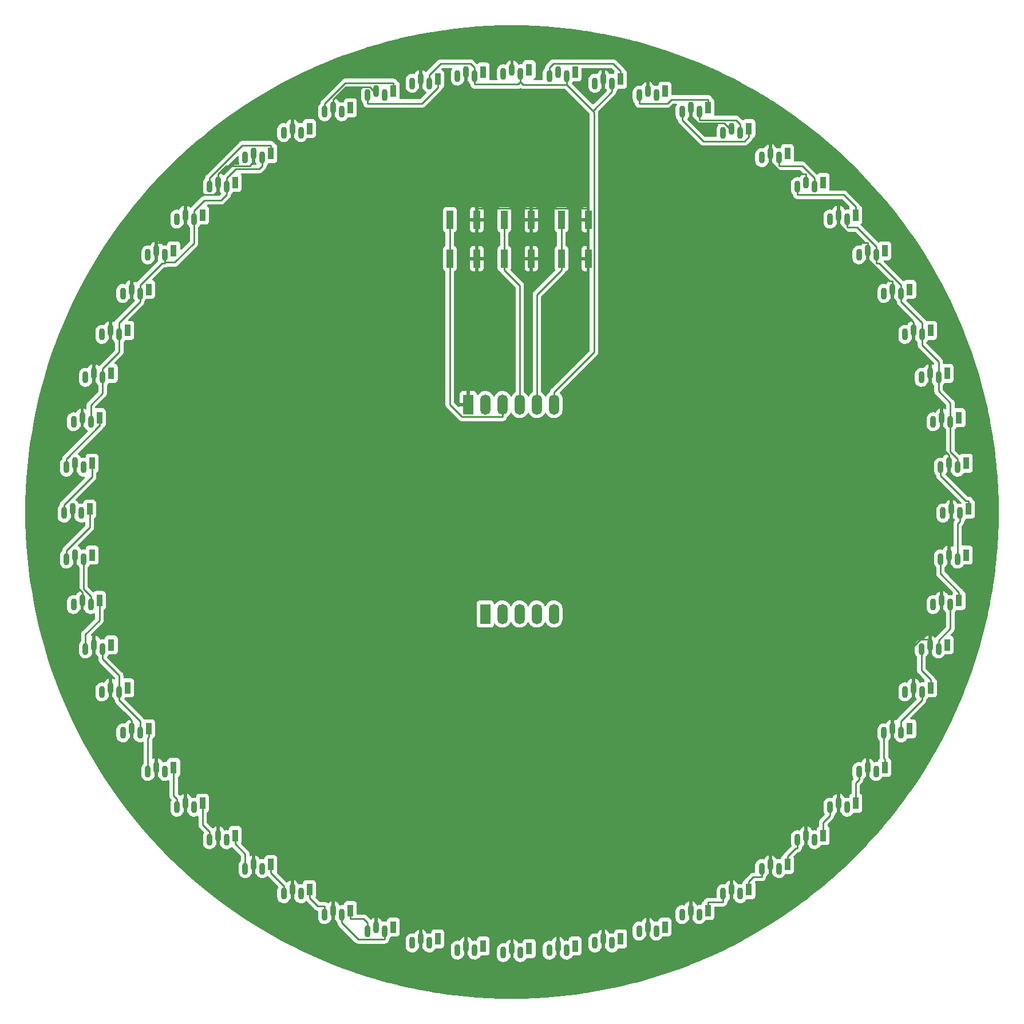
<source format=gbr>
%TF.GenerationSoftware,KiCad,Pcbnew,7.0.7*%
%TF.CreationDate,2024-11-28T18:31:40+01:00*%
%TF.ProjectId,FaceDCF77,46616365-4443-4463-9737-2e6b69636164,rev?*%
%TF.SameCoordinates,Original*%
%TF.FileFunction,Copper,L2,Bot*%
%TF.FilePolarity,Positive*%
%FSLAX46Y46*%
G04 Gerber Fmt 4.6, Leading zero omitted, Abs format (unit mm)*
G04 Created by KiCad (PCBNEW 7.0.7) date 2024-11-28 18:31:40*
%MOMM*%
%LPD*%
G01*
G04 APERTURE LIST*
%TA.AperFunction,ComponentPad*%
%ADD10R,0.900000X1.800000*%
%TD*%
%TA.AperFunction,ComponentPad*%
%ADD11O,0.900000X1.800000*%
%TD*%
%TA.AperFunction,SMDPad,CuDef*%
%ADD12R,1.000000X2.750000*%
%TD*%
%TA.AperFunction,ComponentPad*%
%ADD13R,1.524000X3.000000*%
%TD*%
%TA.AperFunction,ComponentPad*%
%ADD14O,1.524000X3.000000*%
%TD*%
%TA.AperFunction,Conductor*%
%ADD15C,0.250000*%
%TD*%
G04 APERTURE END LIST*
D10*
%TO.P,D50,1,DIn*%
%TO.N,Net-(D49-DOut)*%
X74088400Y-66501100D03*
D11*
%TO.P,D50,2,Vcc*%
%TO.N,+5V*%
X72818400Y-67101100D03*
%TO.P,D50,3,GND*%
%TO.N,GND*%
X71548400Y-66501100D03*
%TO.P,D50,4,DOut*%
%TO.N,Net-(D50-DOut)*%
X70278400Y-67101100D03*
%TD*%
D10*
%TO.P,D34,1,DIn*%
%TO.N,Net-(D33-DOut)*%
X113382800Y-154757600D03*
D11*
%TO.P,D34,2,Vcc*%
%TO.N,+5V*%
X112112800Y-155357600D03*
%TO.P,D34,3,GND*%
%TO.N,GND*%
X110842800Y-154757600D03*
%TO.P,D34,4,DOut*%
%TO.N,Net-(D34-DOut)*%
X109572800Y-155357600D03*
%TD*%
D10*
%TO.P,D36,1,DIn*%
%TO.N,Net-(D35-DOut)*%
X100968900Y-149230600D03*
D11*
%TO.P,D36,2,Vcc*%
%TO.N,+5V*%
X99698900Y-149830600D03*
%TO.P,D36,3,GND*%
%TO.N,GND*%
X98428900Y-149230600D03*
%TO.P,D36,4,DOut*%
%TO.N,Net-(D36-DOut)*%
X97158900Y-149830600D03*
%TD*%
D10*
%TO.P,D9,1,DIn*%
%TO.N,Net-(D8-DOut)*%
X181773300Y-49445500D03*
D11*
%TO.P,D9,2,Vcc*%
%TO.N,+5V*%
X180503300Y-50045500D03*
%TO.P,D9,3,GND*%
%TO.N,GND*%
X179233300Y-49445500D03*
%TO.P,D9,4,DOut*%
%TO.N,Net-(D10-DIn)*%
X177963300Y-50045500D03*
%TD*%
D10*
%TO.P,D54,1,DIn*%
%TO.N,Net-(D53-DOut)*%
X89975400Y-44634500D03*
D11*
%TO.P,D54,2,Vcc*%
%TO.N,+5V*%
X88705400Y-45234500D03*
%TO.P,D54,3,GND*%
%TO.N,GND*%
X87435400Y-44634500D03*
%TO.P,D54,4,DOut*%
%TO.N,Net-(D54-DOut)*%
X86165400Y-45234500D03*
%TD*%
D10*
%TO.P,D41,1,DIn*%
%TO.N,Net-(D40-DOut)*%
X77177200Y-125439000D03*
D11*
%TO.P,D41,2,Vcc*%
%TO.N,+5V*%
X75907200Y-126039000D03*
%TO.P,D41,3,GND*%
%TO.N,GND*%
X74637200Y-125439000D03*
%TO.P,D41,4,DOut*%
%TO.N,Net-(D41-DOut)*%
X73367200Y-126039000D03*
%TD*%
D10*
%TO.P,D29,1,DIn*%
%TO.N,Net-(D28-DOut)*%
X146983200Y-156518600D03*
D11*
%TO.P,D29,2,Vcc*%
%TO.N,+5V*%
X145713200Y-157118600D03*
%TO.P,D29,3,GND*%
%TO.N,GND*%
X144443200Y-156518600D03*
%TO.P,D29,4,DOut*%
%TO.N,Net-(D29-DOut)*%
X143173200Y-157118600D03*
%TD*%
D10*
%TO.P,D12,1,DIn*%
%TO.N,Net-(D11-DOut)*%
X192849400Y-66501100D03*
D11*
%TO.P,D12,2,Vcc*%
%TO.N,+5V*%
X191579400Y-67101100D03*
%TO.P,D12,3,GND*%
%TO.N,GND*%
X190309400Y-66501100D03*
%TO.P,D12,4,DOut*%
%TO.N,Net-(D12-DOut)*%
X189039400Y-67101100D03*
%TD*%
D10*
%TO.P,D53,1,DIn*%
%TO.N,Net-(D52-DOut)*%
X85164500Y-49445500D03*
D11*
%TO.P,D53,2,Vcc*%
%TO.N,+5V*%
X83894500Y-50045500D03*
%TO.P,D53,3,GND*%
%TO.N,GND*%
X82624500Y-49445500D03*
%TO.P,D53,4,DOut*%
%TO.N,Net-(D53-DOut)*%
X81354500Y-50045500D03*
%TD*%
D10*
%TO.P,D51,1,DIn*%
%TO.N,Net-(D50-DOut)*%
X77177200Y-60439000D03*
D11*
%TO.P,D51,2,Vcc*%
%TO.N,+5V*%
X75907200Y-61039000D03*
%TO.P,D51,3,GND*%
%TO.N,GND*%
X74637200Y-60439000D03*
%TO.P,D51,4,DOut*%
%TO.N,Net-(D51-DOut)*%
X73367200Y-61039000D03*
%TD*%
D10*
%TO.P,D57,1,DIn*%
%TO.N,Net-(D56-DOut)*%
X107031000Y-33558500D03*
D11*
%TO.P,D57,2,Vcc*%
%TO.N,+5V*%
X105761000Y-34158500D03*
%TO.P,D57,3,GND*%
%TO.N,GND*%
X104491000Y-33558500D03*
%TO.P,D57,4,DOut*%
%TO.N,Net-(D57-DOut)*%
X103221000Y-34158500D03*
%TD*%
D10*
%TO.P,D58,1,DIn*%
%TO.N,Net-(D57-DOut)*%
X113382800Y-31120300D03*
D11*
%TO.P,D58,2,Vcc*%
%TO.N,+5V*%
X112112800Y-31720300D03*
%TO.P,D58,3,GND*%
%TO.N,GND*%
X110842800Y-31120300D03*
%TO.P,D58,4,DOut*%
%TO.N,Net-(D58-DOut)*%
X109572800Y-31720300D03*
%TD*%
D10*
%TO.P,D26,1,DIn*%
%TO.N,Net-(D25-DOut)*%
X165968900Y-149230600D03*
D11*
%TO.P,D26,2,Vcc*%
%TO.N,+5V*%
X164698900Y-149830600D03*
%TO.P,D26,3,GND*%
%TO.N,GND*%
X163428900Y-149230600D03*
%TO.P,D26,4,DOut*%
%TO.N,Net-(D26-DOut)*%
X162158900Y-149830600D03*
%TD*%
D10*
%TO.P,D28,1,DIn*%
%TO.N,Net-(D27-DOut)*%
X153555000Y-154757600D03*
D11*
%TO.P,D28,2,Vcc*%
%TO.N,+5V*%
X152285000Y-155357600D03*
%TO.P,D28,3,GND*%
%TO.N,GND*%
X151015000Y-154757600D03*
%TO.P,D28,4,DOut*%
%TO.N,Net-(D28-DOut)*%
X149745000Y-155357600D03*
%TD*%
D10*
%TO.P,D48,1,DIn*%
%TO.N,Net-(D47-DOut)*%
X69889300Y-79424700D03*
D11*
%TO.P,D48,2,Vcc*%
%TO.N,+5V*%
X68619300Y-80024700D03*
%TO.P,D48,3,GND*%
%TO.N,GND*%
X67349300Y-79424700D03*
%TO.P,D48,4,DOut*%
%TO.N,Net-(D48-DOut)*%
X66079300Y-80024700D03*
%TD*%
D10*
%TO.P,D20,1,DIn*%
%TO.N,Net-(D19-DOut)*%
X192849400Y-119376800D03*
D11*
%TO.P,D20,2,Vcc*%
%TO.N,+5V*%
X191579400Y-119976800D03*
%TO.P,D20,3,GND*%
%TO.N,GND*%
X190309400Y-119376800D03*
%TO.P,D20,4,DOut*%
%TO.N,Net-(D20-DOut)*%
X189039400Y-119976800D03*
%TD*%
D10*
%TO.P,D13,1,DIn*%
%TO.N,Net-(D12-DOut)*%
X195287600Y-72852900D03*
D11*
%TO.P,D13,2,Vcc*%
%TO.N,+5V*%
X194017600Y-73452900D03*
%TO.P,D13,3,GND*%
%TO.N,GND*%
X192747600Y-72852900D03*
%TO.P,D13,4,DOut*%
%TO.N,Net-(D13-DOut)*%
X191477600Y-73452900D03*
%TD*%
D10*
%TO.P,D60,1,DIn*%
%TO.N,Net-(D59-DOut)*%
X126674500Y-28295000D03*
D11*
%TO.P,D60,2,Vcc*%
%TO.N,+5V*%
X125404500Y-28895000D03*
%TO.P,D60,3,GND*%
%TO.N,GND*%
X124134500Y-28295000D03*
%TO.P,D60,4,DOut*%
%TO.N,unconnected-(D60-DOut-Pad4)*%
X122864500Y-28895000D03*
%TD*%
D10*
%TO.P,D40,1,DIn*%
%TO.N,Net-(D39-DOut)*%
X80882800Y-131145000D03*
D11*
%TO.P,D40,2,Vcc*%
%TO.N,+5V*%
X79612800Y-131745000D03*
%TO.P,D40,3,GND*%
%TO.N,GND*%
X78342800Y-131145000D03*
%TO.P,D40,4,DOut*%
%TO.N,Net-(D40-DOut)*%
X77072800Y-131745000D03*
%TD*%
D10*
%TO.P,D39,1,DIn*%
%TO.N,Net-(D38-DOut)*%
X85164500Y-136432400D03*
D11*
%TO.P,D39,2,Vcc*%
%TO.N,+5V*%
X83894500Y-137032400D03*
%TO.P,D39,3,GND*%
%TO.N,GND*%
X82624500Y-136432400D03*
%TO.P,D39,4,DOut*%
%TO.N,Net-(D39-DOut)*%
X81354500Y-137032400D03*
%TD*%
D10*
%TO.P,D10,1,DIn*%
%TO.N,Net-(D10-DIn)*%
X186055000Y-54732900D03*
D11*
%TO.P,D10,2,Vcc*%
%TO.N,+5V*%
X184785000Y-55332900D03*
%TO.P,D10,3,GND*%
%TO.N,GND*%
X183515000Y-54732900D03*
%TO.P,D10,4,DOut*%
%TO.N,Net-(D10-DOut)*%
X182245000Y-55332900D03*
%TD*%
D10*
%TO.P,D42,1,DIn*%
%TO.N,Net-(D41-DOut)*%
X74088400Y-119376800D03*
D11*
%TO.P,D42,2,Vcc*%
%TO.N,+5V*%
X72818400Y-119976800D03*
%TO.P,D42,3,GND*%
%TO.N,GND*%
X71548400Y-119376800D03*
%TO.P,D42,4,DOut*%
%TO.N,Net-(D42-DOut)*%
X70278400Y-119976800D03*
%TD*%
D10*
%TO.P,D22,1,DIn*%
%TO.N,Net-(D21-DOut)*%
X186055000Y-131145000D03*
D11*
%TO.P,D22,2,Vcc*%
%TO.N,+5V*%
X184785000Y-131745000D03*
%TO.P,D22,3,GND*%
%TO.N,GND*%
X183515000Y-131145000D03*
%TO.P,D22,4,DOut*%
%TO.N,Net-(D22-DOut)*%
X182245000Y-131745000D03*
%TD*%
D10*
%TO.P,D52,1,DIn*%
%TO.N,Net-(D51-DOut)*%
X80882800Y-54732900D03*
D11*
%TO.P,D52,2,Vcc*%
%TO.N,+5V*%
X79612800Y-55332900D03*
%TO.P,D52,3,GND*%
%TO.N,GND*%
X78342800Y-54732900D03*
%TO.P,D52,4,DOut*%
%TO.N,Net-(D52-DOut)*%
X77072800Y-55332900D03*
%TD*%
D10*
%TO.P,D37,1,DIn*%
%TO.N,Net-(D36-DOut)*%
X95262900Y-145525100D03*
D11*
%TO.P,D37,2,Vcc*%
%TO.N,+5V*%
X93992900Y-146125100D03*
%TO.P,D37,3,GND*%
%TO.N,GND*%
X92722900Y-145525100D03*
%TO.P,D37,4,DOut*%
%TO.N,Net-(D37-DOut)*%
X91452900Y-146125100D03*
%TD*%
D10*
%TO.P,D4,1,DIn*%
%TO.N,Net-(D3-DOut)*%
X153555000Y-31120300D03*
D11*
%TO.P,D4,2,Vcc*%
%TO.N,+5V*%
X152285000Y-31720300D03*
%TO.P,D4,3,GND*%
%TO.N,GND*%
X151015000Y-31120300D03*
%TO.P,D4,4,DOut*%
%TO.N,Net-(D4-DOut)*%
X149745000Y-31720300D03*
%TD*%
D10*
%TO.P,D47,1,DIn*%
%TO.N,Net-(D46-DOut)*%
X68825000Y-86144600D03*
D11*
%TO.P,D47,2,Vcc*%
%TO.N,+5V*%
X67555000Y-86744600D03*
%TO.P,D47,3,GND*%
%TO.N,GND*%
X66285000Y-86144600D03*
%TO.P,D47,4,DOut*%
%TO.N,Net-(D47-DOut)*%
X65015000Y-86744600D03*
%TD*%
D10*
%TO.P,D21,1,DIn*%
%TO.N,Net-(D20-DOut)*%
X189760500Y-125439000D03*
D11*
%TO.P,D21,2,Vcc*%
%TO.N,+5V*%
X188490500Y-126039000D03*
%TO.P,D21,3,GND*%
%TO.N,GND*%
X187220500Y-125439000D03*
%TO.P,D21,4,DOut*%
%TO.N,Net-(D21-DOut)*%
X185950500Y-126039000D03*
%TD*%
D10*
%TO.P,D59,1,DIn*%
%TO.N,Net-(D58-DOut)*%
X119954600Y-29359400D03*
D11*
%TO.P,D59,2,Vcc*%
%TO.N,+5V*%
X118684600Y-29959400D03*
%TO.P,D59,3,GND*%
%TO.N,GND*%
X117414600Y-29359400D03*
%TO.P,D59,4,DOut*%
%TO.N,Net-(D59-DOut)*%
X116144600Y-29959400D03*
%TD*%
D10*
%TO.P,D23,1,DIn*%
%TO.N,Net-(D22-DOut)*%
X181773300Y-136432400D03*
D11*
%TO.P,D23,2,Vcc*%
%TO.N,+5V*%
X180503300Y-137032400D03*
%TO.P,D23,3,GND*%
%TO.N,GND*%
X179233300Y-136432400D03*
%TO.P,D23,4,DOut*%
%TO.N,Net-(D23-DOut)*%
X177963300Y-137032400D03*
%TD*%
D10*
%TO.P,D55,1,DIn*%
%TO.N,Net-(D54-DOut)*%
X95262900Y-40352900D03*
D11*
%TO.P,D55,2,Vcc*%
%TO.N,+5V*%
X93992900Y-40952900D03*
%TO.P,D55,3,GND*%
%TO.N,GND*%
X92722900Y-40352900D03*
%TO.P,D55,4,DOut*%
%TO.N,Net-(D55-DOut)*%
X91452900Y-40952900D03*
%TD*%
D10*
%TO.P,D14,1,DIn*%
%TO.N,Net-(D13-DOut)*%
X197048500Y-79424700D03*
D11*
%TO.P,D14,2,Vcc*%
%TO.N,+5V*%
X195778500Y-80024700D03*
%TO.P,D14,3,GND*%
%TO.N,GND*%
X194508500Y-79424700D03*
%TO.P,D14,4,DOut*%
%TO.N,Net-(D14-DOut)*%
X193238500Y-80024700D03*
%TD*%
D10*
%TO.P,D32,1,DIn*%
%TO.N,Net-(D31-DOut)*%
X126674500Y-157582900D03*
D11*
%TO.P,D32,2,Vcc*%
%TO.N,+5V*%
X125404500Y-158182900D03*
%TO.P,D32,3,GND*%
%TO.N,GND*%
X124134500Y-157582900D03*
%TO.P,D32,4,DOut*%
%TO.N,Net-(D32-DOut)*%
X122864500Y-158182900D03*
%TD*%
D10*
%TO.P,D44,1,DIn*%
%TO.N,Net-(D43-DOut)*%
X69889300Y-106453200D03*
D11*
%TO.P,D44,2,Vcc*%
%TO.N,+5V*%
X68619300Y-107053200D03*
%TO.P,D44,3,GND*%
%TO.N,GND*%
X67349300Y-106453200D03*
%TO.P,D44,4,DOut*%
%TO.N,Net-(D44-DOut)*%
X66079300Y-107053200D03*
%TD*%
D10*
%TO.P,D25,1,DIn*%
%TO.N,Net-(D24-DOut)*%
X171674900Y-145525100D03*
D11*
%TO.P,D25,2,Vcc*%
%TO.N,+5V*%
X170404900Y-146125100D03*
%TO.P,D25,3,GND*%
%TO.N,GND*%
X169134900Y-145525100D03*
%TO.P,D25,4,DOut*%
%TO.N,Net-(D25-DOut)*%
X167864900Y-146125100D03*
%TD*%
D10*
%TO.P,D27,1,DIn*%
%TO.N,Net-(D26-DOut)*%
X159906800Y-152319400D03*
D11*
%TO.P,D27,2,Vcc*%
%TO.N,+5V*%
X158636800Y-152919400D03*
%TO.P,D27,3,GND*%
%TO.N,GND*%
X157366800Y-152319400D03*
%TO.P,D27,4,DOut*%
%TO.N,Net-(D27-DOut)*%
X156096800Y-152919400D03*
%TD*%
D10*
%TO.P,D30,1,DIn*%
%TO.N,Net-(D29-DOut)*%
X140263200Y-157582900D03*
D11*
%TO.P,D30,2,Vcc*%
%TO.N,+5V*%
X138993200Y-158182900D03*
%TO.P,D30,3,GND*%
%TO.N,GND*%
X137723200Y-157582900D03*
%TO.P,D30,4,DOut*%
%TO.N,/LedA/LEDD_CONT*%
X136453200Y-158182900D03*
%TD*%
D10*
%TO.P,D8,1,DIn*%
%TO.N,Net-(D7-DOut)*%
X176962400Y-44634500D03*
D11*
%TO.P,D8,2,Vcc*%
%TO.N,+5V*%
X175692400Y-45234500D03*
%TO.P,D8,3,GND*%
%TO.N,GND*%
X174422400Y-44634500D03*
%TO.P,D8,4,DOut*%
%TO.N,Net-(D8-DOut)*%
X173152400Y-45234500D03*
%TD*%
D10*
%TO.P,D5,1,DIn*%
%TO.N,Net-(D4-DOut)*%
X159906800Y-33558500D03*
D11*
%TO.P,D5,2,Vcc*%
%TO.N,+5V*%
X158636800Y-34158500D03*
%TO.P,D5,3,GND*%
%TO.N,GND*%
X157366800Y-33558500D03*
%TO.P,D5,4,DOut*%
%TO.N,Net-(D5-DOut)*%
X156096800Y-34158500D03*
%TD*%
D10*
%TO.P,D35,1,DIn*%
%TO.N,Net-(D34-DOut)*%
X107031000Y-152319400D03*
D11*
%TO.P,D35,2,Vcc*%
%TO.N,+5V*%
X105761000Y-152919400D03*
%TO.P,D35,3,GND*%
%TO.N,GND*%
X104491000Y-152319400D03*
%TO.P,D35,4,DOut*%
%TO.N,Net-(D35-DOut)*%
X103221000Y-152919400D03*
%TD*%
D10*
%TO.P,D3,1,DIn*%
%TO.N,Net-(D2-DOut)*%
X146983200Y-29359400D03*
D11*
%TO.P,D3,2,Vcc*%
%TO.N,+5V*%
X145713200Y-29959400D03*
%TO.P,D3,3,GND*%
%TO.N,GND*%
X144443200Y-29359400D03*
%TO.P,D3,4,DOut*%
%TO.N,Net-(D3-DOut)*%
X143173200Y-29959400D03*
%TD*%
D10*
%TO.P,D24,1,DIn*%
%TO.N,Net-(D23-DOut)*%
X176962400Y-141243400D03*
D11*
%TO.P,D24,2,Vcc*%
%TO.N,+5V*%
X175692400Y-141843400D03*
%TO.P,D24,3,GND*%
%TO.N,GND*%
X174422400Y-141243400D03*
%TO.P,D24,4,DOut*%
%TO.N,Net-(D24-DOut)*%
X173152400Y-141843400D03*
%TD*%
D10*
%TO.P,D2,1,DIn*%
%TO.N,Net-(D1-DOut)*%
X140263200Y-28295000D03*
D11*
%TO.P,D2,2,Vcc*%
%TO.N,+5V*%
X138993200Y-28895000D03*
%TO.P,D2,3,GND*%
%TO.N,GND*%
X137723200Y-28295000D03*
%TO.P,D2,4,DOut*%
%TO.N,Net-(D2-DOut)*%
X136453200Y-28895000D03*
%TD*%
D10*
%TO.P,D1,1,DIn*%
%TO.N,/LEDD*%
X133468900Y-27939000D03*
D11*
%TO.P,D1,2,Vcc*%
%TO.N,+5V*%
X132198900Y-28539000D03*
%TO.P,D1,3,GND*%
%TO.N,GND*%
X130928900Y-27939000D03*
%TO.P,D1,4,DOut*%
%TO.N,Net-(D1-DOut)*%
X129658900Y-28539000D03*
%TD*%
D10*
%TO.P,D16,1,DIn*%
%TO.N,Net-(D15-DOut)*%
X198468900Y-92939000D03*
D11*
%TO.P,D16,2,Vcc*%
%TO.N,+5V*%
X197198900Y-93539000D03*
%TO.P,D16,3,GND*%
%TO.N,GND*%
X195928900Y-92939000D03*
%TO.P,D16,4,DOut*%
%TO.N,Net-(D16-DOut)*%
X194658900Y-93539000D03*
%TD*%
D10*
%TO.P,D18,1,DIn*%
%TO.N,Net-(D17-DOut)*%
X197048500Y-106453200D03*
D11*
%TO.P,D18,2,Vcc*%
%TO.N,+5V*%
X195778500Y-107053200D03*
%TO.P,D18,3,GND*%
%TO.N,GND*%
X194508500Y-106453200D03*
%TO.P,D18,4,DOut*%
%TO.N,Net-(D18-DOut)*%
X193238500Y-107053200D03*
%TD*%
D10*
%TO.P,D17,1,DIn*%
%TO.N,Net-(D16-DOut)*%
X198112800Y-99733300D03*
D11*
%TO.P,D17,2,Vcc*%
%TO.N,+5V*%
X196842800Y-100333300D03*
%TO.P,D17,3,GND*%
%TO.N,GND*%
X195572800Y-99733300D03*
%TO.P,D17,4,DOut*%
%TO.N,Net-(D17-DOut)*%
X194302800Y-100333300D03*
%TD*%
D10*
%TO.P,D38,1,DIn*%
%TO.N,Net-(D37-DOut)*%
X89975400Y-141243400D03*
D11*
%TO.P,D38,2,Vcc*%
%TO.N,+5V*%
X88705400Y-141843400D03*
%TO.P,D38,3,GND*%
%TO.N,GND*%
X87435400Y-141243400D03*
%TO.P,D38,4,DOut*%
%TO.N,Net-(D38-DOut)*%
X86165400Y-141843400D03*
%TD*%
D10*
%TO.P,D56,1,DIn*%
%TO.N,Net-(D55-DOut)*%
X100968900Y-36647300D03*
D11*
%TO.P,D56,2,Vcc*%
%TO.N,+5V*%
X99698900Y-37247300D03*
%TO.P,D56,3,GND*%
%TO.N,GND*%
X98428900Y-36647300D03*
%TO.P,D56,4,DOut*%
%TO.N,Net-(D56-DOut)*%
X97158900Y-37247300D03*
%TD*%
D10*
%TO.P,D15,1,DIn*%
%TO.N,Net-(D14-DOut)*%
X198112800Y-86144600D03*
D11*
%TO.P,D15,2,Vcc*%
%TO.N,+5V*%
X196842800Y-86744600D03*
%TO.P,D15,3,GND*%
%TO.N,GND*%
X195572800Y-86144600D03*
%TO.P,D15,4,DOut*%
%TO.N,Net-(D15-DOut)*%
X194302800Y-86744600D03*
%TD*%
D10*
%TO.P,D33,1,DIn*%
%TO.N,Net-(D32-DOut)*%
X119954600Y-156518600D03*
D11*
%TO.P,D33,2,Vcc*%
%TO.N,+5V*%
X118684600Y-157118600D03*
%TO.P,D33,3,GND*%
%TO.N,GND*%
X117414600Y-156518600D03*
%TO.P,D33,4,DOut*%
%TO.N,Net-(D33-DOut)*%
X116144600Y-157118600D03*
%TD*%
D10*
%TO.P,D6,1,DIn*%
%TO.N,Net-(D5-DOut)*%
X165968900Y-36647300D03*
D11*
%TO.P,D6,2,Vcc*%
%TO.N,+5V*%
X164698900Y-37247300D03*
%TO.P,D6,3,GND*%
%TO.N,GND*%
X163428900Y-36647300D03*
%TO.P,D6,4,DOut*%
%TO.N,Net-(D6-DOut)*%
X162158900Y-37247300D03*
%TD*%
D10*
%TO.P,D46,1,DIn*%
%TO.N,Net-(D45-DOut)*%
X68468900Y-92939000D03*
D11*
%TO.P,D46,2,Vcc*%
%TO.N,+5V*%
X67198900Y-93539000D03*
%TO.P,D46,3,GND*%
%TO.N,GND*%
X65928900Y-92939000D03*
%TO.P,D46,4,DOut*%
%TO.N,Net-(D46-DOut)*%
X64658900Y-93539000D03*
%TD*%
D10*
%TO.P,D45,1,DIn*%
%TO.N,Net-(D44-DOut)*%
X68825000Y-99733300D03*
D11*
%TO.P,D45,2,Vcc*%
%TO.N,+5V*%
X67555000Y-100333300D03*
%TO.P,D45,3,GND*%
%TO.N,GND*%
X66285000Y-99733300D03*
%TO.P,D45,4,DOut*%
%TO.N,Net-(D45-DOut)*%
X65015000Y-100333300D03*
%TD*%
D10*
%TO.P,D7,1,DIn*%
%TO.N,Net-(D6-DOut)*%
X171674900Y-40352900D03*
D11*
%TO.P,D7,2,Vcc*%
%TO.N,+5V*%
X170404900Y-40952900D03*
%TO.P,D7,3,GND*%
%TO.N,GND*%
X169134900Y-40352900D03*
%TO.P,D7,4,DOut*%
%TO.N,Net-(D7-DOut)*%
X167864900Y-40952900D03*
%TD*%
D10*
%TO.P,D11,1,DIn*%
%TO.N,Net-(D10-DOut)*%
X189760500Y-60439000D03*
D11*
%TO.P,D11,2,Vcc*%
%TO.N,+5V*%
X188490500Y-61039000D03*
%TO.P,D11,3,GND*%
%TO.N,GND*%
X187220500Y-60439000D03*
%TO.P,D11,4,DOut*%
%TO.N,Net-(D11-DOut)*%
X185950500Y-61039000D03*
%TD*%
D10*
%TO.P,D31,1,DIn*%
%TO.N,/LedA/LEDD_CONT*%
X133468900Y-157939000D03*
D11*
%TO.P,D31,2,Vcc*%
%TO.N,+5V*%
X132198900Y-158539000D03*
%TO.P,D31,3,GND*%
%TO.N,GND*%
X130928900Y-157939000D03*
%TO.P,D31,4,DOut*%
%TO.N,Net-(D31-DOut)*%
X129658900Y-158539000D03*
%TD*%
D10*
%TO.P,D43,1,DIn*%
%TO.N,Net-(D42-DOut)*%
X71650200Y-113025100D03*
D11*
%TO.P,D43,2,Vcc*%
%TO.N,+5V*%
X70380200Y-113625100D03*
%TO.P,D43,3,GND*%
%TO.N,GND*%
X69110200Y-113025100D03*
%TO.P,D43,4,DOut*%
%TO.N,Net-(D43-DOut)*%
X67840200Y-113625100D03*
%TD*%
D10*
%TO.P,D49,1,DIn*%
%TO.N,Net-(D48-DOut)*%
X71650200Y-72852900D03*
D11*
%TO.P,D49,2,Vcc*%
%TO.N,+5V*%
X70380200Y-73452900D03*
%TO.P,D49,3,GND*%
%TO.N,GND*%
X69110200Y-72852900D03*
%TO.P,D49,4,DOut*%
%TO.N,Net-(D49-DOut)*%
X67840200Y-73452900D03*
%TD*%
D10*
%TO.P,D19,1,DIn*%
%TO.N,Net-(D18-DOut)*%
X195287600Y-113025100D03*
D11*
%TO.P,D19,2,Vcc*%
%TO.N,+5V*%
X194017600Y-113625100D03*
%TO.P,D19,3,GND*%
%TO.N,GND*%
X192747600Y-113025100D03*
%TO.P,D19,4,DOut*%
%TO.N,Net-(D19-DOut)*%
X191477600Y-113625100D03*
%TD*%
D12*
%TO.P,SW2,1,1*%
%TO.N,Net-(U1-BTNB)*%
X129795000Y-50130000D03*
X129795000Y-55880000D03*
%TO.P,SW2,2,2*%
%TO.N,GND*%
X133795000Y-50130000D03*
X133795000Y-55880000D03*
%TD*%
%TO.P,SW3,1,1*%
%TO.N,Net-(U1-BTNC)*%
X121730000Y-50130000D03*
X121730000Y-55880000D03*
%TO.P,SW3,2,2*%
%TO.N,GND*%
X125730000Y-50130000D03*
X125730000Y-55880000D03*
%TD*%
D13*
%TO.P,U1,1,GND*%
%TO.N,GND*%
X124460000Y-77470000D03*
D14*
%TO.P,U1,2,NC*%
%TO.N,unconnected-(U1-NC-Pad2)*%
X127000000Y-77470000D03*
%TO.P,U1,3,BTNC*%
%TO.N,Net-(U1-BTNC)*%
X129540000Y-77470000D03*
%TO.P,U1,4,BTNB*%
%TO.N,Net-(U1-BTNB)*%
X132080000Y-77470000D03*
%TO.P,U1,5,BTNA*%
%TO.N,Net-(U1-BTNA)*%
X134620000Y-77470000D03*
%TO.P,U1,6,+5*%
%TO.N,+5V*%
X137160000Y-77470000D03*
D13*
%TO.P,U1,7,WS2812D*%
%TO.N,/LEDD*%
X126968000Y-108458000D03*
D14*
%TO.P,U1,8,TM1637CLK*%
%TO.N,unconnected-(U1-TM1637CLK-Pad8)*%
X129508000Y-108458000D03*
%TO.P,U1,9,TM1637DIO*%
%TO.N,unconnected-(U1-TM1637DIO-Pad9)*%
X132048000Y-108458000D03*
%TO.P,U1,10,TIMEC*%
%TO.N,unconnected-(U1-TIMEC-Pad10)*%
X134588000Y-108458000D03*
%TO.P,U1,11,TIMED*%
%TO.N,unconnected-(U1-TIMED-Pad11)*%
X137128000Y-108458000D03*
%TD*%
D12*
%TO.P,SW1,1,1*%
%TO.N,Net-(U1-BTNA)*%
X138240000Y-50130000D03*
X138240000Y-55880000D03*
%TO.P,SW1,2,2*%
%TO.N,GND*%
X142240000Y-50130000D03*
X142240000Y-55880000D03*
%TD*%
D15*
%TO.N,+5V*%
X70380200Y-73152900D02*
X70380200Y-72163400D01*
X138993200Y-30138200D02*
X132571200Y-30138200D01*
X72818400Y-121203700D02*
X75907200Y-124292500D01*
X194017600Y-75486200D02*
X194017600Y-73152900D01*
X79612800Y-56452900D02*
X81033700Y-56452900D01*
X196842800Y-100033300D02*
X196842800Y-95122000D01*
X75907200Y-60568000D02*
X75907200Y-60739000D01*
X184785000Y-56559800D02*
X185247000Y-56559800D01*
X145713200Y-29659400D02*
X145713200Y-31186300D01*
X138993200Y-30138200D02*
X138993200Y-28595000D01*
X196842800Y-86444600D02*
X196842800Y-85517700D01*
X83894500Y-49745500D02*
X83894500Y-48818600D01*
X191579400Y-121203700D02*
X188490500Y-124292600D01*
X88705400Y-44007600D02*
X90081300Y-42631700D01*
X90081300Y-42631700D02*
X93541000Y-42631700D01*
X188490500Y-60739000D02*
X188490500Y-62265900D01*
X196842800Y-95122000D02*
X197198900Y-94765900D01*
X188490500Y-62265900D02*
X191579400Y-65354800D01*
X188490500Y-59803300D02*
X188490500Y-60739000D01*
X79612800Y-55032900D02*
X79612800Y-56452900D01*
X68619300Y-79724700D02*
X68619300Y-77564700D01*
X185247000Y-56559800D02*
X188490500Y-59803300D01*
X164063900Y-35385400D02*
X158636800Y-35385400D01*
X85465300Y-47247800D02*
X87919000Y-47247800D01*
X196842800Y-85517700D02*
X195778500Y-84453400D01*
X125404500Y-27668100D02*
X124795700Y-27059300D01*
X194017600Y-113325100D02*
X194017600Y-112344600D01*
X125404500Y-28595000D02*
X125404500Y-30121900D01*
X88705400Y-44934500D02*
X88705400Y-46461400D01*
X158636800Y-33858500D02*
X158636800Y-35385400D01*
X79159500Y-56559800D02*
X75907200Y-59812100D01*
X184785000Y-55032900D02*
X184785000Y-56559800D01*
X75907200Y-124292500D02*
X75907200Y-125739000D01*
X83894500Y-48818600D02*
X85465300Y-47247800D01*
X195778500Y-79724700D02*
X195778500Y-77247100D01*
X108199200Y-156584500D02*
X105761000Y-154146300D01*
X112112800Y-155057600D02*
X112112800Y-156584500D01*
X70380200Y-113325100D02*
X70380200Y-115122300D01*
X105761000Y-152619400D02*
X105761000Y-154146300D01*
X143066900Y-34211900D02*
X142877300Y-34022200D01*
X75907200Y-60568000D02*
X75907200Y-59812100D01*
X194017600Y-73152900D02*
X194017600Y-71123900D01*
X75907200Y-62265900D02*
X72818400Y-65354700D01*
X132571200Y-30138200D02*
X132198900Y-29765900D01*
X194017600Y-112344600D02*
X195778500Y-110583700D01*
X143066900Y-69736200D02*
X143066900Y-34211900D01*
X195778500Y-77247100D02*
X194017600Y-75486200D01*
X68619300Y-105826300D02*
X67555000Y-104762000D01*
X70380200Y-75803800D02*
X70380200Y-73152900D01*
X70380200Y-72163400D02*
X72818400Y-69725200D01*
X88705400Y-44934500D02*
X88705400Y-44007600D01*
X79612800Y-56559800D02*
X79159500Y-56559800D01*
X197198900Y-93239000D02*
X197198900Y-94765900D01*
X137160000Y-77470000D02*
X137160000Y-75643100D01*
X188490500Y-124292600D02*
X188490500Y-125739000D01*
X131842800Y-30121900D02*
X125404500Y-30121900D01*
X142877300Y-34022200D02*
X138993200Y-30138200D01*
X181970000Y-51272400D02*
X184785000Y-54087400D01*
X81033700Y-56452900D02*
X83894500Y-53592100D01*
X132198900Y-29765800D02*
X132198900Y-29765900D01*
X124795700Y-27059300D02*
X120357800Y-27059300D01*
X175692400Y-44934500D02*
X175692400Y-44007600D01*
X75907200Y-60739000D02*
X75907200Y-62265900D01*
X164698900Y-36020400D02*
X164063900Y-35385400D01*
X184785000Y-54087400D02*
X184785000Y-55032900D01*
X70380200Y-115122300D02*
X72818400Y-117560500D01*
X72818400Y-69725200D02*
X72818400Y-66801100D01*
X194017600Y-71123900D02*
X191579400Y-68685700D01*
X93541000Y-42631700D02*
X93992900Y-42179800D01*
X195778500Y-110583700D02*
X195778500Y-106753200D01*
X87919000Y-47247800D02*
X88705400Y-46461400D01*
X191579400Y-65354800D02*
X191579400Y-66801100D01*
X195778500Y-84453400D02*
X195778500Y-79724700D01*
X137160000Y-75643100D02*
X143066900Y-69736200D01*
X120357800Y-27059300D02*
X118684600Y-28732500D01*
X72818400Y-119676800D02*
X72818400Y-121203700D01*
X83894500Y-53592100D02*
X83894500Y-49745500D01*
X164698900Y-36947300D02*
X164698900Y-36020400D01*
X170404900Y-42179800D02*
X173864600Y-42179800D01*
X112112800Y-156584500D02*
X108199200Y-156584500D01*
X125404500Y-28595000D02*
X125404500Y-27668100D01*
X191579400Y-68685700D02*
X191579400Y-66801100D01*
X180503300Y-51272400D02*
X181970000Y-51272400D01*
X132198900Y-28239000D02*
X132198900Y-29765800D01*
X173864600Y-42179800D02*
X175692400Y-44007600D01*
X132198900Y-29765800D02*
X131842800Y-30121900D01*
X191579400Y-119676800D02*
X191579400Y-121203700D01*
X170404900Y-40652900D02*
X170404900Y-42179800D01*
X180503300Y-49745500D02*
X180503300Y-51272400D01*
X145713200Y-31186300D02*
X142877300Y-34022200D01*
X72818400Y-117560500D02*
X72818400Y-119676800D01*
X67555000Y-104762000D02*
X67555000Y-100033300D01*
X79612800Y-56452900D02*
X79612800Y-56559800D01*
X72818400Y-65354700D02*
X72818400Y-66801100D01*
X68619300Y-106753200D02*
X68619300Y-105826300D01*
X68619300Y-77564700D02*
X70380200Y-75803800D01*
X93992900Y-40652900D02*
X93992900Y-42179800D01*
X118684600Y-29659400D02*
X118684600Y-28732500D01*
%TO.N,GND*%
X74637200Y-62185400D02*
X74637200Y-60739000D01*
X109904400Y-30481900D02*
X110842800Y-31420300D01*
X183515000Y-54269400D02*
X183515000Y-53506000D01*
X194508500Y-79724700D02*
X194508500Y-83853400D01*
X106340700Y-30481900D02*
X109904400Y-30481900D01*
X170962700Y-43407600D02*
X169134900Y-41579800D01*
X79790900Y-53506000D02*
X82624500Y-50672400D01*
X74637200Y-124212100D02*
X71548400Y-121123300D01*
X74637200Y-59212100D02*
X75090500Y-59212100D01*
X69110200Y-73152900D02*
X69110200Y-71626000D01*
X88663200Y-42179800D02*
X87435400Y-43407600D01*
X92722900Y-41579800D02*
X92122900Y-42179800D01*
X125730000Y-50130000D02*
X125730000Y-48428100D01*
X86833900Y-46462900D02*
X87435400Y-45861400D01*
X75090500Y-59212100D02*
X78342800Y-55959800D01*
X69110200Y-74552400D02*
X69110200Y-73152900D01*
X192747600Y-111798200D02*
X194508500Y-110037300D01*
X87435400Y-44934500D02*
X87435400Y-43407600D01*
X142240000Y-50130000D02*
X142240000Y-48428100D01*
X92122900Y-42179800D02*
X88663200Y-42179800D01*
X124460000Y-58851900D02*
X125730000Y-57581900D01*
X124134500Y-46832600D02*
X125730000Y-48428100D01*
X183515000Y-53506000D02*
X182066900Y-53506000D01*
X71548400Y-121123300D02*
X71548400Y-119676800D01*
X158418700Y-35837300D02*
X157366800Y-34785400D01*
X74637200Y-60739000D02*
X74637200Y-59212100D01*
X125730000Y-55880000D02*
X125730000Y-50130000D01*
X84380200Y-46462900D02*
X86833900Y-46462900D01*
X78342800Y-55203900D02*
X78342800Y-55959800D01*
X187220500Y-60739000D02*
X187220500Y-59212100D01*
X125730000Y-55880000D02*
X125730000Y-57581900D01*
X67349300Y-105226300D02*
X66285000Y-104162000D01*
X190309400Y-113232400D02*
X190309400Y-119676800D01*
X179233300Y-49745500D02*
X179233300Y-50672400D01*
X67349300Y-78197800D02*
X67349300Y-76313300D01*
X78342800Y-53506000D02*
X79790900Y-53506000D01*
X82624500Y-49757900D02*
X82624500Y-50672400D01*
X186767300Y-59212100D02*
X187220500Y-59212100D01*
X195928900Y-98150300D02*
X195572800Y-98506400D01*
X169134900Y-40652900D02*
X169134900Y-41579800D01*
X194508500Y-110037300D02*
X194508500Y-106753200D01*
X192747600Y-71626000D02*
X190309400Y-69187800D01*
X71548400Y-65274200D02*
X74637200Y-62185400D01*
X74637200Y-125739000D02*
X74637200Y-124212100D01*
X71548400Y-66801100D02*
X71548400Y-65274200D01*
X190309400Y-66801100D02*
X190309400Y-65274200D01*
X194508500Y-78961200D02*
X194508500Y-79724700D01*
X195572800Y-86444600D02*
X195572800Y-84917700D01*
X124134500Y-28595000D02*
X124134500Y-46832600D01*
X104491000Y-33858500D02*
X104491000Y-32331600D01*
X67349300Y-79724700D02*
X67349300Y-78197800D01*
X133795000Y-50130000D02*
X133795000Y-48428100D01*
X195572800Y-100033300D02*
X195572800Y-98506400D01*
X194508500Y-78961200D02*
X194508500Y-78197800D01*
X142240000Y-55880000D02*
X142240000Y-50130000D01*
X192747600Y-112211500D02*
X191330300Y-112211500D01*
X163428900Y-36947300D02*
X162318900Y-35837300D01*
X78342800Y-55203900D02*
X78342800Y-55032900D01*
X192747600Y-73152900D02*
X192747600Y-71626000D01*
X82624500Y-49745500D02*
X82624500Y-48218600D01*
X69110200Y-71626000D02*
X71548400Y-69187800D01*
X67349300Y-106753200D02*
X67349300Y-105226300D01*
X174422400Y-43407600D02*
X170962700Y-43407600D01*
X124460000Y-77470000D02*
X124460000Y-58851900D01*
X192747600Y-112211600D02*
X192747600Y-112211500D01*
X78342800Y-55032900D02*
X78342800Y-53506000D01*
X195928900Y-93239000D02*
X195928900Y-98150300D01*
X191330300Y-112211500D02*
X190309400Y-113232400D01*
X67349300Y-76313300D02*
X69110200Y-74552400D01*
X82624500Y-48218600D02*
X84380200Y-46462900D01*
X66285000Y-104162000D02*
X66285000Y-100033300D01*
X92722900Y-40652900D02*
X92722900Y-41579800D01*
X71548400Y-69187800D02*
X71548400Y-66801100D01*
X82624500Y-49757900D02*
X82624500Y-49745500D01*
X162318900Y-35837300D02*
X158418700Y-35837300D01*
X192747600Y-113325100D02*
X192747600Y-112211600D01*
X87435400Y-44934500D02*
X87435400Y-45861400D01*
X187220500Y-62185300D02*
X190309400Y-65274200D01*
X192747600Y-76436900D02*
X192747600Y-73152900D01*
X194508500Y-78197800D02*
X192747600Y-76436900D01*
X182066900Y-53506000D02*
X179233300Y-50672400D01*
X133795000Y-48428100D02*
X142240000Y-48428100D01*
X194508500Y-83853400D02*
X195572800Y-84917700D01*
X187220500Y-125739000D02*
X187220500Y-124212100D01*
X104491000Y-32331600D02*
X106340700Y-30481900D01*
X183515000Y-55032900D02*
X183515000Y-55959800D01*
X183515000Y-55959800D02*
X186767300Y-59212100D01*
X190309400Y-69187800D02*
X190309400Y-66801100D01*
X69110200Y-115711700D02*
X69110200Y-113325100D01*
X187220500Y-60739000D02*
X187220500Y-62185300D01*
X71548400Y-118149900D02*
X69110200Y-115711700D01*
X174422400Y-44934500D02*
X174422400Y-43407600D01*
X125730000Y-48428100D02*
X133795000Y-48428100D01*
X187220500Y-124212100D02*
X190309400Y-121123200D01*
X183515000Y-54269400D02*
X183515000Y-55032900D01*
X133795000Y-55880000D02*
X133795000Y-54178100D01*
X71548400Y-119676800D02*
X71548400Y-118149900D01*
X157366800Y-33858500D02*
X157366800Y-34785400D01*
X192747600Y-112211500D02*
X192747600Y-111798200D01*
X190309400Y-121123200D02*
X190309400Y-119676800D01*
X133795000Y-54178100D02*
X133795000Y-50130000D01*
%TO.N,Net-(D2-DOut)*%
X136453200Y-28595000D02*
X136453200Y-27668100D01*
X146983200Y-29659400D02*
X146983200Y-28132500D01*
X136453200Y-27668100D02*
X137063600Y-27057700D01*
X145908400Y-27057700D02*
X146983200Y-28132500D01*
X137063600Y-27057700D02*
X145908400Y-27057700D01*
%TO.N,Net-(D4-DOut)*%
X154493800Y-32331600D02*
X153878200Y-32947200D01*
X149745000Y-31420300D02*
X149745000Y-32947200D01*
X159906800Y-32331600D02*
X154493800Y-32331600D01*
X153878200Y-32947200D02*
X149745000Y-32947200D01*
X159906800Y-33858500D02*
X159906800Y-32331600D01*
%TO.N,Net-(D5-DOut)*%
X159235500Y-38524100D02*
X156096800Y-35385400D01*
X165968900Y-37874200D02*
X165319000Y-38524100D01*
X156096800Y-33858500D02*
X156096800Y-35385400D01*
X165319000Y-38524100D02*
X159235500Y-38524100D01*
X165968900Y-36947300D02*
X165968900Y-37874200D01*
%TO.N,Net-(D15-DOut)*%
X194302800Y-87971500D02*
X198043400Y-91712100D01*
X198043400Y-91712100D02*
X198468900Y-91712100D01*
X194302800Y-86444600D02*
X194302800Y-87971500D01*
X198468900Y-93239000D02*
X198468900Y-91712100D01*
%TO.N,Net-(D17-DOut)*%
X194302800Y-102480600D02*
X197048500Y-105226300D01*
X194302800Y-100033300D02*
X194302800Y-102480600D01*
X197048500Y-106753200D02*
X197048500Y-105226300D01*
%TO.N,Net-(D21-DOut)*%
X185950500Y-129813600D02*
X186055000Y-129918100D01*
X186055000Y-131445000D02*
X186055000Y-129918100D01*
X185950500Y-125739000D02*
X185950500Y-129813600D01*
%TO.N,Net-(D22-DOut)*%
X181773300Y-133443600D02*
X182245000Y-132971900D01*
X181773300Y-136732400D02*
X181773300Y-133443600D01*
X182245000Y-131445000D02*
X182245000Y-132971900D01*
%TO.N,Net-(D23-DOut)*%
X176962400Y-141543400D02*
X176962400Y-139260200D01*
X177963300Y-136732400D02*
X177963300Y-138259300D01*
X176962400Y-139260200D02*
X177963300Y-138259300D01*
%TO.N,Net-(D8-DOut)*%
X173152400Y-44934500D02*
X173152400Y-46461400D01*
X173152400Y-46461400D02*
X180016100Y-46461400D01*
X181773300Y-49745500D02*
X181773300Y-48218600D01*
X180016100Y-46461400D02*
X181773300Y-48218600D01*
%TO.N,Net-(D19-DOut)*%
X191477600Y-113325100D02*
X191477600Y-116778100D01*
X192849400Y-119676800D02*
X192849400Y-118149900D01*
X191477600Y-116778100D02*
X192849400Y-118149900D01*
%TO.N,Net-(D24-DOut)*%
X172902800Y-143070300D02*
X171674900Y-144298200D01*
X171674900Y-145825100D02*
X171674900Y-144298200D01*
X173152400Y-141543400D02*
X173152400Y-143070300D01*
X173152400Y-143070300D02*
X172902800Y-143070300D01*
%TO.N,Net-(D25-DOut)*%
X166620600Y-147352000D02*
X165968900Y-148003700D01*
X167864900Y-147352000D02*
X166620600Y-147352000D01*
X167864900Y-145825100D02*
X167864900Y-147352000D01*
X165968900Y-149530600D02*
X165968900Y-148003700D01*
%TO.N,Net-(D34-DOut)*%
X107031000Y-153546300D02*
X108988400Y-153546300D01*
X107031000Y-152619400D02*
X107031000Y-153546300D01*
X109572800Y-155057600D02*
X109572800Y-154130700D01*
X108988400Y-153546300D02*
X109572800Y-154130700D01*
%TO.N,Net-(D35-DOut)*%
X100968900Y-149530600D02*
X100968900Y-150457500D01*
X103221000Y-151692500D02*
X102203900Y-151692500D01*
X102203900Y-151692500D02*
X100968900Y-150457500D01*
X103221000Y-152619400D02*
X103221000Y-151692500D01*
%TO.N,Net-(U1-BTNA)*%
X138240000Y-55880000D02*
X138240000Y-50130000D01*
X134620000Y-77470000D02*
X134620000Y-61201900D01*
X134620000Y-61201900D02*
X138240000Y-57581900D01*
X138240000Y-55880000D02*
X138240000Y-57581900D01*
%TO.N,Net-(U1-BTNB)*%
X132080000Y-77470000D02*
X132080000Y-59866900D01*
X129795000Y-55880000D02*
X129795000Y-57581900D01*
X129795000Y-55880000D02*
X129795000Y-50130000D01*
X132080000Y-59866900D02*
X129795000Y-57581900D01*
%TO.N,Net-(U1-BTNC)*%
X123561100Y-79296900D02*
X121730000Y-77465800D01*
X129540000Y-79296900D02*
X123561100Y-79296900D01*
X129540000Y-77470000D02*
X129540000Y-79296900D01*
X121730000Y-77465800D02*
X121730000Y-55880000D01*
X121730000Y-55880000D02*
X121730000Y-50130000D01*
%TO.N,Net-(D26-DOut)*%
X162158900Y-149530600D02*
X162158900Y-151057500D01*
X159906800Y-152619400D02*
X159906800Y-151092500D01*
X159906800Y-151092500D02*
X162123900Y-151092500D01*
X162123900Y-151092500D02*
X162158900Y-151057500D01*
%TO.N,Net-(D36-DOut)*%
X95262900Y-146752000D02*
X97114600Y-148603700D01*
X97114600Y-148603700D02*
X97158900Y-148603700D01*
X97158900Y-149530600D02*
X97158900Y-148603700D01*
X95262900Y-145825100D02*
X95262900Y-146752000D01*
%TO.N,Net-(D37-DOut)*%
X91452900Y-143947800D02*
X91452900Y-145825100D01*
X89975400Y-141543400D02*
X89975400Y-142470300D01*
X89975400Y-142470300D02*
X91452900Y-143947800D01*
%TO.N,Net-(D38-DOut)*%
X86165400Y-141543400D02*
X86165400Y-140616500D01*
X85164500Y-139615600D02*
X85164500Y-136732400D01*
X86165400Y-140616500D02*
X85164500Y-139615600D01*
%TO.N,Net-(D39-DOut)*%
X81354500Y-135805500D02*
X80882800Y-135333800D01*
X80882800Y-135333800D02*
X80882800Y-131445000D01*
X81354500Y-136732400D02*
X81354500Y-135805500D01*
%TO.N,Net-(D40-DOut)*%
X77177200Y-125739000D02*
X77177200Y-126665900D01*
X77072800Y-131445000D02*
X77072800Y-126770300D01*
X77072800Y-126770300D02*
X77177200Y-126665900D01*
%TO.N,Net-(D43-DOut)*%
X67840200Y-113325100D02*
X67840200Y-111432500D01*
X69889300Y-109383400D02*
X69889300Y-106753200D01*
X67840200Y-111432500D02*
X69889300Y-109383400D01*
%TO.N,Net-(D45-DOut)*%
X65015000Y-99106400D02*
X68468900Y-95652500D01*
X65015000Y-100033300D02*
X65015000Y-99106400D01*
X68468900Y-95652500D02*
X68468900Y-93239000D01*
%TO.N,Net-(D46-DOut)*%
X68825000Y-88146000D02*
X68825000Y-86444600D01*
X64658900Y-92312100D02*
X68825000Y-88146000D01*
X64658900Y-93239000D02*
X64658900Y-92312100D01*
%TO.N,Net-(D47-DOut)*%
X65015000Y-86444600D02*
X65015000Y-85517700D01*
X69889300Y-79724700D02*
X69889300Y-80651600D01*
X65015000Y-85517700D02*
X69881100Y-80651600D01*
X69881100Y-80651600D02*
X69889300Y-80651600D01*
%TO.N,Net-(D54-DOut)*%
X95262900Y-40652900D02*
X95262900Y-39126000D01*
X86165400Y-44934500D02*
X86165400Y-44007600D01*
X95262900Y-39126000D02*
X91047000Y-39126000D01*
X91047000Y-39126000D02*
X86165400Y-44007600D01*
%TO.N,Net-(D57-DOut)*%
X113382800Y-31420300D02*
X113382800Y-29893400D01*
X113382800Y-29893400D02*
X106259200Y-29893400D01*
X106259200Y-29893400D02*
X103221000Y-32931600D01*
X103221000Y-33858500D02*
X103221000Y-32931600D01*
%TO.N,Net-(D58-DOut)*%
X109572800Y-31420300D02*
X109572800Y-32947200D01*
X117593700Y-32947200D02*
X119954600Y-30586300D01*
X109572800Y-32947200D02*
X117593700Y-32947200D01*
X119954600Y-29659400D02*
X119954600Y-30586300D01*
%TD*%
%TA.AperFunction,Conductor*%
%TO.N,GND*%
G36*
X87349659Y-45275115D02*
G01*
X87376995Y-45284500D01*
X87464404Y-45284500D01*
X87464405Y-45284500D01*
X87540990Y-45271720D01*
X87610355Y-45280102D01*
X87664177Y-45324655D01*
X87685368Y-45391233D01*
X87685400Y-45394029D01*
X87685400Y-46004970D01*
X87688522Y-46007143D01*
X87747167Y-46003085D01*
X87808413Y-46036711D01*
X87828949Y-46064013D01*
X87922510Y-46232578D01*
X87937833Y-46300746D01*
X87913869Y-46366378D01*
X87901772Y-46380436D01*
X87696228Y-46585981D01*
X87634905Y-46619466D01*
X87608547Y-46622300D01*
X86868865Y-46622300D01*
X86801826Y-46602615D01*
X86756071Y-46549811D01*
X86746127Y-46480653D01*
X86775152Y-46417097D01*
X86783433Y-46408426D01*
X86831939Y-46362317D01*
X86890319Y-46306823D01*
X87000753Y-46148158D01*
X87034036Y-46070598D01*
X87078562Y-46016755D01*
X87145131Y-45995531D01*
X87179066Y-45999456D01*
X87185400Y-46001095D01*
X87185400Y-45392398D01*
X87205085Y-45325359D01*
X87257889Y-45279604D01*
X87327047Y-45269660D01*
X87349659Y-45275115D01*
G37*
%TD.AperFunction*%
%TA.AperFunction,Conductor*%
G36*
X90421734Y-40738369D02*
G01*
X90477667Y-40780241D01*
X90502084Y-40845705D01*
X90502400Y-40854551D01*
X90502400Y-41451107D01*
X90517054Y-41595222D01*
X90574922Y-41779659D01*
X90574925Y-41779665D01*
X90574926Y-41779668D01*
X90598435Y-41822024D01*
X90613758Y-41890190D01*
X90589795Y-41955822D01*
X90534152Y-41998079D01*
X90490016Y-42006200D01*
X90164037Y-42006200D01*
X90148420Y-42004476D01*
X90148393Y-42004762D01*
X90140631Y-42004027D01*
X90071503Y-42006200D01*
X90041950Y-42006200D01*
X90041229Y-42006290D01*
X90035057Y-42007069D01*
X90029245Y-42007526D01*
X89982672Y-42008990D01*
X89982669Y-42008991D01*
X89963426Y-42014581D01*
X89944383Y-42018525D01*
X89924504Y-42021036D01*
X89924503Y-42021037D01*
X89881178Y-42038190D01*
X89875652Y-42040082D01*
X89830908Y-42053083D01*
X89830904Y-42053085D01*
X89813665Y-42063280D01*
X89796198Y-42071837D01*
X89777569Y-42079212D01*
X89777567Y-42079213D01*
X89739864Y-42106606D01*
X89734982Y-42109812D01*
X89694880Y-42133528D01*
X89680708Y-42147700D01*
X89665923Y-42160328D01*
X89649712Y-42172107D01*
X89620009Y-42208010D01*
X89616077Y-42212331D01*
X88321608Y-43506799D01*
X88309351Y-43516620D01*
X88309534Y-43516841D01*
X88303519Y-43521817D01*
X88301412Y-43524061D01*
X88299326Y-43525286D01*
X88297516Y-43526784D01*
X88297274Y-43526491D01*
X88241169Y-43559452D01*
X88171355Y-43556654D01*
X88116939Y-43519941D01*
X88093289Y-43492391D01*
X87940509Y-43374131D01*
X87940500Y-43374126D01*
X87923753Y-43365911D01*
X87872235Y-43318713D01*
X87854412Y-43251155D01*
X87875944Y-43184686D01*
X87890677Y-43166911D01*
X90290721Y-40766868D01*
X90352042Y-40733385D01*
X90421734Y-40738369D01*
G37*
%TD.AperFunction*%
%TA.AperFunction,Conductor*%
G36*
X92637159Y-40993515D02*
G01*
X92664495Y-41002900D01*
X92751904Y-41002900D01*
X92751905Y-41002900D01*
X92828490Y-40990120D01*
X92897855Y-40998502D01*
X92951677Y-41043055D01*
X92972868Y-41109633D01*
X92972900Y-41112429D01*
X92972900Y-41723370D01*
X92976022Y-41725543D01*
X93034667Y-41721485D01*
X93095913Y-41755111D01*
X93116448Y-41782411D01*
X93138434Y-41822021D01*
X93153758Y-41890190D01*
X93129795Y-41955821D01*
X93074153Y-41998079D01*
X93030016Y-42006200D01*
X92416476Y-42006200D01*
X92349437Y-41986515D01*
X92303682Y-41933711D01*
X92293738Y-41864553D01*
X92302525Y-41833301D01*
X92321536Y-41788999D01*
X92366062Y-41735155D01*
X92432630Y-41713931D01*
X92466566Y-41717856D01*
X92472900Y-41719495D01*
X92472900Y-41110798D01*
X92492585Y-41043759D01*
X92545389Y-40998004D01*
X92614547Y-40988060D01*
X92637159Y-40993515D01*
G37*
%TD.AperFunction*%
%TA.AperFunction,Conductor*%
G36*
X145664987Y-27702885D02*
G01*
X145685629Y-27719519D01*
X146058528Y-28092418D01*
X146092013Y-28153741D01*
X146087029Y-28223431D01*
X146039109Y-28351914D01*
X146039108Y-28351916D01*
X146033840Y-28400921D01*
X146032701Y-28411523D01*
X146032700Y-28411535D01*
X146032700Y-28450085D01*
X146013015Y-28517124D01*
X145960211Y-28562879D01*
X145891053Y-28572823D01*
X145877622Y-28570127D01*
X145857882Y-28565016D01*
X145857876Y-28565015D01*
X145729164Y-28558487D01*
X145664810Y-28555224D01*
X145664809Y-28555224D01*
X145664807Y-28555224D01*
X145473733Y-28584495D01*
X145473718Y-28584499D01*
X145470412Y-28585724D01*
X145468471Y-28585858D01*
X145467642Y-28586073D01*
X145467601Y-28585918D01*
X145400709Y-28590546D01*
X145339464Y-28556919D01*
X145318930Y-28529620D01*
X145226948Y-28363901D01*
X145226943Y-28363894D01*
X145101092Y-28217294D01*
X144948309Y-28099031D01*
X144948305Y-28099029D01*
X144774842Y-28013942D01*
X144774843Y-28013942D01*
X144693200Y-27992803D01*
X144693200Y-29201501D01*
X144673515Y-29268540D01*
X144620711Y-29314295D01*
X144551553Y-29324239D01*
X144528938Y-29318783D01*
X144501606Y-29309400D01*
X144501605Y-29309400D01*
X144414195Y-29309400D01*
X144414194Y-29309400D01*
X144337608Y-29322179D01*
X144268243Y-29313796D01*
X144214422Y-29269243D01*
X144193231Y-29202664D01*
X144193200Y-29199870D01*
X144193200Y-27988928D01*
X144022672Y-28052085D01*
X144022668Y-28052087D01*
X143858696Y-28154292D01*
X143718665Y-28287402D01*
X143718664Y-28287403D01*
X143608285Y-28445988D01*
X143608284Y-28445989D01*
X143575252Y-28522963D01*
X143530725Y-28576807D01*
X143464156Y-28598029D01*
X143430221Y-28594104D01*
X143397856Y-28585724D01*
X143317874Y-28565015D01*
X143317876Y-28565015D01*
X143189164Y-28558487D01*
X143124810Y-28555224D01*
X143124809Y-28555224D01*
X143124807Y-28555224D01*
X142933733Y-28584495D01*
X142933721Y-28584498D01*
X142752451Y-28651634D01*
X142752442Y-28651638D01*
X142588396Y-28753888D01*
X142448280Y-28887077D01*
X142337846Y-29045742D01*
X142261613Y-29223387D01*
X142222700Y-29412743D01*
X142222700Y-30457607D01*
X142237354Y-30601722D01*
X142295222Y-30786159D01*
X142295229Y-30786174D01*
X142389039Y-30955188D01*
X142389042Y-30955193D01*
X142514958Y-31101866D01*
X142514959Y-31101868D01*
X142667824Y-31220194D01*
X142667827Y-31220196D01*
X142841384Y-31305330D01*
X142841388Y-31305331D01*
X142841386Y-31305331D01*
X143028517Y-31353783D01*
X143028520Y-31353783D01*
X143028526Y-31353785D01*
X143221590Y-31363576D01*
X143412674Y-31334303D01*
X143593953Y-31267164D01*
X143758007Y-31164909D01*
X143898119Y-31031723D01*
X144008553Y-30873058D01*
X144041836Y-30795498D01*
X144086362Y-30741655D01*
X144152931Y-30720431D01*
X144186866Y-30724356D01*
X144193200Y-30725995D01*
X144193200Y-30117298D01*
X144212885Y-30050259D01*
X144265689Y-30004504D01*
X144334847Y-29994560D01*
X144357459Y-30000015D01*
X144384795Y-30009400D01*
X144472204Y-30009400D01*
X144472205Y-30009400D01*
X144548790Y-29996620D01*
X144618155Y-30005002D01*
X144671977Y-30049555D01*
X144693168Y-30116133D01*
X144693200Y-30118929D01*
X144693200Y-30729870D01*
X144696322Y-30732043D01*
X144754967Y-30727985D01*
X144816213Y-30761611D01*
X144836749Y-30788912D01*
X144929041Y-30955191D01*
X144929043Y-30955193D01*
X144930310Y-30957476D01*
X144945633Y-31025645D01*
X144921669Y-31091277D01*
X144909572Y-31105335D01*
X142964973Y-33049934D01*
X142903650Y-33083419D01*
X142833958Y-33078435D01*
X142789614Y-33049936D01*
X139786888Y-30047288D01*
X139753402Y-29985966D01*
X139758386Y-29916274D01*
X139772791Y-29888772D01*
X139828553Y-29808658D01*
X139842536Y-29776071D01*
X139844885Y-29770600D01*
X139889411Y-29716756D01*
X139955979Y-29695532D01*
X139958836Y-29695499D01*
X140761071Y-29695499D01*
X140761072Y-29695499D01*
X140820683Y-29689091D01*
X140955531Y-29638796D01*
X141070746Y-29552546D01*
X141156996Y-29437331D01*
X141207291Y-29302483D01*
X141213700Y-29242873D01*
X141213699Y-27807199D01*
X141233384Y-27740161D01*
X141286187Y-27694406D01*
X141337699Y-27683200D01*
X145597948Y-27683200D01*
X145664987Y-27702885D01*
G37*
%TD.AperFunction*%
%TA.AperFunction,Conductor*%
G36*
X157281059Y-34199115D02*
G01*
X157308395Y-34208500D01*
X157395804Y-34208500D01*
X157395805Y-34208500D01*
X157472390Y-34195720D01*
X157541755Y-34204102D01*
X157595577Y-34248655D01*
X157616768Y-34315233D01*
X157616800Y-34318029D01*
X157616800Y-34928970D01*
X157619922Y-34931143D01*
X157678567Y-34927085D01*
X157739813Y-34960711D01*
X157760349Y-34988013D01*
X157852639Y-35154288D01*
X157852641Y-35154291D01*
X157978560Y-35300968D01*
X157978562Y-35300970D01*
X157979762Y-35302367D01*
X158008494Y-35366056D01*
X158009431Y-35375350D01*
X158011178Y-35403124D01*
X158011300Y-35406996D01*
X158011300Y-35424756D01*
X158013525Y-35442368D01*
X158013890Y-35446237D01*
X158015151Y-35466264D01*
X158017496Y-35503538D01*
X158020022Y-35511314D01*
X158025109Y-35534072D01*
X158026134Y-35542184D01*
X158026136Y-35542192D01*
X158047269Y-35595570D01*
X158048588Y-35599233D01*
X158066332Y-35653840D01*
X158070707Y-35660733D01*
X158081303Y-35681529D01*
X158084311Y-35689126D01*
X158084313Y-35689131D01*
X158118065Y-35735587D01*
X158120255Y-35738809D01*
X158151013Y-35787276D01*
X158156964Y-35792864D01*
X158172404Y-35810378D01*
X158177203Y-35816985D01*
X158221447Y-35853587D01*
X158224367Y-35856161D01*
X158266218Y-35895462D01*
X158273378Y-35899398D01*
X158292679Y-35912514D01*
X158298977Y-35917724D01*
X158298978Y-35917724D01*
X158298979Y-35917725D01*
X158350925Y-35942169D01*
X158354397Y-35943938D01*
X158404703Y-35971595D01*
X158404705Y-35971595D01*
X158404708Y-35971597D01*
X158410005Y-35972956D01*
X158412614Y-35973627D01*
X158434577Y-35981533D01*
X158441974Y-35985014D01*
X158498376Y-35995773D01*
X158502162Y-35996619D01*
X158557781Y-36010900D01*
X158565953Y-36010900D01*
X158589185Y-36013096D01*
X158590789Y-36013401D01*
X158597212Y-36014627D01*
X158654524Y-36011021D01*
X158658397Y-36010900D01*
X161310797Y-36010900D01*
X161377836Y-36030585D01*
X161423591Y-36083389D01*
X161433535Y-36152547D01*
X161412572Y-36205735D01*
X161399201Y-36224947D01*
X161323546Y-36333642D01*
X161247313Y-36511287D01*
X161208400Y-36700643D01*
X161208400Y-37745505D01*
X161210083Y-37762054D01*
X161197282Y-37830741D01*
X161149379Y-37881604D01*
X161086719Y-37898600D01*
X159545952Y-37898600D01*
X159478913Y-37878915D01*
X159458271Y-37862281D01*
X156897172Y-35301181D01*
X156863687Y-35239858D01*
X156868671Y-35170166D01*
X156883077Y-35142665D01*
X156932153Y-35072158D01*
X156965436Y-34994598D01*
X157009962Y-34940755D01*
X157076531Y-34919531D01*
X157110466Y-34923456D01*
X157116800Y-34925095D01*
X157116800Y-34316398D01*
X157136485Y-34249359D01*
X157189289Y-34203604D01*
X157258447Y-34193660D01*
X157281059Y-34199115D01*
G37*
%TD.AperFunction*%
%TA.AperFunction,Conductor*%
G36*
X132484851Y-21392699D02*
G01*
X132661356Y-21395815D01*
X134167678Y-21448809D01*
X134350596Y-21456347D01*
X135849045Y-21544275D01*
X136037837Y-21556510D01*
X137527760Y-21679042D01*
X137722315Y-21696256D01*
X139203034Y-21853056D01*
X139403070Y-21875509D01*
X140731199Y-22047721D01*
X140874106Y-22066252D01*
X140909869Y-22071120D01*
X141079093Y-22094159D01*
X142539990Y-22318525D01*
X142749532Y-22352093D01*
X144199633Y-22609733D01*
X144413417Y-22649161D01*
X145852063Y-22939712D01*
X146069885Y-22985209D01*
X147496387Y-23308286D01*
X147632230Y-23340013D01*
X147718012Y-23360048D01*
X148239697Y-23491129D01*
X149131980Y-23715330D01*
X149356787Y-23773444D01*
X150757764Y-24160595D01*
X150985468Y-24225212D01*
X152372640Y-24643787D01*
X152426639Y-24660493D01*
X152603138Y-24715100D01*
X153975971Y-25164721D01*
X154208755Y-25242787D01*
X155566823Y-25723106D01*
X155720588Y-25778732D01*
X155801596Y-25808037D01*
X157144157Y-26318588D01*
X157380708Y-26410511D01*
X158707315Y-26950922D01*
X158803981Y-26991129D01*
X158945215Y-27049874D01*
X160255293Y-27619715D01*
X160393033Y-27680846D01*
X160494252Y-27725768D01*
X161766463Y-28314981D01*
X161787353Y-28324656D01*
X162027042Y-28437858D01*
X162377543Y-28610281D01*
X163302509Y-29065301D01*
X163334474Y-29081328D01*
X163542655Y-29185709D01*
X164520394Y-29695498D01*
X164800060Y-29841315D01*
X164923801Y-29907047D01*
X165040289Y-29968926D01*
X166279059Y-30652216D01*
X166293889Y-30660547D01*
X166519141Y-30787086D01*
X167408722Y-31305331D01*
X167738791Y-31497620D01*
X167978332Y-31639703D01*
X169154928Y-32362621D01*
X169178422Y-32377056D01*
X169280058Y-32440620D01*
X169417055Y-32526300D01*
X169473763Y-32563001D01*
X170597073Y-33289993D01*
X170608299Y-33297387D01*
X170834647Y-33446470D01*
X171994039Y-34235982D01*
X172230213Y-34399634D01*
X173368491Y-35214471D01*
X173596680Y-35380671D01*
X173602993Y-35385268D01*
X174719754Y-36224985D01*
X174868345Y-36338657D01*
X174952272Y-36402860D01*
X175946544Y-37187627D01*
X176046958Y-37266882D01*
X176192626Y-37383851D01*
X176277286Y-37451833D01*
X177349482Y-38339678D01*
X177577319Y-38531619D01*
X178626487Y-39442686D01*
X178781424Y-39579573D01*
X178851632Y-39641602D01*
X179877487Y-40575499D01*
X180099491Y-40781142D01*
X180316822Y-40988514D01*
X181101554Y-41737287D01*
X181320288Y-41949680D01*
X182198117Y-42827508D01*
X182200241Y-42829740D01*
X185760833Y-46765131D01*
X186308974Y-47370971D01*
X186796188Y-47959350D01*
X186844169Y-48018388D01*
X186994765Y-48203689D01*
X187845477Y-49281511D01*
X187851094Y-49288764D01*
X188039414Y-49531959D01*
X188863606Y-50628073D01*
X189052564Y-50884328D01*
X189849879Y-51998127D01*
X190033707Y-52260113D01*
X190803784Y-53390965D01*
X190982280Y-53658529D01*
X191724852Y-54805912D01*
X191897723Y-55078738D01*
X192612457Y-56242015D01*
X192664559Y-56328688D01*
X192753573Y-56476767D01*
X192779626Y-56520107D01*
X193466173Y-57698583D01*
X193562094Y-57867003D01*
X193627450Y-57981757D01*
X194285574Y-59174902D01*
X194440698Y-59462822D01*
X195070106Y-60669984D01*
X195218984Y-60962598D01*
X195633681Y-61805595D01*
X195788522Y-62120358D01*
X195819434Y-62183195D01*
X195961822Y-62480143D01*
X196533017Y-63713452D01*
X196668891Y-64014805D01*
X197210550Y-65260091D01*
X197240684Y-65331353D01*
X197339720Y-65565561D01*
X197851679Y-66822325D01*
X197973949Y-67131569D01*
X198456008Y-68399206D01*
X198571251Y-68712010D01*
X199023183Y-69989813D01*
X199131311Y-70306055D01*
X199552904Y-71593305D01*
X199570113Y-71647792D01*
X199651358Y-71905029D01*
X199653802Y-71912767D01*
X199706559Y-72087604D01*
X200044900Y-73208879D01*
X200138439Y-73531268D01*
X200498861Y-74835522D01*
X200584967Y-75160698D01*
X200914550Y-76472390D01*
X200993138Y-76800155D01*
X201291753Y-78118647D01*
X201362710Y-78448655D01*
X201630237Y-79773301D01*
X201693506Y-80105396D01*
X201929822Y-81435477D01*
X201985331Y-81769396D01*
X202190344Y-83104280D01*
X202238029Y-83439759D01*
X202411649Y-84778740D01*
X202424453Y-84887052D01*
X202451462Y-85115540D01*
X202593623Y-86458019D01*
X202625519Y-86795866D01*
X202736153Y-88141108D01*
X202760102Y-88479788D01*
X202839157Y-89827021D01*
X202855144Y-90166437D01*
X202902589Y-91515046D01*
X202910584Y-91854709D01*
X202928395Y-93373959D01*
X202910584Y-94893208D01*
X202902589Y-95232871D01*
X202855144Y-96581480D01*
X202839157Y-96920896D01*
X202760102Y-98268129D01*
X202736153Y-98606809D01*
X202625519Y-99952051D01*
X202593623Y-100289898D01*
X202451462Y-101632377D01*
X202411653Y-101969150D01*
X202238029Y-103308158D01*
X202190344Y-103643637D01*
X201985331Y-104978521D01*
X201929822Y-105312440D01*
X201693506Y-106642521D01*
X201630237Y-106974616D01*
X201362710Y-108299262D01*
X201291753Y-108629270D01*
X200993138Y-109947762D01*
X200914550Y-110275527D01*
X200584967Y-111587219D01*
X200498861Y-111912395D01*
X200138439Y-113216649D01*
X200044900Y-113539038D01*
X199653805Y-114835142D01*
X199552904Y-115154612D01*
X199131311Y-116441862D01*
X199023183Y-116758104D01*
X198571251Y-118035907D01*
X198456008Y-118348711D01*
X197973949Y-119616348D01*
X197851679Y-119925592D01*
X197339720Y-121182356D01*
X197210557Y-121487811D01*
X196668891Y-122733112D01*
X196533017Y-123034465D01*
X195961822Y-124267774D01*
X195819434Y-124564722D01*
X195218984Y-125785319D01*
X195070106Y-126077933D01*
X194440698Y-127285095D01*
X194285574Y-127573015D01*
X193627450Y-128766160D01*
X193466193Y-129049301D01*
X193058118Y-129749774D01*
X192779641Y-130227786D01*
X192612457Y-130505902D01*
X191897723Y-131669179D01*
X191724852Y-131942005D01*
X190982280Y-133089388D01*
X190803784Y-133356952D01*
X190033707Y-134487804D01*
X189849879Y-134749790D01*
X189052564Y-135863589D01*
X188863606Y-136119844D01*
X188039414Y-137215958D01*
X187845502Y-137466375D01*
X186994768Y-138544224D01*
X186796172Y-138788587D01*
X185919239Y-139847606D01*
X185716166Y-140085798D01*
X184813421Y-141125382D01*
X184606060Y-141357322D01*
X183677868Y-142376910D01*
X183466552Y-142602363D01*
X182513293Y-143601402D01*
X182298143Y-143820383D01*
X181320288Y-144798238D01*
X181101553Y-145010630D01*
X180099500Y-145966767D01*
X179877476Y-146172429D01*
X178851633Y-147106314D01*
X178626507Y-147305214D01*
X177577306Y-148216310D01*
X177349482Y-148408239D01*
X176277286Y-149296084D01*
X176046973Y-149481023D01*
X174952285Y-150345047D01*
X174719718Y-150522959D01*
X173603006Y-151362639D01*
X173368492Y-151533445D01*
X172230228Y-152348273D01*
X171993992Y-152511967D01*
X170834653Y-153301443D01*
X170597075Y-153457923D01*
X169429749Y-154213400D01*
X169427302Y-154214904D01*
X166287810Y-156046277D01*
X164944482Y-156829885D01*
X164892146Y-156857686D01*
X164800036Y-156906614D01*
X163542676Y-157562197D01*
X163302509Y-157682616D01*
X162027033Y-158310063D01*
X161787366Y-158423255D01*
X160494297Y-159022128D01*
X160255293Y-159128202D01*
X158945215Y-159698043D01*
X158707290Y-159797006D01*
X157380726Y-160337399D01*
X157144104Y-160429350D01*
X155801596Y-160939880D01*
X155566762Y-161024832D01*
X154208755Y-161505130D01*
X153975971Y-161583196D01*
X152603138Y-162032817D01*
X152372585Y-162104147D01*
X150985475Y-162522703D01*
X150757729Y-162587332D01*
X149356819Y-162974464D01*
X149131990Y-163032585D01*
X147718012Y-163387869D01*
X147496384Y-163439632D01*
X146069915Y-163762702D01*
X145851869Y-163808245D01*
X145849339Y-163808755D01*
X141869375Y-164532386D01*
X141079106Y-164653756D01*
X140874106Y-164681665D01*
X139403084Y-164872406D01*
X139203037Y-164894861D01*
X137722364Y-165051656D01*
X137527677Y-165068881D01*
X136037843Y-165191407D01*
X135848984Y-165203646D01*
X134350606Y-165291570D01*
X134167527Y-165299113D01*
X132661400Y-165352101D01*
X132484710Y-165355219D01*
X130971271Y-165372962D01*
X130801141Y-165371961D01*
X129281066Y-165354141D01*
X129117973Y-165349342D01*
X127591834Y-165295650D01*
X127435846Y-165287384D01*
X125904327Y-165197515D01*
X125756159Y-165186161D01*
X124219670Y-165059798D01*
X124079303Y-165045713D01*
X122538640Y-164882565D01*
X122406637Y-164866173D01*
X120862267Y-164665922D01*
X120738771Y-164647626D01*
X119191461Y-164409989D01*
X119076689Y-164390215D01*
X117527054Y-164114891D01*
X117421591Y-164094155D01*
X115870009Y-163780796D01*
X115774229Y-163759611D01*
X114221314Y-163407904D01*
X114135268Y-163386737D01*
X112581781Y-162996398D01*
X112505965Y-162975844D01*
X111100058Y-162587332D01*
X110952344Y-162546512D01*
X110887067Y-162527155D01*
X109333988Y-162058518D01*
X109279232Y-162040869D01*
X108079224Y-161647850D01*
X107727431Y-161532632D01*
X107683913Y-161517466D01*
X106133697Y-160969188D01*
X106101577Y-160957139D01*
X104553655Y-160368493D01*
X104532974Y-160360175D01*
X102988099Y-159730849D01*
X102979422Y-159727120D01*
X101438594Y-159056911D01*
X100627169Y-158681107D01*
X121914000Y-158681107D01*
X121928654Y-158825222D01*
X121986522Y-159009659D01*
X121986529Y-159009674D01*
X122080339Y-159178688D01*
X122080342Y-159178693D01*
X122206258Y-159325366D01*
X122206259Y-159325368D01*
X122321538Y-159414600D01*
X122359127Y-159443696D01*
X122532684Y-159528830D01*
X122532688Y-159528831D01*
X122532686Y-159528831D01*
X122719817Y-159577283D01*
X122719820Y-159577283D01*
X122719826Y-159577285D01*
X122912890Y-159587076D01*
X123103974Y-159557803D01*
X123285253Y-159490664D01*
X123449307Y-159388409D01*
X123589419Y-159255223D01*
X123699853Y-159096558D01*
X123704532Y-159085656D01*
X123716867Y-159056911D01*
X123733136Y-159018998D01*
X123777662Y-158965155D01*
X123844231Y-158943931D01*
X123878166Y-158947856D01*
X123884499Y-158949495D01*
X123884499Y-158340798D01*
X123904183Y-158273759D01*
X123956987Y-158228004D01*
X124026146Y-158218060D01*
X124048763Y-158223517D01*
X124076094Y-158232900D01*
X124076095Y-158232900D01*
X124163504Y-158232900D01*
X124163505Y-158232900D01*
X124240090Y-158220120D01*
X124309454Y-158228502D01*
X124363276Y-158273055D01*
X124384467Y-158339633D01*
X124384499Y-158342429D01*
X124384499Y-158953370D01*
X124387622Y-158955543D01*
X124446267Y-158951485D01*
X124507513Y-158985111D01*
X124528049Y-159012413D01*
X124620339Y-159178688D01*
X124620342Y-159178693D01*
X124746258Y-159325366D01*
X124746259Y-159325368D01*
X124861538Y-159414600D01*
X124899127Y-159443696D01*
X125072684Y-159528830D01*
X125072688Y-159528831D01*
X125072686Y-159528831D01*
X125259817Y-159577283D01*
X125259820Y-159577283D01*
X125259826Y-159577285D01*
X125452890Y-159587076D01*
X125643974Y-159557803D01*
X125825253Y-159490664D01*
X125989307Y-159388409D01*
X126129419Y-159255223D01*
X126239853Y-159096558D01*
X126239854Y-159096556D01*
X126256185Y-159058500D01*
X126273793Y-159037207D01*
X128708400Y-159037207D01*
X128723054Y-159181322D01*
X128780922Y-159365759D01*
X128780929Y-159365774D01*
X128874739Y-159534788D01*
X128874742Y-159534793D01*
X129000658Y-159681466D01*
X129000659Y-159681468D01*
X129153524Y-159799794D01*
X129153527Y-159799796D01*
X129327084Y-159884930D01*
X129327088Y-159884931D01*
X129327086Y-159884931D01*
X129514217Y-159933383D01*
X129514220Y-159933383D01*
X129514226Y-159933385D01*
X129707290Y-159943176D01*
X129898374Y-159913903D01*
X130079653Y-159846764D01*
X130243707Y-159744509D01*
X130383819Y-159611323D01*
X130494253Y-159452658D01*
X130527536Y-159375098D01*
X130572062Y-159321255D01*
X130638631Y-159300031D01*
X130672566Y-159303956D01*
X130678900Y-159305595D01*
X130678900Y-158696898D01*
X130698585Y-158629859D01*
X130751389Y-158584104D01*
X130820547Y-158574160D01*
X130843159Y-158579615D01*
X130870495Y-158589000D01*
X130957904Y-158589000D01*
X130957905Y-158589000D01*
X131034490Y-158576220D01*
X131103855Y-158584602D01*
X131157677Y-158629155D01*
X131178868Y-158695733D01*
X131178900Y-158698529D01*
X131178900Y-159309470D01*
X131182022Y-159311643D01*
X131240667Y-159307585D01*
X131301913Y-159341211D01*
X131322449Y-159368513D01*
X131414739Y-159534788D01*
X131414742Y-159534793D01*
X131540658Y-159681466D01*
X131540659Y-159681468D01*
X131693524Y-159799794D01*
X131693527Y-159799796D01*
X131867084Y-159884930D01*
X131867088Y-159884931D01*
X131867086Y-159884931D01*
X132054217Y-159933383D01*
X132054220Y-159933383D01*
X132054226Y-159933385D01*
X132247290Y-159943176D01*
X132438374Y-159913903D01*
X132619653Y-159846764D01*
X132783707Y-159744509D01*
X132923819Y-159611323D01*
X133034253Y-159452658D01*
X133050584Y-159414600D01*
X133095111Y-159360756D01*
X133161679Y-159339532D01*
X133164536Y-159339499D01*
X133966771Y-159339499D01*
X133966772Y-159339499D01*
X134026383Y-159333091D01*
X134161231Y-159282796D01*
X134276446Y-159196546D01*
X134362696Y-159081331D01*
X134412991Y-158946483D01*
X134419400Y-158886873D01*
X134419400Y-158681107D01*
X135502700Y-158681107D01*
X135517354Y-158825222D01*
X135575222Y-159009659D01*
X135575229Y-159009674D01*
X135669039Y-159178688D01*
X135669042Y-159178693D01*
X135794958Y-159325366D01*
X135794959Y-159325368D01*
X135910238Y-159414600D01*
X135947827Y-159443696D01*
X136121384Y-159528830D01*
X136121388Y-159528831D01*
X136121386Y-159528831D01*
X136308517Y-159577283D01*
X136308520Y-159577283D01*
X136308526Y-159577285D01*
X136501590Y-159587076D01*
X136692674Y-159557803D01*
X136873953Y-159490664D01*
X137038007Y-159388409D01*
X137178119Y-159255223D01*
X137288553Y-159096558D01*
X137293232Y-159085656D01*
X137305567Y-159056911D01*
X137321836Y-159018998D01*
X137366362Y-158965155D01*
X137432931Y-158943931D01*
X137466866Y-158947856D01*
X137473200Y-158949495D01*
X137473200Y-158340798D01*
X137492885Y-158273759D01*
X137545689Y-158228004D01*
X137614847Y-158218060D01*
X137637459Y-158223515D01*
X137664795Y-158232900D01*
X137752204Y-158232900D01*
X137752205Y-158232900D01*
X137828790Y-158220120D01*
X137898155Y-158228502D01*
X137951977Y-158273055D01*
X137973168Y-158339633D01*
X137973200Y-158342429D01*
X137973200Y-158953370D01*
X137976322Y-158955543D01*
X138034967Y-158951485D01*
X138096213Y-158985111D01*
X138116749Y-159012413D01*
X138209039Y-159178688D01*
X138209042Y-159178693D01*
X138334958Y-159325366D01*
X138334959Y-159325368D01*
X138450238Y-159414600D01*
X138487827Y-159443696D01*
X138661384Y-159528830D01*
X138661388Y-159528831D01*
X138661386Y-159528831D01*
X138848517Y-159577283D01*
X138848520Y-159577283D01*
X138848526Y-159577285D01*
X139041590Y-159587076D01*
X139232674Y-159557803D01*
X139413953Y-159490664D01*
X139578007Y-159388409D01*
X139718119Y-159255223D01*
X139828553Y-159096558D01*
X139828554Y-159096556D01*
X139844885Y-159058500D01*
X139889411Y-159004656D01*
X139955979Y-158983432D01*
X139958836Y-158983399D01*
X140761071Y-158983399D01*
X140761072Y-158983399D01*
X140820683Y-158976991D01*
X140955531Y-158926696D01*
X141070746Y-158840446D01*
X141156996Y-158725231D01*
X141207291Y-158590383D01*
X141213700Y-158530773D01*
X141213700Y-157616807D01*
X142222700Y-157616807D01*
X142237354Y-157760922D01*
X142295222Y-157945359D01*
X142295229Y-157945374D01*
X142389039Y-158114388D01*
X142389042Y-158114393D01*
X142514958Y-158261066D01*
X142514959Y-158261068D01*
X142633594Y-158352898D01*
X142667827Y-158379396D01*
X142841384Y-158464530D01*
X142841388Y-158464531D01*
X142841386Y-158464531D01*
X143028517Y-158512983D01*
X143028520Y-158512983D01*
X143028526Y-158512985D01*
X143221590Y-158522776D01*
X143412674Y-158493503D01*
X143593953Y-158426364D01*
X143758007Y-158324109D01*
X143898119Y-158190923D01*
X144008553Y-158032258D01*
X144041836Y-157954698D01*
X144086362Y-157900855D01*
X144152931Y-157879631D01*
X144186866Y-157883556D01*
X144193200Y-157885195D01*
X144193200Y-157276498D01*
X144212885Y-157209459D01*
X144265689Y-157163704D01*
X144334847Y-157153760D01*
X144357459Y-157159215D01*
X144384795Y-157168600D01*
X144472204Y-157168600D01*
X144472205Y-157168600D01*
X144548790Y-157155820D01*
X144618155Y-157164202D01*
X144671977Y-157208755D01*
X144693168Y-157275333D01*
X144693200Y-157278129D01*
X144693200Y-157889070D01*
X144696322Y-157891243D01*
X144754967Y-157887185D01*
X144816213Y-157920811D01*
X144836749Y-157948113D01*
X144929039Y-158114388D01*
X144929042Y-158114393D01*
X145054958Y-158261066D01*
X145054959Y-158261068D01*
X145173594Y-158352898D01*
X145207827Y-158379396D01*
X145381384Y-158464530D01*
X145381388Y-158464531D01*
X145381386Y-158464531D01*
X145568517Y-158512983D01*
X145568520Y-158512983D01*
X145568526Y-158512985D01*
X145761590Y-158522776D01*
X145952674Y-158493503D01*
X146133953Y-158426364D01*
X146298007Y-158324109D01*
X146438119Y-158190923D01*
X146548553Y-158032258D01*
X146564884Y-157994200D01*
X146609411Y-157940356D01*
X146675979Y-157919132D01*
X146678836Y-157919099D01*
X147481071Y-157919099D01*
X147481072Y-157919099D01*
X147540683Y-157912691D01*
X147675531Y-157862396D01*
X147790746Y-157776146D01*
X147876996Y-157660931D01*
X147927291Y-157526083D01*
X147933700Y-157466473D01*
X147933699Y-155855807D01*
X148794500Y-155855807D01*
X148809154Y-155999922D01*
X148867022Y-156184359D01*
X148867029Y-156184374D01*
X148960839Y-156353388D01*
X148960842Y-156353393D01*
X149086758Y-156500066D01*
X149086759Y-156500068D01*
X149239624Y-156618394D01*
X149239627Y-156618396D01*
X149413184Y-156703530D01*
X149413188Y-156703531D01*
X149413186Y-156703531D01*
X149600317Y-156751983D01*
X149600320Y-156751983D01*
X149600326Y-156751985D01*
X149793390Y-156761776D01*
X149984474Y-156732503D01*
X150165753Y-156665364D01*
X150329807Y-156563109D01*
X150469919Y-156429923D01*
X150580353Y-156271258D01*
X150613636Y-156193698D01*
X150658162Y-156139855D01*
X150724731Y-156118631D01*
X150758666Y-156122556D01*
X150765000Y-156124195D01*
X150765000Y-155515498D01*
X150784685Y-155448459D01*
X150837489Y-155402704D01*
X150906647Y-155392760D01*
X150929259Y-155398215D01*
X150956595Y-155407600D01*
X151044004Y-155407600D01*
X151044005Y-155407600D01*
X151120590Y-155394820D01*
X151189955Y-155403202D01*
X151243777Y-155447755D01*
X151264968Y-155514333D01*
X151265000Y-155517129D01*
X151265000Y-156128070D01*
X151268122Y-156130243D01*
X151326767Y-156126185D01*
X151388013Y-156159811D01*
X151408549Y-156187113D01*
X151500839Y-156353388D01*
X151500842Y-156353393D01*
X151626758Y-156500066D01*
X151626759Y-156500068D01*
X151779624Y-156618394D01*
X151779627Y-156618396D01*
X151953184Y-156703530D01*
X151953188Y-156703531D01*
X151953186Y-156703531D01*
X152140317Y-156751983D01*
X152140320Y-156751983D01*
X152140326Y-156751985D01*
X152333390Y-156761776D01*
X152524474Y-156732503D01*
X152705753Y-156665364D01*
X152869807Y-156563109D01*
X153009919Y-156429923D01*
X153120353Y-156271258D01*
X153120354Y-156271256D01*
X153136685Y-156233200D01*
X153181211Y-156179356D01*
X153247779Y-156158132D01*
X153250636Y-156158099D01*
X154052871Y-156158099D01*
X154052872Y-156158099D01*
X154112483Y-156151691D01*
X154247331Y-156101396D01*
X154362546Y-156015146D01*
X154448796Y-155899931D01*
X154499091Y-155765083D01*
X154505500Y-155705473D01*
X154505499Y-153809728D01*
X154499091Y-153750117D01*
X154497620Y-153746174D01*
X154448797Y-153615271D01*
X154448793Y-153615264D01*
X154362547Y-153500055D01*
X154362544Y-153500052D01*
X154252412Y-153417607D01*
X155146300Y-153417607D01*
X155160954Y-153561722D01*
X155218822Y-153746159D01*
X155218829Y-153746174D01*
X155312639Y-153915188D01*
X155312642Y-153915193D01*
X155438558Y-154061866D01*
X155438559Y-154061868D01*
X155591424Y-154180194D01*
X155591427Y-154180196D01*
X155764984Y-154265330D01*
X155764988Y-154265331D01*
X155764986Y-154265331D01*
X155952117Y-154313783D01*
X155952120Y-154313783D01*
X155952126Y-154313785D01*
X156145190Y-154323576D01*
X156336274Y-154294303D01*
X156517553Y-154227164D01*
X156681607Y-154124909D01*
X156821719Y-153991723D01*
X156932153Y-153833058D01*
X156934767Y-153826968D01*
X156965436Y-153755499D01*
X157009962Y-153701655D01*
X157076531Y-153680431D01*
X157110466Y-153684356D01*
X157116800Y-153685995D01*
X157116800Y-153077298D01*
X157136485Y-153010259D01*
X157189289Y-152964504D01*
X157258447Y-152954560D01*
X157281059Y-152960015D01*
X157308395Y-152969400D01*
X157395804Y-152969400D01*
X157395805Y-152969400D01*
X157472390Y-152956620D01*
X157541755Y-152965002D01*
X157595577Y-153009555D01*
X157616768Y-153076133D01*
X157616800Y-153078929D01*
X157616800Y-153689870D01*
X157619922Y-153692043D01*
X157678567Y-153687985D01*
X157739813Y-153721611D01*
X157760349Y-153748913D01*
X157852639Y-153915188D01*
X157852642Y-153915193D01*
X157978558Y-154061866D01*
X157978559Y-154061868D01*
X158131424Y-154180194D01*
X158131427Y-154180196D01*
X158304984Y-154265330D01*
X158304988Y-154265331D01*
X158304986Y-154265331D01*
X158492117Y-154313783D01*
X158492120Y-154313783D01*
X158492126Y-154313785D01*
X158685190Y-154323576D01*
X158876274Y-154294303D01*
X159057553Y-154227164D01*
X159221607Y-154124909D01*
X159361719Y-153991723D01*
X159472153Y-153833058D01*
X159472154Y-153833056D01*
X159488485Y-153795000D01*
X159533011Y-153741156D01*
X159599579Y-153719932D01*
X159602436Y-153719899D01*
X160404671Y-153719899D01*
X160404672Y-153719899D01*
X160464283Y-153713491D01*
X160599131Y-153663196D01*
X160714346Y-153576946D01*
X160800596Y-153461731D01*
X160850891Y-153326883D01*
X160857300Y-153267273D01*
X160857299Y-151841999D01*
X160876984Y-151774961D01*
X160929787Y-151729206D01*
X160981299Y-151718000D01*
X162041157Y-151718000D01*
X162056777Y-151719724D01*
X162056804Y-151719439D01*
X162064560Y-151720171D01*
X162064567Y-151720173D01*
X162133714Y-151718000D01*
X162163250Y-151718000D01*
X162170128Y-151717130D01*
X162175941Y-151716672D01*
X162222527Y-151715209D01*
X162241769Y-151709617D01*
X162260812Y-151705674D01*
X162280692Y-151703164D01*
X162324022Y-151686007D01*
X162329546Y-151684117D01*
X162333296Y-151683027D01*
X162374290Y-151671118D01*
X162391529Y-151660922D01*
X162409003Y-151652362D01*
X162427627Y-151644988D01*
X162427627Y-151644987D01*
X162427632Y-151644986D01*
X162465349Y-151617582D01*
X162470205Y-151614392D01*
X162510320Y-151590670D01*
X162524489Y-151576500D01*
X162539278Y-151563869D01*
X162555487Y-151552094D01*
X162576327Y-151526901D01*
X162578848Y-151524041D01*
X162608128Y-151492861D01*
X162629020Y-151471971D01*
X162633271Y-151466489D01*
X162637065Y-151462048D01*
X162668961Y-151428083D01*
X162668962Y-151428082D01*
X162678613Y-151410524D01*
X162689296Y-151394261D01*
X162701573Y-151378436D01*
X162720085Y-151335653D01*
X162722638Y-151330441D01*
X162745097Y-151289592D01*
X162750080Y-151270180D01*
X162756381Y-151251780D01*
X162764337Y-151233396D01*
X162771629Y-151187352D01*
X162772806Y-151181671D01*
X162784400Y-151136519D01*
X162784400Y-151116483D01*
X162785927Y-151097082D01*
X162786041Y-151096366D01*
X162789060Y-151077304D01*
X162788074Y-151066878D01*
X162787421Y-151059964D01*
X162800707Y-150991369D01*
X162825439Y-150958417D01*
X162883817Y-150902925D01*
X162883817Y-150902924D01*
X162883819Y-150902923D01*
X162994253Y-150744258D01*
X163027536Y-150666698D01*
X163072062Y-150612855D01*
X163138631Y-150591631D01*
X163172566Y-150595556D01*
X163178899Y-150597195D01*
X163178899Y-149988498D01*
X163198583Y-149921459D01*
X163251387Y-149875704D01*
X163320546Y-149865760D01*
X163343163Y-149871217D01*
X163370494Y-149880600D01*
X163370495Y-149880600D01*
X163457904Y-149880600D01*
X163457905Y-149880600D01*
X163534490Y-149867820D01*
X163603855Y-149876202D01*
X163657677Y-149920755D01*
X163678868Y-149987333D01*
X163678900Y-149990129D01*
X163678900Y-150601070D01*
X163682022Y-150603243D01*
X163740667Y-150599185D01*
X163801913Y-150632811D01*
X163822449Y-150660113D01*
X163914739Y-150826388D01*
X163914742Y-150826393D01*
X164040658Y-150973066D01*
X164040659Y-150973068D01*
X164181556Y-151082130D01*
X164193527Y-151091396D01*
X164367084Y-151176530D01*
X164367088Y-151176531D01*
X164367086Y-151176531D01*
X164554217Y-151224983D01*
X164554220Y-151224983D01*
X164554226Y-151224985D01*
X164747290Y-151234776D01*
X164938374Y-151205503D01*
X165119653Y-151138364D01*
X165283707Y-151036109D01*
X165423819Y-150902923D01*
X165534253Y-150744258D01*
X165536358Y-150739352D01*
X165550585Y-150706200D01*
X165595111Y-150652356D01*
X165661679Y-150631132D01*
X165664536Y-150631099D01*
X166466771Y-150631099D01*
X166466772Y-150631099D01*
X166526383Y-150624691D01*
X166661231Y-150574396D01*
X166776446Y-150488146D01*
X166862696Y-150372931D01*
X166912991Y-150238083D01*
X166919400Y-150178473D01*
X166919399Y-148282728D01*
X166912991Y-148223117D01*
X166888928Y-148158602D01*
X166883793Y-148144833D01*
X166878809Y-148075142D01*
X166912294Y-148013819D01*
X166973617Y-147980334D01*
X166999975Y-147977500D01*
X167794053Y-147977500D01*
X167817285Y-147979696D01*
X167818889Y-147980001D01*
X167825312Y-147981227D01*
X167882624Y-147977621D01*
X167886497Y-147977500D01*
X167904242Y-147977500D01*
X167904250Y-147977500D01*
X167921890Y-147975271D01*
X167925707Y-147974910D01*
X167983038Y-147971304D01*
X167990805Y-147968780D01*
X168013580Y-147963688D01*
X168021692Y-147962664D01*
X168075095Y-147941519D01*
X168078735Y-147940209D01*
X168133341Y-147922467D01*
X168140237Y-147918090D01*
X168161033Y-147907494D01*
X168168632Y-147904486D01*
X168215091Y-147870730D01*
X168218290Y-147868555D01*
X168266777Y-147837786D01*
X168272366Y-147831833D01*
X168289879Y-147816394D01*
X168296487Y-147811594D01*
X168333090Y-147767347D01*
X168335636Y-147764457D01*
X168374962Y-147722582D01*
X168378898Y-147715421D01*
X168392019Y-147696114D01*
X168397224Y-147689823D01*
X168421669Y-147637874D01*
X168423428Y-147634419D01*
X168451097Y-147584092D01*
X168453127Y-147576181D01*
X168461035Y-147554218D01*
X168464514Y-147546826D01*
X168475277Y-147490401D01*
X168476110Y-147486670D01*
X168490400Y-147431019D01*
X168490400Y-147422843D01*
X168492597Y-147399606D01*
X168494127Y-147391588D01*
X168491635Y-147351984D01*
X168507070Y-147283843D01*
X168529959Y-147254324D01*
X168589817Y-147197425D01*
X168589817Y-147197424D01*
X168589819Y-147197423D01*
X168700253Y-147038758D01*
X168733536Y-146961198D01*
X168778062Y-146907355D01*
X168844631Y-146886131D01*
X168878566Y-146890056D01*
X168884900Y-146891695D01*
X168884900Y-146282998D01*
X168904585Y-146215959D01*
X168957389Y-146170204D01*
X169026547Y-146160260D01*
X169049159Y-146165715D01*
X169076495Y-146175100D01*
X169163904Y-146175100D01*
X169163905Y-146175100D01*
X169240490Y-146162320D01*
X169309855Y-146170702D01*
X169363677Y-146215255D01*
X169384868Y-146281833D01*
X169384900Y-146284629D01*
X169384900Y-146895570D01*
X169388022Y-146897743D01*
X169446667Y-146893685D01*
X169507913Y-146927311D01*
X169528449Y-146954613D01*
X169620739Y-147120888D01*
X169620742Y-147120893D01*
X169746658Y-147267566D01*
X169746659Y-147267568D01*
X169899524Y-147385894D01*
X169899527Y-147385896D01*
X170073084Y-147471030D01*
X170073088Y-147471031D01*
X170073086Y-147471031D01*
X170260217Y-147519483D01*
X170260220Y-147519483D01*
X170260226Y-147519485D01*
X170453290Y-147529276D01*
X170644374Y-147500003D01*
X170825653Y-147432864D01*
X170989707Y-147330609D01*
X171129819Y-147197423D01*
X171240253Y-147038758D01*
X171256584Y-147000700D01*
X171301111Y-146946856D01*
X171367679Y-146925632D01*
X171370536Y-146925599D01*
X172172771Y-146925599D01*
X172172772Y-146925599D01*
X172232383Y-146919191D01*
X172367231Y-146868896D01*
X172482446Y-146782646D01*
X172568696Y-146667431D01*
X172618991Y-146532583D01*
X172625400Y-146472973D01*
X172625399Y-144577228D01*
X172618991Y-144517617D01*
X172594928Y-144453102D01*
X172571069Y-144389132D01*
X172566085Y-144319441D01*
X172599568Y-144258120D01*
X173127554Y-143730135D01*
X173188875Y-143696652D01*
X173199657Y-143694800D01*
X173209390Y-143693571D01*
X173213207Y-143693210D01*
X173270538Y-143689604D01*
X173278305Y-143687080D01*
X173301080Y-143681988D01*
X173309192Y-143680964D01*
X173362595Y-143659819D01*
X173366235Y-143658509D01*
X173420841Y-143640767D01*
X173427737Y-143636390D01*
X173448533Y-143625794D01*
X173456132Y-143622786D01*
X173502591Y-143589030D01*
X173505790Y-143586855D01*
X173554277Y-143556086D01*
X173559866Y-143550133D01*
X173577379Y-143534694D01*
X173583987Y-143529894D01*
X173620590Y-143485647D01*
X173623136Y-143482757D01*
X173662462Y-143440882D01*
X173666398Y-143433721D01*
X173679519Y-143414414D01*
X173684724Y-143408123D01*
X173709169Y-143356174D01*
X173710928Y-143352719D01*
X173738597Y-143302392D01*
X173740627Y-143294481D01*
X173748535Y-143272518D01*
X173752014Y-143265126D01*
X173762777Y-143208701D01*
X173763610Y-143204970D01*
X173777900Y-143149319D01*
X173777900Y-143141144D01*
X173780097Y-143117906D01*
X173781627Y-143109888D01*
X173779135Y-143070284D01*
X173794570Y-143002143D01*
X173817459Y-142972624D01*
X173877317Y-142915725D01*
X173877317Y-142915724D01*
X173877319Y-142915723D01*
X173987753Y-142757058D01*
X174021036Y-142679498D01*
X174065562Y-142625655D01*
X174132131Y-142604431D01*
X174166066Y-142608356D01*
X174172400Y-142609995D01*
X174172400Y-142001298D01*
X174192085Y-141934259D01*
X174244889Y-141888504D01*
X174314047Y-141878560D01*
X174336659Y-141884015D01*
X174363995Y-141893400D01*
X174451404Y-141893400D01*
X174451405Y-141893400D01*
X174527990Y-141880620D01*
X174597355Y-141889002D01*
X174651177Y-141933555D01*
X174672368Y-142000133D01*
X174672400Y-142002929D01*
X174672400Y-142613870D01*
X174675522Y-142616043D01*
X174734167Y-142611985D01*
X174795413Y-142645611D01*
X174815949Y-142672913D01*
X174908239Y-142839188D01*
X174908242Y-142839193D01*
X175034158Y-142985866D01*
X175034159Y-142985868D01*
X175187024Y-143104194D01*
X175187027Y-143104196D01*
X175360584Y-143189330D01*
X175360588Y-143189331D01*
X175360586Y-143189331D01*
X175547717Y-143237783D01*
X175547720Y-143237783D01*
X175547726Y-143237785D01*
X175740790Y-143247576D01*
X175931874Y-143218303D01*
X176113153Y-143151164D01*
X176277207Y-143048909D01*
X176417319Y-142915723D01*
X176527753Y-142757058D01*
X176544084Y-142719000D01*
X176588611Y-142665156D01*
X176655179Y-142643932D01*
X176658036Y-142643899D01*
X177460271Y-142643899D01*
X177460272Y-142643899D01*
X177519883Y-142637491D01*
X177654731Y-142587196D01*
X177769946Y-142500946D01*
X177856196Y-142385731D01*
X177906491Y-142250883D01*
X177912900Y-142191273D01*
X177912899Y-140295528D01*
X177906491Y-140235917D01*
X177882529Y-140171672D01*
X177856197Y-140101071D01*
X177856193Y-140101064D01*
X177769947Y-139985855D01*
X177769944Y-139985852D01*
X177654729Y-139899602D01*
X177652468Y-139898367D01*
X177650646Y-139896545D01*
X177647631Y-139894288D01*
X177647955Y-139893854D01*
X177603065Y-139848959D01*
X177587900Y-139789538D01*
X177587900Y-139570652D01*
X177607585Y-139503613D01*
X177624219Y-139482971D01*
X177976863Y-139130327D01*
X178347088Y-138760101D01*
X178359342Y-138750286D01*
X178359159Y-138750064D01*
X178365166Y-138745092D01*
X178365177Y-138745086D01*
X178396075Y-138712182D01*
X178412527Y-138694664D01*
X178422971Y-138684218D01*
X178433420Y-138673771D01*
X178437679Y-138668278D01*
X178441452Y-138663861D01*
X178473362Y-138629882D01*
X178483013Y-138612324D01*
X178493696Y-138596061D01*
X178505973Y-138580236D01*
X178524485Y-138537453D01*
X178527038Y-138532241D01*
X178549497Y-138491392D01*
X178554480Y-138471980D01*
X178560781Y-138453580D01*
X178568737Y-138435196D01*
X178576029Y-138389152D01*
X178577206Y-138383471D01*
X178588800Y-138338319D01*
X178588800Y-138318283D01*
X178590327Y-138298882D01*
X178593460Y-138279103D01*
X178593460Y-138279100D01*
X178591821Y-138261764D01*
X178605107Y-138193169D01*
X178629839Y-138160217D01*
X178688217Y-138104725D01*
X178688217Y-138104724D01*
X178688219Y-138104723D01*
X178798653Y-137946058D01*
X178831936Y-137868498D01*
X178876462Y-137814655D01*
X178943031Y-137793431D01*
X178976966Y-137797356D01*
X178983300Y-137798995D01*
X178983300Y-137190298D01*
X179002985Y-137123259D01*
X179055789Y-137077504D01*
X179124947Y-137067560D01*
X179147559Y-137073015D01*
X179174895Y-137082400D01*
X179262304Y-137082400D01*
X179262305Y-137082400D01*
X179338890Y-137069620D01*
X179408255Y-137078002D01*
X179462077Y-137122555D01*
X179483268Y-137189133D01*
X179483300Y-137191929D01*
X179483300Y-137802870D01*
X179486422Y-137805043D01*
X179545067Y-137800985D01*
X179606313Y-137834611D01*
X179626849Y-137861913D01*
X179719139Y-138028188D01*
X179719142Y-138028193D01*
X179845058Y-138174866D01*
X179845059Y-138174868D01*
X179997924Y-138293194D01*
X179997927Y-138293196D01*
X180171484Y-138378330D01*
X180171488Y-138378331D01*
X180171486Y-138378331D01*
X180358617Y-138426783D01*
X180358620Y-138426783D01*
X180358626Y-138426785D01*
X180551690Y-138436576D01*
X180742774Y-138407303D01*
X180924053Y-138340164D01*
X181088107Y-138237909D01*
X181228219Y-138104723D01*
X181338653Y-137946058D01*
X181354984Y-137908000D01*
X181399511Y-137854156D01*
X181466079Y-137832932D01*
X181468936Y-137832899D01*
X182271171Y-137832899D01*
X182271172Y-137832899D01*
X182330783Y-137826491D01*
X182465631Y-137776196D01*
X182580846Y-137689946D01*
X182667096Y-137574731D01*
X182717391Y-137439883D01*
X182723800Y-137380273D01*
X182723799Y-135484528D01*
X182717391Y-135424917D01*
X182707357Y-135398015D01*
X182667097Y-135290071D01*
X182667093Y-135290064D01*
X182580847Y-135174855D01*
X182580844Y-135174852D01*
X182465635Y-135088606D01*
X182463371Y-135087370D01*
X182461546Y-135085545D01*
X182458531Y-135083288D01*
X182458855Y-135082854D01*
X182413966Y-135037964D01*
X182398799Y-134978538D01*
X182398799Y-134487804D01*
X182398799Y-133754047D01*
X182418484Y-133687012D01*
X182435110Y-133666379D01*
X182628786Y-133472702D01*
X182641048Y-133462880D01*
X182640865Y-133462659D01*
X182646867Y-133457692D01*
X182646877Y-133457686D01*
X182694241Y-133407248D01*
X182715120Y-133386370D01*
X182719373Y-133380886D01*
X182723150Y-133376463D01*
X182755062Y-133342482D01*
X182764714Y-133324923D01*
X182775389Y-133308672D01*
X182787674Y-133292836D01*
X182806186Y-133250052D01*
X182808742Y-133244835D01*
X182831197Y-133203992D01*
X182836180Y-133184580D01*
X182842477Y-133166191D01*
X182850438Y-133147795D01*
X182857729Y-133101753D01*
X182858908Y-133096062D01*
X182870500Y-133050919D01*
X182870500Y-133030883D01*
X182872027Y-133011482D01*
X182872542Y-133008236D01*
X182875160Y-132991704D01*
X182873520Y-132974364D01*
X182886807Y-132905769D01*
X182911539Y-132872817D01*
X182969917Y-132817325D01*
X182969917Y-132817324D01*
X182969919Y-132817323D01*
X183080353Y-132658658D01*
X183113636Y-132581098D01*
X183158162Y-132527255D01*
X183224731Y-132506031D01*
X183258666Y-132509956D01*
X183265000Y-132511595D01*
X183265000Y-131902898D01*
X183284685Y-131835859D01*
X183337489Y-131790104D01*
X183406647Y-131780160D01*
X183429259Y-131785615D01*
X183456595Y-131795000D01*
X183544004Y-131795000D01*
X183544005Y-131795000D01*
X183620590Y-131782220D01*
X183689955Y-131790602D01*
X183743777Y-131835155D01*
X183764968Y-131901733D01*
X183765000Y-131904529D01*
X183765000Y-132515470D01*
X183768122Y-132517643D01*
X183826767Y-132513585D01*
X183888013Y-132547211D01*
X183908549Y-132574513D01*
X184000839Y-132740788D01*
X184000842Y-132740793D01*
X184126758Y-132887466D01*
X184126759Y-132887468D01*
X184279624Y-133005794D01*
X184279627Y-133005796D01*
X184453184Y-133090930D01*
X184453188Y-133090931D01*
X184453186Y-133090931D01*
X184640317Y-133139383D01*
X184640320Y-133139383D01*
X184640326Y-133139385D01*
X184833390Y-133149176D01*
X185024474Y-133119903D01*
X185205753Y-133052764D01*
X185369807Y-132950509D01*
X185509919Y-132817323D01*
X185620353Y-132658658D01*
X185636684Y-132620600D01*
X185681211Y-132566756D01*
X185747779Y-132545532D01*
X185750636Y-132545499D01*
X186552871Y-132545499D01*
X186552872Y-132545499D01*
X186612483Y-132539091D01*
X186747331Y-132488796D01*
X186862546Y-132402546D01*
X186948796Y-132287331D01*
X186999091Y-132152483D01*
X187005500Y-132092873D01*
X187005499Y-130197128D01*
X186999091Y-130137517D01*
X186975028Y-130073002D01*
X186948797Y-130002671D01*
X186948793Y-130002664D01*
X186862547Y-129887455D01*
X186862544Y-129887452D01*
X186747334Y-129801205D01*
X186747332Y-129801204D01*
X186721706Y-129791646D01*
X186665773Y-129749774D01*
X186649722Y-129721044D01*
X186648488Y-129717923D01*
X186646609Y-129712428D01*
X186633618Y-129667714D01*
X186633617Y-129667710D01*
X186623420Y-129650468D01*
X186614863Y-129633002D01*
X186607486Y-129614368D01*
X186599681Y-129603625D01*
X186576202Y-129537818D01*
X186576000Y-129530741D01*
X186576000Y-127259040D01*
X186595685Y-127192001D01*
X186614569Y-127169165D01*
X186675417Y-127111325D01*
X186675417Y-127111324D01*
X186675419Y-127111323D01*
X186785853Y-126952658D01*
X186819136Y-126875098D01*
X186863662Y-126821255D01*
X186930231Y-126800031D01*
X186964166Y-126803956D01*
X186970500Y-126805595D01*
X186970500Y-126196898D01*
X186990185Y-126129859D01*
X187042989Y-126084104D01*
X187112147Y-126074160D01*
X187134759Y-126079615D01*
X187162095Y-126089000D01*
X187249504Y-126089000D01*
X187249505Y-126089000D01*
X187326090Y-126076220D01*
X187395455Y-126084602D01*
X187449277Y-126129155D01*
X187470468Y-126195733D01*
X187470500Y-126198529D01*
X187470500Y-126809470D01*
X187473622Y-126811643D01*
X187532267Y-126807585D01*
X187593513Y-126841211D01*
X187614049Y-126868513D01*
X187706339Y-127034788D01*
X187706342Y-127034793D01*
X187832258Y-127181466D01*
X187832259Y-127181468D01*
X187985124Y-127299794D01*
X187985127Y-127299796D01*
X188158684Y-127384930D01*
X188158688Y-127384931D01*
X188158686Y-127384931D01*
X188345817Y-127433383D01*
X188345820Y-127433383D01*
X188345826Y-127433385D01*
X188538890Y-127443176D01*
X188729974Y-127413903D01*
X188911253Y-127346764D01*
X189075307Y-127244509D01*
X189215419Y-127111323D01*
X189325853Y-126952658D01*
X189342184Y-126914600D01*
X189386711Y-126860756D01*
X189453279Y-126839532D01*
X189456136Y-126839499D01*
X190258371Y-126839499D01*
X190258372Y-126839499D01*
X190317983Y-126833091D01*
X190452831Y-126782796D01*
X190568046Y-126696546D01*
X190654296Y-126581331D01*
X190704591Y-126446483D01*
X190711000Y-126386873D01*
X190710999Y-124491128D01*
X190704591Y-124431517D01*
X190680528Y-124367002D01*
X190654297Y-124296671D01*
X190654293Y-124296664D01*
X190568047Y-124181455D01*
X190568044Y-124181452D01*
X190452835Y-124095206D01*
X190452828Y-124095202D01*
X190317982Y-124044908D01*
X190317983Y-124044908D01*
X190258383Y-124038501D01*
X190258381Y-124038500D01*
X190258373Y-124038500D01*
X190258365Y-124038500D01*
X189928551Y-124038500D01*
X189861512Y-124018815D01*
X189815757Y-123966011D01*
X189805813Y-123896853D01*
X189834838Y-123833297D01*
X189840870Y-123826819D01*
X190800993Y-122866696D01*
X191963188Y-121704501D01*
X191975442Y-121694686D01*
X191975259Y-121694464D01*
X191981266Y-121689492D01*
X191981277Y-121689486D01*
X192012175Y-121656582D01*
X192028627Y-121639064D01*
X192039071Y-121628618D01*
X192049520Y-121618171D01*
X192053779Y-121612678D01*
X192057552Y-121608261D01*
X192089462Y-121574282D01*
X192099113Y-121556724D01*
X192109796Y-121540461D01*
X192122073Y-121524636D01*
X192140585Y-121481853D01*
X192143138Y-121476641D01*
X192165597Y-121435792D01*
X192170580Y-121416380D01*
X192176881Y-121397980D01*
X192184837Y-121379596D01*
X192192129Y-121333552D01*
X192193306Y-121327871D01*
X192204900Y-121282719D01*
X192204900Y-121262683D01*
X192206427Y-121243282D01*
X192206463Y-121243060D01*
X192209560Y-121223504D01*
X192207920Y-121206164D01*
X192221207Y-121137569D01*
X192245939Y-121104617D01*
X192304317Y-121049125D01*
X192304317Y-121049124D01*
X192304319Y-121049123D01*
X192414753Y-120890458D01*
X192431084Y-120852400D01*
X192475611Y-120798556D01*
X192542179Y-120777332D01*
X192545036Y-120777299D01*
X193347271Y-120777299D01*
X193347272Y-120777299D01*
X193406883Y-120770891D01*
X193541731Y-120720596D01*
X193656946Y-120634346D01*
X193743196Y-120519131D01*
X193793491Y-120384283D01*
X193799900Y-120324673D01*
X193799899Y-118428928D01*
X193793491Y-118369317D01*
X193785805Y-118348711D01*
X193743197Y-118234471D01*
X193743193Y-118234464D01*
X193656947Y-118119255D01*
X193656944Y-118119252D01*
X193541734Y-118033005D01*
X193541732Y-118033004D01*
X193516106Y-118023446D01*
X193460173Y-117981574D01*
X193444097Y-117952781D01*
X193442876Y-117949688D01*
X193441009Y-117944224D01*
X193428019Y-117899512D01*
X193417818Y-117882263D01*
X193409260Y-117864794D01*
X193401886Y-117846168D01*
X193401883Y-117846164D01*
X193401883Y-117846163D01*
X193374498Y-117808471D01*
X193371290Y-117803587D01*
X193347572Y-117763482D01*
X193347563Y-117763471D01*
X193333405Y-117749313D01*
X193320770Y-117734520D01*
X193308993Y-117718312D01*
X193273093Y-117688613D01*
X193268781Y-117684690D01*
X192139419Y-116555327D01*
X192105934Y-116494004D01*
X192103100Y-116467646D01*
X192103100Y-114845140D01*
X192122785Y-114778101D01*
X192141669Y-114755265D01*
X192202517Y-114697425D01*
X192202517Y-114697424D01*
X192202519Y-114697423D01*
X192312953Y-114538758D01*
X192346236Y-114461198D01*
X192390762Y-114407355D01*
X192457331Y-114386131D01*
X192491266Y-114390056D01*
X192497599Y-114391695D01*
X192497599Y-113782998D01*
X192517283Y-113715959D01*
X192570087Y-113670204D01*
X192639246Y-113660260D01*
X192661863Y-113665717D01*
X192689194Y-113675100D01*
X192689195Y-113675100D01*
X192776604Y-113675100D01*
X192776605Y-113675100D01*
X192853190Y-113662320D01*
X192922555Y-113670702D01*
X192976377Y-113715255D01*
X192997568Y-113781833D01*
X192997600Y-113784629D01*
X192997600Y-114395570D01*
X193000722Y-114397743D01*
X193059367Y-114393685D01*
X193120613Y-114427311D01*
X193141149Y-114454613D01*
X193233439Y-114620888D01*
X193233442Y-114620893D01*
X193359358Y-114767566D01*
X193359359Y-114767568D01*
X193512224Y-114885894D01*
X193512227Y-114885896D01*
X193685784Y-114971030D01*
X193685788Y-114971031D01*
X193685786Y-114971031D01*
X193872917Y-115019483D01*
X193872920Y-115019483D01*
X193872926Y-115019485D01*
X194065990Y-115029276D01*
X194257074Y-115000003D01*
X194438353Y-114932864D01*
X194602407Y-114830609D01*
X194742519Y-114697423D01*
X194852953Y-114538758D01*
X194869284Y-114500700D01*
X194913811Y-114446856D01*
X194980379Y-114425632D01*
X194983236Y-114425599D01*
X195785471Y-114425599D01*
X195785472Y-114425599D01*
X195845083Y-114419191D01*
X195979931Y-114368896D01*
X196095146Y-114282646D01*
X196181396Y-114167431D01*
X196231691Y-114032583D01*
X196238100Y-113972973D01*
X196238099Y-112077228D01*
X196231691Y-112017617D01*
X196207628Y-111953102D01*
X196181397Y-111882771D01*
X196181393Y-111882764D01*
X196095147Y-111767555D01*
X196095144Y-111767552D01*
X195979935Y-111681306D01*
X195979928Y-111681302D01*
X195858854Y-111636145D01*
X195802920Y-111594274D01*
X195778503Y-111528810D01*
X195793354Y-111460537D01*
X195814503Y-111432285D01*
X196162286Y-111084502D01*
X196174548Y-111074680D01*
X196174365Y-111074459D01*
X196180367Y-111069492D01*
X196180377Y-111069486D01*
X196227741Y-111019048D01*
X196248620Y-110998170D01*
X196252873Y-110992686D01*
X196256650Y-110988263D01*
X196288562Y-110954282D01*
X196298214Y-110936723D01*
X196308889Y-110920472D01*
X196321174Y-110904636D01*
X196339686Y-110861852D01*
X196342242Y-110856635D01*
X196364697Y-110815792D01*
X196369680Y-110796380D01*
X196375977Y-110777991D01*
X196383938Y-110759595D01*
X196391229Y-110713553D01*
X196392408Y-110707862D01*
X196404000Y-110662719D01*
X196404000Y-110642683D01*
X196405527Y-110623282D01*
X196408660Y-110603504D01*
X196404275Y-110557115D01*
X196404000Y-110551277D01*
X196404000Y-108273240D01*
X196423685Y-108206201D01*
X196442569Y-108183365D01*
X196503417Y-108125525D01*
X196503417Y-108125524D01*
X196503419Y-108125523D01*
X196613853Y-107966858D01*
X196630184Y-107928800D01*
X196674711Y-107874956D01*
X196741279Y-107853732D01*
X196744136Y-107853699D01*
X197546371Y-107853699D01*
X197546372Y-107853699D01*
X197605983Y-107847291D01*
X197740831Y-107796996D01*
X197856046Y-107710746D01*
X197942296Y-107595531D01*
X197992591Y-107460683D01*
X197999000Y-107401073D01*
X197998999Y-105505328D01*
X197992591Y-105445717D01*
X197968528Y-105381202D01*
X197942297Y-105310871D01*
X197942293Y-105310864D01*
X197856047Y-105195655D01*
X197856044Y-105195652D01*
X197740834Y-105109405D01*
X197740832Y-105109404D01*
X197715206Y-105099846D01*
X197659273Y-105057974D01*
X197643197Y-105029181D01*
X197641976Y-105026088D01*
X197640109Y-105020624D01*
X197627119Y-104975912D01*
X197616918Y-104958663D01*
X197608360Y-104941194D01*
X197600986Y-104922568D01*
X197600983Y-104922564D01*
X197600983Y-104922563D01*
X197573598Y-104884871D01*
X197570390Y-104879987D01*
X197546672Y-104839882D01*
X197546663Y-104839871D01*
X197532505Y-104825713D01*
X197519870Y-104810920D01*
X197508093Y-104794712D01*
X197472193Y-104765013D01*
X197467881Y-104761090D01*
X195594875Y-102888084D01*
X194964619Y-102257827D01*
X194931134Y-102196504D01*
X194928300Y-102170146D01*
X194928300Y-101553340D01*
X194947985Y-101486301D01*
X194966869Y-101463465D01*
X195027717Y-101405625D01*
X195027717Y-101405624D01*
X195027719Y-101405623D01*
X195138153Y-101246958D01*
X195171436Y-101169398D01*
X195215962Y-101115555D01*
X195282531Y-101094331D01*
X195316466Y-101098256D01*
X195322800Y-101099895D01*
X195322800Y-100491198D01*
X195342485Y-100424159D01*
X195395289Y-100378404D01*
X195464447Y-100368460D01*
X195487059Y-100373915D01*
X195514395Y-100383300D01*
X195601804Y-100383300D01*
X195601805Y-100383300D01*
X195678390Y-100370520D01*
X195747755Y-100378902D01*
X195801577Y-100423455D01*
X195822768Y-100490033D01*
X195822800Y-100492829D01*
X195822800Y-101103770D01*
X195825922Y-101105943D01*
X195884567Y-101101885D01*
X195945813Y-101135511D01*
X195966349Y-101162813D01*
X196058639Y-101329088D01*
X196058642Y-101329093D01*
X196184558Y-101475766D01*
X196184559Y-101475768D01*
X196337424Y-101594094D01*
X196337427Y-101594096D01*
X196510984Y-101679230D01*
X196510988Y-101679231D01*
X196510986Y-101679231D01*
X196698117Y-101727683D01*
X196698120Y-101727683D01*
X196698126Y-101727685D01*
X196891190Y-101737476D01*
X197082274Y-101708203D01*
X197263553Y-101641064D01*
X197427607Y-101538809D01*
X197567719Y-101405623D01*
X197678153Y-101246958D01*
X197694484Y-101208900D01*
X197739011Y-101155056D01*
X197805579Y-101133832D01*
X197808436Y-101133799D01*
X198610671Y-101133799D01*
X198610672Y-101133799D01*
X198670283Y-101127391D01*
X198805131Y-101077096D01*
X198920346Y-100990846D01*
X199006596Y-100875631D01*
X199056891Y-100740783D01*
X199063300Y-100681173D01*
X199063299Y-98785428D01*
X199056891Y-98725817D01*
X199046298Y-98697417D01*
X199006597Y-98590971D01*
X199006593Y-98590964D01*
X198920347Y-98475755D01*
X198920344Y-98475752D01*
X198805135Y-98389506D01*
X198805128Y-98389502D01*
X198670282Y-98339208D01*
X198670283Y-98339208D01*
X198610683Y-98332801D01*
X198610681Y-98332800D01*
X198610673Y-98332800D01*
X198610664Y-98332800D01*
X197614929Y-98332800D01*
X197614908Y-98332802D01*
X197605547Y-98333808D01*
X197536788Y-98321398D01*
X197485654Y-98273785D01*
X197468300Y-98210518D01*
X197468300Y-95432452D01*
X197487985Y-95365413D01*
X197504615Y-95344774D01*
X197582689Y-95266699D01*
X197594950Y-95256879D01*
X197594766Y-95256657D01*
X197600770Y-95251690D01*
X197600777Y-95251686D01*
X197648126Y-95201263D01*
X197669020Y-95180371D01*
X197673271Y-95174889D01*
X197677065Y-95170448D01*
X197708961Y-95136483D01*
X197708962Y-95136482D01*
X197718613Y-95118924D01*
X197729296Y-95102661D01*
X197741573Y-95086836D01*
X197760085Y-95044053D01*
X197762638Y-95038841D01*
X197785097Y-94997992D01*
X197790080Y-94978580D01*
X197796381Y-94960180D01*
X197804337Y-94941796D01*
X197811629Y-94895752D01*
X197812806Y-94890071D01*
X197824400Y-94844919D01*
X197824400Y-94824883D01*
X197825927Y-94805482D01*
X197826628Y-94801061D01*
X197829060Y-94785704D01*
X197827420Y-94768364D01*
X197840707Y-94699769D01*
X197865439Y-94666817D01*
X197923817Y-94611325D01*
X197923817Y-94611324D01*
X197923819Y-94611323D01*
X198034253Y-94452658D01*
X198050584Y-94414600D01*
X198095111Y-94360756D01*
X198161679Y-94339532D01*
X198164536Y-94339499D01*
X198966771Y-94339499D01*
X198966772Y-94339499D01*
X199026383Y-94333091D01*
X199161231Y-94282796D01*
X199276446Y-94196546D01*
X199362696Y-94081331D01*
X199412991Y-93946483D01*
X199419400Y-93886873D01*
X199419399Y-91991128D01*
X199412991Y-91931517D01*
X199402398Y-91903117D01*
X199362697Y-91796671D01*
X199362693Y-91796664D01*
X199276447Y-91681455D01*
X199276444Y-91681452D01*
X199161234Y-91595205D01*
X199161232Y-91595204D01*
X199135606Y-91585646D01*
X199079673Y-91543774D01*
X199063651Y-91515118D01*
X199058420Y-91501906D01*
X199057111Y-91498270D01*
X199039367Y-91443659D01*
X199034989Y-91436761D01*
X199024395Y-91415968D01*
X199021386Y-91408368D01*
X198987636Y-91361915D01*
X198985445Y-91358692D01*
X198954685Y-91310222D01*
X198948734Y-91304634D01*
X198933298Y-91287125D01*
X198928494Y-91280513D01*
X198928491Y-91280511D01*
X198928491Y-91280510D01*
X198884261Y-91243920D01*
X198881338Y-91241343D01*
X198839485Y-91202040D01*
X198839477Y-91202034D01*
X198832315Y-91198097D01*
X198813014Y-91184980D01*
X198806724Y-91179776D01*
X198754778Y-91155332D01*
X198751317Y-91153569D01*
X198700992Y-91125903D01*
X198700989Y-91125902D01*
X198700985Y-91125900D01*
X198693074Y-91123869D01*
X198671122Y-91115966D01*
X198663725Y-91112485D01*
X198663721Y-91112484D01*
X198607344Y-91101730D01*
X198603544Y-91100880D01*
X198547923Y-91086600D01*
X198547919Y-91086600D01*
X198539747Y-91086600D01*
X198516515Y-91084404D01*
X198508488Y-91082873D01*
X198508486Y-91082873D01*
X198499533Y-91083436D01*
X198451175Y-91086478D01*
X198447303Y-91086600D01*
X198353853Y-91086600D01*
X198286814Y-91066915D01*
X198266172Y-91050281D01*
X195103172Y-87887281D01*
X195069687Y-87825958D01*
X195074671Y-87756266D01*
X195089077Y-87728765D01*
X195138153Y-87658258D01*
X195171436Y-87580698D01*
X195215962Y-87526855D01*
X195282531Y-87505631D01*
X195316466Y-87509556D01*
X195322800Y-87511195D01*
X195322800Y-86902498D01*
X195342485Y-86835459D01*
X195395289Y-86789704D01*
X195464447Y-86779760D01*
X195487059Y-86785215D01*
X195514395Y-86794600D01*
X195601804Y-86794600D01*
X195601805Y-86794600D01*
X195678390Y-86781820D01*
X195747755Y-86790202D01*
X195801577Y-86834755D01*
X195822768Y-86901333D01*
X195822800Y-86904129D01*
X195822800Y-87515070D01*
X195825922Y-87517243D01*
X195884567Y-87513185D01*
X195945813Y-87546811D01*
X195966349Y-87574113D01*
X196058639Y-87740388D01*
X196058642Y-87740393D01*
X196184558Y-87887066D01*
X196184559Y-87887068D01*
X196337424Y-88005394D01*
X196337427Y-88005396D01*
X196510984Y-88090530D01*
X196510988Y-88090531D01*
X196510986Y-88090531D01*
X196698117Y-88138983D01*
X196698120Y-88138983D01*
X196698126Y-88138985D01*
X196891190Y-88148776D01*
X197082274Y-88119503D01*
X197263553Y-88052364D01*
X197427607Y-87950109D01*
X197567719Y-87816923D01*
X197678153Y-87658258D01*
X197694484Y-87620200D01*
X197739011Y-87566356D01*
X197805579Y-87545132D01*
X197808436Y-87545099D01*
X198610671Y-87545099D01*
X198610672Y-87545099D01*
X198670283Y-87538691D01*
X198805131Y-87488396D01*
X198920346Y-87402146D01*
X199006596Y-87286931D01*
X199056891Y-87152083D01*
X199063300Y-87092473D01*
X199063299Y-85196728D01*
X199056891Y-85137117D01*
X199048843Y-85115540D01*
X199006597Y-85002271D01*
X199006593Y-85002264D01*
X198920347Y-84887055D01*
X198920344Y-84887052D01*
X198805135Y-84800806D01*
X198805128Y-84800802D01*
X198670282Y-84750508D01*
X198670283Y-84750508D01*
X198610683Y-84744101D01*
X198610681Y-84744100D01*
X198610673Y-84744100D01*
X198610664Y-84744100D01*
X197614929Y-84744100D01*
X197614923Y-84744101D01*
X197555316Y-84750508D01*
X197420471Y-84800802D01*
X197420464Y-84800806D01*
X197305255Y-84887052D01*
X197305254Y-84887053D01*
X197301742Y-84891745D01*
X197245805Y-84933612D01*
X197176113Y-84938591D01*
X197114799Y-84905108D01*
X196440319Y-84230627D01*
X196406834Y-84169304D01*
X196404000Y-84142946D01*
X196404000Y-81244740D01*
X196423685Y-81177701D01*
X196442569Y-81154865D01*
X196503417Y-81097025D01*
X196503417Y-81097024D01*
X196503419Y-81097023D01*
X196613853Y-80938358D01*
X196630184Y-80900300D01*
X196674711Y-80846456D01*
X196741279Y-80825232D01*
X196744136Y-80825199D01*
X197546371Y-80825199D01*
X197546372Y-80825199D01*
X197605983Y-80818791D01*
X197740831Y-80768496D01*
X197856046Y-80682246D01*
X197942296Y-80567031D01*
X197992591Y-80432183D01*
X197999000Y-80372573D01*
X197998999Y-78476828D01*
X197992591Y-78417217D01*
X197968528Y-78352702D01*
X197942297Y-78282371D01*
X197942293Y-78282364D01*
X197856047Y-78167155D01*
X197856044Y-78167152D01*
X197740835Y-78080906D01*
X197740828Y-78080902D01*
X197605982Y-78030608D01*
X197605983Y-78030608D01*
X197546383Y-78024201D01*
X197546381Y-78024200D01*
X197546373Y-78024200D01*
X197546364Y-78024200D01*
X196550629Y-78024200D01*
X196550608Y-78024202D01*
X196541247Y-78025208D01*
X196472488Y-78012798D01*
X196421354Y-77965185D01*
X196404000Y-77901918D01*
X196404000Y-77329842D01*
X196405724Y-77314222D01*
X196405439Y-77314195D01*
X196406173Y-77306433D01*
X196404000Y-77237272D01*
X196404000Y-77207756D01*
X196404000Y-77207750D01*
X196403131Y-77200879D01*
X196402673Y-77195052D01*
X196402644Y-77194118D01*
X196401210Y-77148473D01*
X196395619Y-77129230D01*
X196391673Y-77110178D01*
X196389164Y-77090308D01*
X196372004Y-77046967D01*
X196370124Y-77041479D01*
X196357118Y-76996710D01*
X196346922Y-76979470D01*
X196338361Y-76961994D01*
X196330987Y-76943370D01*
X196330986Y-76943368D01*
X196303579Y-76905645D01*
X196300388Y-76900786D01*
X196276672Y-76860683D01*
X196276665Y-76860674D01*
X196262506Y-76846515D01*
X196249868Y-76831719D01*
X196238094Y-76815513D01*
X196219529Y-76800155D01*
X196202188Y-76785809D01*
X196197876Y-76781886D01*
X194679419Y-75263428D01*
X194645934Y-75202105D01*
X194643100Y-75175747D01*
X194643100Y-74672940D01*
X194662785Y-74605901D01*
X194681669Y-74583065D01*
X194742517Y-74525225D01*
X194742517Y-74525224D01*
X194742519Y-74525223D01*
X194852953Y-74366558D01*
X194869284Y-74328500D01*
X194913811Y-74274656D01*
X194980379Y-74253432D01*
X194983236Y-74253399D01*
X195785471Y-74253399D01*
X195785472Y-74253399D01*
X195845083Y-74246991D01*
X195979931Y-74196696D01*
X196095146Y-74110446D01*
X196181396Y-73995231D01*
X196231691Y-73860383D01*
X196238100Y-73800773D01*
X196238099Y-71905028D01*
X196231691Y-71845417D01*
X196207628Y-71780902D01*
X196181397Y-71710571D01*
X196181393Y-71710564D01*
X196095147Y-71595355D01*
X196095144Y-71595352D01*
X195979935Y-71509106D01*
X195979928Y-71509102D01*
X195845082Y-71458808D01*
X195845083Y-71458808D01*
X195785483Y-71452401D01*
X195785481Y-71452400D01*
X195785473Y-71452400D01*
X195785464Y-71452400D01*
X194789729Y-71452400D01*
X194789708Y-71452402D01*
X194780347Y-71453408D01*
X194711588Y-71440998D01*
X194660454Y-71393385D01*
X194643100Y-71330118D01*
X194643100Y-71206642D01*
X194644824Y-71191022D01*
X194644539Y-71190995D01*
X194645273Y-71183233D01*
X194643100Y-71114072D01*
X194643100Y-71084556D01*
X194643100Y-71084550D01*
X194642231Y-71077679D01*
X194641773Y-71071852D01*
X194640310Y-71025273D01*
X194634719Y-71006030D01*
X194630773Y-70986978D01*
X194628264Y-70967108D01*
X194611104Y-70923767D01*
X194609224Y-70918279D01*
X194596218Y-70873510D01*
X194586019Y-70856264D01*
X194577458Y-70838788D01*
X194570087Y-70820170D01*
X194570086Y-70820168D01*
X194542690Y-70782460D01*
X194539492Y-70777591D01*
X194515773Y-70737483D01*
X194515766Y-70737474D01*
X194501605Y-70723313D01*
X194488970Y-70708520D01*
X194477193Y-70692312D01*
X194441293Y-70662613D01*
X194436981Y-70658690D01*
X192241219Y-68462928D01*
X192207734Y-68401605D01*
X192204900Y-68375247D01*
X192204900Y-68321140D01*
X192224585Y-68254101D01*
X192243469Y-68231265D01*
X192304317Y-68173425D01*
X192304317Y-68173424D01*
X192304319Y-68173423D01*
X192414753Y-68014758D01*
X192431084Y-67976700D01*
X192475611Y-67922856D01*
X192542179Y-67901632D01*
X192545036Y-67901599D01*
X193347271Y-67901599D01*
X193347272Y-67901599D01*
X193406883Y-67895191D01*
X193541731Y-67844896D01*
X193656946Y-67758646D01*
X193743196Y-67643431D01*
X193793491Y-67508583D01*
X193799900Y-67448973D01*
X193799899Y-65553228D01*
X193793491Y-65493617D01*
X193769428Y-65429102D01*
X193743197Y-65358771D01*
X193743193Y-65358764D01*
X193656947Y-65243555D01*
X193656944Y-65243552D01*
X193541735Y-65157306D01*
X193541728Y-65157302D01*
X193406882Y-65107008D01*
X193406883Y-65107008D01*
X193347283Y-65100601D01*
X193347281Y-65100600D01*
X193347273Y-65100600D01*
X193347264Y-65100600D01*
X192351529Y-65100600D01*
X192351523Y-65100601D01*
X192291918Y-65107008D01*
X192285016Y-65109583D01*
X192215324Y-65114566D01*
X192154002Y-65081079D01*
X192133017Y-65053127D01*
X192131888Y-65051074D01*
X192131886Y-65051068D01*
X192131881Y-65051062D01*
X192131880Y-65051059D01*
X192104498Y-65013371D01*
X192101290Y-65008487D01*
X192077572Y-64968382D01*
X192077563Y-64968371D01*
X192063405Y-64954213D01*
X192050770Y-64939420D01*
X192038993Y-64923212D01*
X192003093Y-64893513D01*
X191998781Y-64889590D01*
X189290872Y-62181681D01*
X189257387Y-62120358D01*
X189262371Y-62050666D01*
X189276777Y-62023165D01*
X189325853Y-61952658D01*
X189342184Y-61914600D01*
X189386711Y-61860756D01*
X189453279Y-61839532D01*
X189456136Y-61839499D01*
X190258371Y-61839499D01*
X190258372Y-61839499D01*
X190317983Y-61833091D01*
X190452831Y-61782796D01*
X190568046Y-61696546D01*
X190654296Y-61581331D01*
X190704591Y-61446483D01*
X190711000Y-61386873D01*
X190710999Y-59491128D01*
X190704591Y-59431517D01*
X190694233Y-59403747D01*
X190654297Y-59296671D01*
X190654293Y-59296664D01*
X190568047Y-59181455D01*
X190568044Y-59181452D01*
X190452835Y-59095206D01*
X190452828Y-59095202D01*
X190317982Y-59044908D01*
X190317983Y-59044908D01*
X190258383Y-59038501D01*
X190258381Y-59038500D01*
X190258373Y-59038500D01*
X190258364Y-59038500D01*
X189262629Y-59038500D01*
X189262623Y-59038501D01*
X189203016Y-59044908D01*
X189068171Y-59095202D01*
X189068164Y-59095206D01*
X188952957Y-59181451D01*
X188946680Y-59187728D01*
X188945690Y-59186738D01*
X188897275Y-59222979D01*
X188827583Y-59227960D01*
X188766266Y-59194476D01*
X185916871Y-56345080D01*
X185883386Y-56283757D01*
X185888370Y-56214065D01*
X185930242Y-56158132D01*
X185995706Y-56133715D01*
X186004552Y-56133399D01*
X186552871Y-56133399D01*
X186552872Y-56133399D01*
X186612483Y-56126991D01*
X186747331Y-56076696D01*
X186862546Y-55990446D01*
X186948796Y-55875231D01*
X186999091Y-55740383D01*
X187005500Y-55680773D01*
X187005499Y-53785028D01*
X186999091Y-53725417D01*
X186997810Y-53721983D01*
X186948797Y-53590571D01*
X186948793Y-53590564D01*
X186862547Y-53475355D01*
X186862544Y-53475352D01*
X186747335Y-53389106D01*
X186747328Y-53389102D01*
X186612482Y-53338808D01*
X186612483Y-53338808D01*
X186552883Y-53332401D01*
X186552881Y-53332400D01*
X186552873Y-53332400D01*
X186552864Y-53332400D01*
X185557129Y-53332400D01*
X185557123Y-53332401D01*
X185497516Y-53338808D01*
X185362671Y-53389102D01*
X185362664Y-53389106D01*
X185247457Y-53475351D01*
X185241180Y-53481628D01*
X185238783Y-53479231D01*
X185195953Y-53511281D01*
X185126260Y-53516251D01*
X185064962Y-53482771D01*
X182512980Y-50930789D01*
X182479495Y-50869466D01*
X182484479Y-50799774D01*
X182526348Y-50743842D01*
X182580846Y-50703046D01*
X182667096Y-50587831D01*
X182717391Y-50452983D01*
X182723800Y-50393373D01*
X182723799Y-48497628D01*
X182717391Y-48438017D01*
X182702394Y-48397809D01*
X182667097Y-48303171D01*
X182667093Y-48303164D01*
X182580847Y-48187955D01*
X182580844Y-48187952D01*
X182465634Y-48101705D01*
X182465632Y-48101704D01*
X182440006Y-48092146D01*
X182384073Y-48050274D01*
X182367997Y-48021481D01*
X182366776Y-48018388D01*
X182364909Y-48012925D01*
X182352711Y-47970941D01*
X182351918Y-47968210D01*
X182341722Y-47950970D01*
X182333161Y-47933494D01*
X182325787Y-47914870D01*
X182325786Y-47914868D01*
X182298379Y-47877145D01*
X182295188Y-47872286D01*
X182295002Y-47871972D01*
X182276869Y-47841310D01*
X182271472Y-47832183D01*
X182271465Y-47832174D01*
X182257306Y-47818015D01*
X182244668Y-47803219D01*
X182232894Y-47787013D01*
X182213751Y-47771177D01*
X182196988Y-47757309D01*
X182192676Y-47753386D01*
X180516903Y-46077612D01*
X180507080Y-46065350D01*
X180506859Y-46065534D01*
X180501886Y-46059523D01*
X180475806Y-46035032D01*
X180451464Y-46012173D01*
X180438747Y-45999456D01*
X180430575Y-45991283D01*
X180425086Y-45987025D01*
X180420661Y-45983247D01*
X180386682Y-45951338D01*
X180386680Y-45951336D01*
X180386677Y-45951335D01*
X180369129Y-45941688D01*
X180352863Y-45931004D01*
X180337033Y-45918725D01*
X180294268Y-45900218D01*
X180289022Y-45897648D01*
X180248193Y-45875203D01*
X180248192Y-45875202D01*
X180228793Y-45870222D01*
X180210381Y-45863918D01*
X180191998Y-45855962D01*
X180191992Y-45855960D01*
X180145974Y-45848672D01*
X180140252Y-45847487D01*
X180095121Y-45835900D01*
X180095119Y-45835900D01*
X180075084Y-45835900D01*
X180055686Y-45834373D01*
X180048262Y-45833197D01*
X180035905Y-45831240D01*
X180035904Y-45831240D01*
X179989516Y-45835625D01*
X179983678Y-45835900D01*
X178012758Y-45835900D01*
X177945719Y-45816215D01*
X177899964Y-45763411D01*
X177890020Y-45694253D01*
X177896576Y-45668567D01*
X177906491Y-45641982D01*
X177912900Y-45582373D01*
X177912899Y-43686628D01*
X177906491Y-43627017D01*
X177895898Y-43598617D01*
X177856197Y-43492171D01*
X177856193Y-43492164D01*
X177769947Y-43376955D01*
X177769944Y-43376952D01*
X177654735Y-43290706D01*
X177654728Y-43290702D01*
X177519882Y-43240408D01*
X177519883Y-43240408D01*
X177460283Y-43234001D01*
X177460281Y-43234000D01*
X177460273Y-43234000D01*
X177460264Y-43234000D01*
X176464529Y-43234000D01*
X176464523Y-43234001D01*
X176404916Y-43240408D01*
X176270071Y-43290702D01*
X176270064Y-43290706D01*
X176154856Y-43376952D01*
X176154855Y-43376953D01*
X176154854Y-43376954D01*
X176151345Y-43381642D01*
X176095410Y-43423511D01*
X176025718Y-43428493D01*
X175964399Y-43395009D01*
X175184554Y-42615164D01*
X174365403Y-41796012D01*
X174355580Y-41783750D01*
X174355359Y-41783934D01*
X174350386Y-41777923D01*
X174324306Y-41753432D01*
X174299964Y-41730573D01*
X174287247Y-41717856D01*
X174279075Y-41709683D01*
X174273586Y-41705425D01*
X174269161Y-41701647D01*
X174235182Y-41669738D01*
X174235180Y-41669736D01*
X174235177Y-41669735D01*
X174217629Y-41660088D01*
X174201363Y-41649404D01*
X174185533Y-41637125D01*
X174142768Y-41618618D01*
X174137522Y-41616048D01*
X174096693Y-41593603D01*
X174096692Y-41593602D01*
X174077293Y-41588622D01*
X174058881Y-41582318D01*
X174040498Y-41574362D01*
X174040492Y-41574360D01*
X173994474Y-41567072D01*
X173988752Y-41565887D01*
X173943621Y-41554300D01*
X173943619Y-41554300D01*
X173923584Y-41554300D01*
X173904186Y-41552773D01*
X173896762Y-41551597D01*
X173884405Y-41549640D01*
X173884404Y-41549640D01*
X173838016Y-41554025D01*
X173832178Y-41554300D01*
X172725258Y-41554300D01*
X172658219Y-41534615D01*
X172612464Y-41481811D01*
X172602520Y-41412653D01*
X172609076Y-41386967D01*
X172618991Y-41360382D01*
X172625400Y-41300773D01*
X172625399Y-39405028D01*
X172618991Y-39345417D01*
X172594928Y-39280902D01*
X172568697Y-39210571D01*
X172568693Y-39210564D01*
X172482447Y-39095355D01*
X172482444Y-39095352D01*
X172367235Y-39009106D01*
X172367228Y-39009102D01*
X172232382Y-38958808D01*
X172232383Y-38958808D01*
X172172783Y-38952401D01*
X172172781Y-38952400D01*
X172172773Y-38952400D01*
X172172764Y-38952400D01*
X171177029Y-38952400D01*
X171177023Y-38952401D01*
X171117416Y-38958808D01*
X170982571Y-39009102D01*
X170982564Y-39009106D01*
X170867355Y-39095352D01*
X170867352Y-39095355D01*
X170781106Y-39210564D01*
X170781102Y-39210571D01*
X170730808Y-39345417D01*
X170724401Y-39405016D01*
X170724401Y-39405023D01*
X170724400Y-39405035D01*
X170724400Y-39443585D01*
X170704715Y-39510624D01*
X170651911Y-39556379D01*
X170582753Y-39566323D01*
X170569322Y-39563627D01*
X170549582Y-39558516D01*
X170549576Y-39558515D01*
X170420864Y-39551987D01*
X170356510Y-39548724D01*
X170356509Y-39548724D01*
X170356507Y-39548724D01*
X170165433Y-39577995D01*
X170165418Y-39577999D01*
X170162112Y-39579224D01*
X170160171Y-39579358D01*
X170159342Y-39579573D01*
X170159301Y-39579418D01*
X170092409Y-39584046D01*
X170031164Y-39550419D01*
X170010630Y-39523120D01*
X169918648Y-39357401D01*
X169918643Y-39357394D01*
X169792792Y-39210794D01*
X169640009Y-39092531D01*
X169640005Y-39092529D01*
X169466542Y-39007442D01*
X169466543Y-39007442D01*
X169384900Y-38986303D01*
X169384900Y-40195001D01*
X169365215Y-40262040D01*
X169312411Y-40307795D01*
X169243253Y-40317739D01*
X169220638Y-40312283D01*
X169193306Y-40302900D01*
X169193305Y-40302900D01*
X169105895Y-40302900D01*
X169105894Y-40302900D01*
X169029308Y-40315679D01*
X168959943Y-40307296D01*
X168906122Y-40262743D01*
X168884931Y-40196164D01*
X168884900Y-40193370D01*
X168884900Y-38982428D01*
X168714372Y-39045585D01*
X168714368Y-39045587D01*
X168550396Y-39147792D01*
X168410365Y-39280902D01*
X168410364Y-39280903D01*
X168299985Y-39439488D01*
X168299984Y-39439489D01*
X168266952Y-39516463D01*
X168222425Y-39570307D01*
X168155856Y-39591529D01*
X168121921Y-39587604D01*
X168089556Y-39579224D01*
X168009574Y-39558515D01*
X168009576Y-39558515D01*
X167880864Y-39551987D01*
X167816510Y-39548724D01*
X167816509Y-39548724D01*
X167816507Y-39548724D01*
X167625433Y-39577995D01*
X167625421Y-39577998D01*
X167444151Y-39645134D01*
X167444142Y-39645138D01*
X167280096Y-39747388D01*
X167139980Y-39880577D01*
X167029546Y-40039242D01*
X166953313Y-40216887D01*
X166914400Y-40406243D01*
X166914400Y-41451107D01*
X166929054Y-41595222D01*
X166986922Y-41779659D01*
X166986929Y-41779674D01*
X167080739Y-41948688D01*
X167080742Y-41948693D01*
X167206658Y-42095366D01*
X167206659Y-42095368D01*
X167359524Y-42213694D01*
X167359527Y-42213696D01*
X167533084Y-42298830D01*
X167533088Y-42298831D01*
X167533086Y-42298831D01*
X167720217Y-42347283D01*
X167720220Y-42347283D01*
X167720226Y-42347285D01*
X167913290Y-42357076D01*
X168104374Y-42327803D01*
X168285653Y-42260664D01*
X168449707Y-42158409D01*
X168589819Y-42025223D01*
X168700253Y-41866558D01*
X168701114Y-41864553D01*
X168733536Y-41788999D01*
X168778062Y-41735155D01*
X168844631Y-41713931D01*
X168878566Y-41717856D01*
X168884900Y-41719495D01*
X168884900Y-41110798D01*
X168904585Y-41043759D01*
X168957389Y-40998004D01*
X169026547Y-40988060D01*
X169049159Y-40993515D01*
X169076495Y-41002900D01*
X169163904Y-41002900D01*
X169163905Y-41002900D01*
X169240490Y-40990120D01*
X169309855Y-40998502D01*
X169363677Y-41043055D01*
X169384868Y-41109633D01*
X169384900Y-41112429D01*
X169384900Y-41723370D01*
X169388022Y-41725543D01*
X169446667Y-41721485D01*
X169507913Y-41755111D01*
X169528449Y-41782413D01*
X169576695Y-41869335D01*
X169620741Y-41948691D01*
X169746660Y-42095368D01*
X169746662Y-42095370D01*
X169747862Y-42096767D01*
X169776594Y-42160456D01*
X169777531Y-42169750D01*
X169778079Y-42178470D01*
X169779278Y-42197524D01*
X169779400Y-42201396D01*
X169779400Y-42219156D01*
X169781625Y-42236768D01*
X169781990Y-42240637D01*
X169783251Y-42260664D01*
X169785596Y-42297938D01*
X169788122Y-42305714D01*
X169793209Y-42328472D01*
X169794234Y-42336584D01*
X169794236Y-42336592D01*
X169815369Y-42389970D01*
X169816688Y-42393633D01*
X169834432Y-42448240D01*
X169834433Y-42448241D01*
X169837273Y-42452717D01*
X169838807Y-42455133D01*
X169849403Y-42475929D01*
X169852411Y-42483526D01*
X169852413Y-42483531D01*
X169886165Y-42529987D01*
X169888354Y-42533208D01*
X169919114Y-42581677D01*
X169921958Y-42584348D01*
X169925064Y-42587264D01*
X169940504Y-42604778D01*
X169945303Y-42611385D01*
X169989547Y-42647987D01*
X169992467Y-42650561D01*
X170034318Y-42689862D01*
X170041478Y-42693798D01*
X170060779Y-42706914D01*
X170067077Y-42712124D01*
X170067078Y-42712124D01*
X170067079Y-42712125D01*
X170119025Y-42736569D01*
X170122497Y-42738338D01*
X170172803Y-42765995D01*
X170172805Y-42765995D01*
X170172808Y-42765997D01*
X170178105Y-42767356D01*
X170180714Y-42768027D01*
X170202677Y-42775933D01*
X170210074Y-42779414D01*
X170266476Y-42790173D01*
X170270262Y-42791019D01*
X170325881Y-42805300D01*
X170334053Y-42805300D01*
X170357285Y-42807496D01*
X170358889Y-42807801D01*
X170365312Y-42809027D01*
X170422624Y-42805421D01*
X170426497Y-42805300D01*
X173554148Y-42805300D01*
X173621187Y-42824985D01*
X173641829Y-42841619D01*
X173968839Y-43168629D01*
X174002324Y-43229952D01*
X173997340Y-43299644D01*
X173955468Y-43355577D01*
X173946751Y-43361541D01*
X173837898Y-43429391D01*
X173697865Y-43562502D01*
X173697864Y-43562503D01*
X173587485Y-43721088D01*
X173587484Y-43721089D01*
X173554452Y-43798063D01*
X173509925Y-43851907D01*
X173443356Y-43873129D01*
X173409421Y-43869204D01*
X173372309Y-43859595D01*
X173297074Y-43840115D01*
X173297076Y-43840115D01*
X173131241Y-43831705D01*
X173104010Y-43830324D01*
X173104009Y-43830324D01*
X173104007Y-43830324D01*
X172912933Y-43859595D01*
X172912921Y-43859598D01*
X172731651Y-43926734D01*
X172731642Y-43926738D01*
X172567596Y-44028988D01*
X172427480Y-44162177D01*
X172317046Y-44320842D01*
X172240813Y-44498487D01*
X172201900Y-44687843D01*
X172201900Y-45732707D01*
X172216554Y-45876822D01*
X172274422Y-46061259D01*
X172274429Y-46061274D01*
X172322653Y-46148158D01*
X172368241Y-46230291D01*
X172494160Y-46376968D01*
X172494162Y-46376970D01*
X172495362Y-46378367D01*
X172524094Y-46442056D01*
X172525031Y-46451350D01*
X172526778Y-46479124D01*
X172526900Y-46482996D01*
X172526900Y-46500756D01*
X172529125Y-46518368D01*
X172529490Y-46522237D01*
X172533096Y-46579538D01*
X172535622Y-46587314D01*
X172540709Y-46610072D01*
X172541734Y-46618184D01*
X172541736Y-46618192D01*
X172562869Y-46671570D01*
X172564188Y-46675233D01*
X172581932Y-46729840D01*
X172581933Y-46729841D01*
X172584773Y-46734317D01*
X172586307Y-46736733D01*
X172596903Y-46757529D01*
X172599911Y-46765126D01*
X172599913Y-46765131D01*
X172633665Y-46811587D01*
X172635855Y-46814809D01*
X172666613Y-46863276D01*
X172672564Y-46868864D01*
X172688004Y-46886378D01*
X172692803Y-46892985D01*
X172737047Y-46929587D01*
X172739967Y-46932161D01*
X172781818Y-46971462D01*
X172788978Y-46975398D01*
X172808279Y-46988514D01*
X172814577Y-46993724D01*
X172814578Y-46993724D01*
X172814579Y-46993725D01*
X172866525Y-47018169D01*
X172869997Y-47019938D01*
X172920303Y-47047595D01*
X172920305Y-47047595D01*
X172920308Y-47047597D01*
X172925605Y-47048956D01*
X172928214Y-47049627D01*
X172950177Y-47057533D01*
X172957574Y-47061014D01*
X173013976Y-47071773D01*
X173017762Y-47072619D01*
X173073381Y-47086900D01*
X173081553Y-47086900D01*
X173104785Y-47089096D01*
X173106389Y-47089401D01*
X173112812Y-47090627D01*
X173170124Y-47087021D01*
X173173997Y-47086900D01*
X179705648Y-47086900D01*
X179772687Y-47106585D01*
X179793329Y-47123219D01*
X180848628Y-48178518D01*
X180882113Y-48239841D01*
X180877129Y-48309531D01*
X180829209Y-48438014D01*
X180829208Y-48438016D01*
X180822801Y-48497616D01*
X180822801Y-48497623D01*
X180822800Y-48497635D01*
X180822800Y-48536185D01*
X180803115Y-48603224D01*
X180750311Y-48648979D01*
X180681153Y-48658923D01*
X180667722Y-48656227D01*
X180647982Y-48651116D01*
X180647976Y-48651115D01*
X180519264Y-48644587D01*
X180454910Y-48641324D01*
X180454909Y-48641324D01*
X180454907Y-48641324D01*
X180263833Y-48670595D01*
X180263818Y-48670599D01*
X180260512Y-48671824D01*
X180258571Y-48671958D01*
X180257742Y-48672173D01*
X180257701Y-48672018D01*
X180190809Y-48676646D01*
X180129564Y-48643019D01*
X180109030Y-48615720D01*
X180017048Y-48450001D01*
X180017043Y-48449994D01*
X179891192Y-48303394D01*
X179738409Y-48185131D01*
X179738405Y-48185129D01*
X179564942Y-48100042D01*
X179564943Y-48100042D01*
X179483300Y-48078903D01*
X179483300Y-49287601D01*
X179463615Y-49354640D01*
X179410811Y-49400395D01*
X179341653Y-49410339D01*
X179319038Y-49404883D01*
X179291706Y-49395500D01*
X179291705Y-49395500D01*
X179204295Y-49395500D01*
X179204294Y-49395500D01*
X179127708Y-49408279D01*
X179058343Y-49399896D01*
X179004522Y-49355343D01*
X178983331Y-49288764D01*
X178983300Y-49285970D01*
X178983300Y-48075028D01*
X178812772Y-48138185D01*
X178812768Y-48138187D01*
X178648796Y-48240392D01*
X178508765Y-48373502D01*
X178508764Y-48373503D01*
X178398385Y-48532088D01*
X178398384Y-48532089D01*
X178365352Y-48609063D01*
X178320825Y-48662907D01*
X178254256Y-48684129D01*
X178220321Y-48680204D01*
X178187956Y-48671824D01*
X178107974Y-48651115D01*
X178107976Y-48651115D01*
X177979264Y-48644587D01*
X177914910Y-48641324D01*
X177914909Y-48641324D01*
X177914907Y-48641324D01*
X177723833Y-48670595D01*
X177723821Y-48670598D01*
X177542551Y-48737734D01*
X177542542Y-48737738D01*
X177378496Y-48839988D01*
X177238380Y-48973177D01*
X177127946Y-49131842D01*
X177051713Y-49309487D01*
X177012800Y-49498843D01*
X177012799Y-50543707D01*
X177027454Y-50687822D01*
X177085322Y-50872259D01*
X177085329Y-50872274D01*
X177179139Y-51041288D01*
X177179142Y-51041293D01*
X177305058Y-51187966D01*
X177305059Y-51187968D01*
X177457924Y-51306294D01*
X177457927Y-51306296D01*
X177631484Y-51391430D01*
X177631488Y-51391431D01*
X177631486Y-51391431D01*
X177818617Y-51439883D01*
X177818620Y-51439883D01*
X177818626Y-51439885D01*
X178011690Y-51449676D01*
X178202774Y-51420403D01*
X178384053Y-51353264D01*
X178548107Y-51251009D01*
X178688219Y-51117823D01*
X178798653Y-50959158D01*
X178831936Y-50881598D01*
X178876462Y-50827755D01*
X178943031Y-50806531D01*
X178976966Y-50810456D01*
X178983300Y-50812095D01*
X178983300Y-50203398D01*
X179002985Y-50136359D01*
X179055789Y-50090604D01*
X179124947Y-50080660D01*
X179147559Y-50086115D01*
X179174895Y-50095500D01*
X179262304Y-50095500D01*
X179262305Y-50095500D01*
X179338890Y-50082720D01*
X179408255Y-50091102D01*
X179462077Y-50135655D01*
X179483268Y-50202233D01*
X179483300Y-50205029D01*
X179483300Y-50815970D01*
X179486422Y-50818143D01*
X179545067Y-50814085D01*
X179606313Y-50847711D01*
X179626849Y-50875013D01*
X179719139Y-51041288D01*
X179719141Y-51041291D01*
X179845060Y-51187968D01*
X179845062Y-51187970D01*
X179846262Y-51189367D01*
X179874994Y-51253056D01*
X179875931Y-51262350D01*
X179877678Y-51290124D01*
X179877800Y-51293996D01*
X179877800Y-51311756D01*
X179880025Y-51329368D01*
X179880390Y-51333237D01*
X179881651Y-51353264D01*
X179883996Y-51390538D01*
X179886522Y-51398314D01*
X179891609Y-51421072D01*
X179892634Y-51429184D01*
X179892636Y-51429192D01*
X179913769Y-51482570D01*
X179915088Y-51486233D01*
X179932832Y-51540840D01*
X179937207Y-51547733D01*
X179947803Y-51568529D01*
X179950811Y-51576126D01*
X179950813Y-51576131D01*
X179984565Y-51622587D01*
X179986755Y-51625809D01*
X180017513Y-51674276D01*
X180023464Y-51679864D01*
X180038904Y-51697378D01*
X180043703Y-51703985D01*
X180087947Y-51740587D01*
X180090867Y-51743161D01*
X180132718Y-51782462D01*
X180139878Y-51786398D01*
X180159179Y-51799514D01*
X180165477Y-51804724D01*
X180165478Y-51804724D01*
X180165479Y-51804725D01*
X180217425Y-51829169D01*
X180220897Y-51830938D01*
X180271203Y-51858595D01*
X180271205Y-51858595D01*
X180271208Y-51858597D01*
X180276505Y-51859956D01*
X180279114Y-51860627D01*
X180301077Y-51868533D01*
X180308474Y-51872014D01*
X180364876Y-51882773D01*
X180368662Y-51883619D01*
X180424281Y-51897900D01*
X180432453Y-51897900D01*
X180455685Y-51900096D01*
X180457289Y-51900401D01*
X180463712Y-51901627D01*
X180521024Y-51898021D01*
X180524897Y-51897900D01*
X181659548Y-51897900D01*
X181726587Y-51917585D01*
X181747229Y-51934219D01*
X183072897Y-53259888D01*
X183106382Y-53321211D01*
X183101398Y-53390903D01*
X183059526Y-53446836D01*
X183050808Y-53452800D01*
X182930501Y-53527788D01*
X182930498Y-53527791D01*
X182790465Y-53660902D01*
X182790464Y-53660903D01*
X182680085Y-53819488D01*
X182680084Y-53819489D01*
X182647052Y-53896463D01*
X182602525Y-53950307D01*
X182535956Y-53971529D01*
X182502021Y-53967604D01*
X182469656Y-53959224D01*
X182389674Y-53938515D01*
X182389676Y-53938515D01*
X182251999Y-53931533D01*
X182196610Y-53928724D01*
X182196609Y-53928724D01*
X182196607Y-53928724D01*
X182005533Y-53957995D01*
X182005521Y-53957998D01*
X181824251Y-54025134D01*
X181824242Y-54025138D01*
X181660196Y-54127388D01*
X181520080Y-54260577D01*
X181409646Y-54419242D01*
X181333413Y-54596887D01*
X181294500Y-54786243D01*
X181294500Y-55831107D01*
X181309154Y-55975222D01*
X181367022Y-56159659D01*
X181367029Y-56159674D01*
X181460839Y-56328688D01*
X181460842Y-56328693D01*
X181586758Y-56475366D01*
X181586759Y-56475368D01*
X181739624Y-56593694D01*
X181739627Y-56593696D01*
X181913184Y-56678830D01*
X181913188Y-56678831D01*
X181913186Y-56678831D01*
X182100317Y-56727283D01*
X182100320Y-56727283D01*
X182100326Y-56727285D01*
X182293390Y-56737076D01*
X182484474Y-56707803D01*
X182665753Y-56640664D01*
X182829807Y-56538409D01*
X182969919Y-56405223D01*
X183080353Y-56246558D01*
X183113636Y-56168998D01*
X183158162Y-56115155D01*
X183224731Y-56093931D01*
X183258666Y-56097856D01*
X183265000Y-56099495D01*
X183265000Y-55490798D01*
X183284685Y-55423759D01*
X183337489Y-55378004D01*
X183406647Y-55368060D01*
X183429259Y-55373515D01*
X183456595Y-55382900D01*
X183544004Y-55382900D01*
X183544005Y-55382900D01*
X183620590Y-55370120D01*
X183689955Y-55378502D01*
X183743777Y-55423055D01*
X183764968Y-55489633D01*
X183765000Y-55492429D01*
X183765000Y-56103370D01*
X183768122Y-56105543D01*
X183826767Y-56101485D01*
X183888013Y-56135111D01*
X183908549Y-56162413D01*
X184000839Y-56328688D01*
X184000841Y-56328691D01*
X184126760Y-56475368D01*
X184126762Y-56475370D01*
X184127962Y-56476767D01*
X184156694Y-56540456D01*
X184157631Y-56549750D01*
X184159378Y-56577524D01*
X184159500Y-56581396D01*
X184159500Y-56599156D01*
X184161725Y-56616768D01*
X184162090Y-56620637D01*
X184163351Y-56640664D01*
X184165696Y-56677938D01*
X184168222Y-56685714D01*
X184173309Y-56708472D01*
X184174334Y-56716584D01*
X184174336Y-56716592D01*
X184195469Y-56769970D01*
X184196788Y-56773633D01*
X184214532Y-56828240D01*
X184218907Y-56835133D01*
X184229503Y-56855929D01*
X184232511Y-56863526D01*
X184232513Y-56863531D01*
X184266265Y-56909987D01*
X184268455Y-56913209D01*
X184299213Y-56961676D01*
X184305164Y-56967264D01*
X184320604Y-56984778D01*
X184325403Y-56991385D01*
X184369647Y-57027987D01*
X184372567Y-57030561D01*
X184414418Y-57069862D01*
X184421578Y-57073798D01*
X184440879Y-57086914D01*
X184447177Y-57092124D01*
X184447178Y-57092124D01*
X184447179Y-57092125D01*
X184499125Y-57116569D01*
X184502592Y-57118335D01*
X184512507Y-57123786D01*
X184552903Y-57145995D01*
X184552905Y-57145995D01*
X184552908Y-57145997D01*
X184558205Y-57147356D01*
X184560814Y-57148027D01*
X184582777Y-57155933D01*
X184590174Y-57159414D01*
X184646576Y-57170173D01*
X184650362Y-57171019D01*
X184705981Y-57185300D01*
X184714153Y-57185300D01*
X184737385Y-57187496D01*
X184738989Y-57187801D01*
X184745412Y-57189027D01*
X184802724Y-57185421D01*
X184806597Y-57185300D01*
X184936548Y-57185300D01*
X185003587Y-57204985D01*
X185024229Y-57221619D01*
X186772360Y-58969750D01*
X186805845Y-59031073D01*
X186800861Y-59100765D01*
X186758989Y-59156698D01*
X186750272Y-59162662D01*
X186635998Y-59233891D01*
X186495965Y-59367002D01*
X186495964Y-59367003D01*
X186385585Y-59525588D01*
X186385584Y-59525589D01*
X186352552Y-59602563D01*
X186308025Y-59656407D01*
X186241456Y-59677629D01*
X186207521Y-59673704D01*
X186159452Y-59661258D01*
X186095174Y-59644615D01*
X186095176Y-59644615D01*
X185966464Y-59638087D01*
X185902110Y-59634824D01*
X185902109Y-59634824D01*
X185902107Y-59634824D01*
X185711033Y-59664095D01*
X185711021Y-59664098D01*
X185529751Y-59731234D01*
X185529742Y-59731238D01*
X185365696Y-59833488D01*
X185225580Y-59966677D01*
X185115146Y-60125342D01*
X185038913Y-60302987D01*
X185000000Y-60492343D01*
X184999999Y-61537207D01*
X185014654Y-61681322D01*
X185072522Y-61865759D01*
X185072529Y-61865774D01*
X185166339Y-62034788D01*
X185166342Y-62034793D01*
X185292258Y-62181466D01*
X185292259Y-62181468D01*
X185445124Y-62299794D01*
X185445127Y-62299796D01*
X185618684Y-62384930D01*
X185618688Y-62384931D01*
X185618686Y-62384931D01*
X185805817Y-62433383D01*
X185805820Y-62433383D01*
X185805826Y-62433385D01*
X185998890Y-62443176D01*
X186189974Y-62413903D01*
X186371253Y-62346764D01*
X186535307Y-62244509D01*
X186675419Y-62111323D01*
X186785853Y-61952658D01*
X186819136Y-61875098D01*
X186863662Y-61821255D01*
X186930231Y-61800031D01*
X186964166Y-61803956D01*
X186970500Y-61805595D01*
X186970500Y-61196898D01*
X186990185Y-61129859D01*
X187042989Y-61084104D01*
X187112147Y-61074160D01*
X187134759Y-61079615D01*
X187162095Y-61089000D01*
X187249504Y-61089000D01*
X187249505Y-61089000D01*
X187326090Y-61076220D01*
X187395455Y-61084602D01*
X187449277Y-61129155D01*
X187470468Y-61195733D01*
X187470500Y-61198529D01*
X187470500Y-61809470D01*
X187473622Y-61811643D01*
X187532267Y-61807585D01*
X187593513Y-61841211D01*
X187614049Y-61868513D01*
X187706339Y-62034788D01*
X187706341Y-62034791D01*
X187832260Y-62181468D01*
X187832264Y-62181471D01*
X187834690Y-62184297D01*
X187863422Y-62247986D01*
X187864543Y-62261171D01*
X187865000Y-62275713D01*
X187865000Y-62305243D01*
X187865001Y-62305260D01*
X187865868Y-62312131D01*
X187866326Y-62317950D01*
X187867790Y-62364524D01*
X187867791Y-62364527D01*
X187873380Y-62383767D01*
X187877324Y-62402811D01*
X187878726Y-62413903D01*
X187879836Y-62422691D01*
X187896990Y-62466019D01*
X187898882Y-62471547D01*
X187911881Y-62516288D01*
X187922080Y-62533534D01*
X187930636Y-62551000D01*
X187938014Y-62569632D01*
X187962006Y-62602655D01*
X187965398Y-62607323D01*
X187968606Y-62612207D01*
X187992327Y-62652316D01*
X187992333Y-62652324D01*
X188006490Y-62666480D01*
X188019128Y-62681276D01*
X188030905Y-62697486D01*
X188030906Y-62697487D01*
X188066809Y-62727188D01*
X188071120Y-62731110D01*
X189221232Y-63881222D01*
X190240835Y-64900825D01*
X190274320Y-64962148D01*
X190269336Y-65031840D01*
X190227464Y-65087773D01*
X190171932Y-65111076D01*
X190070058Y-65126682D01*
X190070047Y-65126685D01*
X189888872Y-65193785D01*
X189888868Y-65193787D01*
X189724896Y-65295992D01*
X189584865Y-65429102D01*
X189584864Y-65429103D01*
X189474485Y-65587688D01*
X189474484Y-65587689D01*
X189441452Y-65664663D01*
X189396925Y-65718507D01*
X189330356Y-65739729D01*
X189296421Y-65735804D01*
X189259309Y-65726195D01*
X189184074Y-65706715D01*
X189184076Y-65706715D01*
X189055364Y-65700187D01*
X188991010Y-65696924D01*
X188991009Y-65696924D01*
X188991007Y-65696924D01*
X188799933Y-65726195D01*
X188799921Y-65726198D01*
X188618651Y-65793334D01*
X188618642Y-65793338D01*
X188454596Y-65895588D01*
X188314480Y-66028777D01*
X188204046Y-66187442D01*
X188127813Y-66365087D01*
X188088900Y-66554443D01*
X188088900Y-67599307D01*
X188103554Y-67743422D01*
X188161422Y-67927859D01*
X188161429Y-67927874D01*
X188255239Y-68096888D01*
X188255242Y-68096893D01*
X188381158Y-68243566D01*
X188381159Y-68243568D01*
X188534024Y-68361894D01*
X188534027Y-68361896D01*
X188707584Y-68447030D01*
X188707588Y-68447031D01*
X188707586Y-68447031D01*
X188894717Y-68495483D01*
X188894720Y-68495483D01*
X188894726Y-68495485D01*
X189087790Y-68505276D01*
X189278874Y-68476003D01*
X189460153Y-68408864D01*
X189624207Y-68306609D01*
X189764319Y-68173423D01*
X189874753Y-68014758D01*
X189908036Y-67937198D01*
X189952562Y-67883355D01*
X190019131Y-67862131D01*
X190053066Y-67866056D01*
X190059400Y-67867695D01*
X190059400Y-67258998D01*
X190079085Y-67191959D01*
X190131889Y-67146204D01*
X190201047Y-67136260D01*
X190223659Y-67141715D01*
X190250995Y-67151100D01*
X190338404Y-67151100D01*
X190338405Y-67151100D01*
X190414990Y-67138320D01*
X190484355Y-67146702D01*
X190538177Y-67191255D01*
X190559368Y-67257833D01*
X190559400Y-67260629D01*
X190559400Y-67871570D01*
X190562522Y-67873743D01*
X190621167Y-67869685D01*
X190682413Y-67903311D01*
X190702949Y-67930613D01*
X190795239Y-68096888D01*
X190795241Y-68096891D01*
X190921160Y-68243568D01*
X190921161Y-68243569D01*
X190923985Y-68246858D01*
X190952718Y-68310547D01*
X190953900Y-68327629D01*
X190953900Y-68602955D01*
X190952175Y-68618572D01*
X190952461Y-68618599D01*
X190951726Y-68626365D01*
X190953900Y-68695514D01*
X190953900Y-68725043D01*
X190953901Y-68725060D01*
X190954768Y-68731931D01*
X190955226Y-68737750D01*
X190956690Y-68784324D01*
X190956691Y-68784327D01*
X190962280Y-68803567D01*
X190966224Y-68822611D01*
X190968736Y-68842491D01*
X190985890Y-68885819D01*
X190987782Y-68891347D01*
X191000781Y-68936088D01*
X191010980Y-68953334D01*
X191019538Y-68970803D01*
X191026914Y-68989432D01*
X191054298Y-69027123D01*
X191057506Y-69032007D01*
X191081227Y-69072116D01*
X191081233Y-69072124D01*
X191095390Y-69086280D01*
X191108028Y-69101076D01*
X191119805Y-69117286D01*
X191119806Y-69117287D01*
X191155709Y-69146988D01*
X191160020Y-69150910D01*
X192315165Y-70306055D01*
X193355781Y-71346671D01*
X193389266Y-71407994D01*
X193392100Y-71434352D01*
X193392100Y-71461966D01*
X193372415Y-71529005D01*
X193319611Y-71574760D01*
X193250453Y-71584704D01*
X193213491Y-71573294D01*
X193079242Y-71507442D01*
X193079243Y-71507442D01*
X192997600Y-71486303D01*
X192997600Y-72695001D01*
X192977915Y-72762040D01*
X192925111Y-72807795D01*
X192855953Y-72817739D01*
X192833338Y-72812283D01*
X192806006Y-72802900D01*
X192806005Y-72802900D01*
X192718595Y-72802900D01*
X192718594Y-72802900D01*
X192642008Y-72815679D01*
X192572643Y-72807296D01*
X192518822Y-72762743D01*
X192497631Y-72696164D01*
X192497600Y-72693370D01*
X192497600Y-71482428D01*
X192327072Y-71545585D01*
X192327068Y-71545587D01*
X192163096Y-71647792D01*
X192023065Y-71780902D01*
X192023064Y-71780903D01*
X191912685Y-71939488D01*
X191912684Y-71939489D01*
X191879652Y-72016463D01*
X191835125Y-72070307D01*
X191768556Y-72091529D01*
X191734621Y-72087604D01*
X191697509Y-72077995D01*
X191622274Y-72058515D01*
X191622276Y-72058515D01*
X191493564Y-72051987D01*
X191429210Y-72048724D01*
X191429209Y-72048724D01*
X191429207Y-72048724D01*
X191238133Y-72077995D01*
X191238121Y-72077998D01*
X191056851Y-72145134D01*
X191056842Y-72145138D01*
X190892796Y-72247388D01*
X190752680Y-72380577D01*
X190642246Y-72539242D01*
X190566013Y-72716887D01*
X190527100Y-72906243D01*
X190527100Y-73951107D01*
X190541754Y-74095222D01*
X190599622Y-74279659D01*
X190599629Y-74279674D01*
X190693439Y-74448688D01*
X190693442Y-74448693D01*
X190819358Y-74595366D01*
X190819359Y-74595368D01*
X190972224Y-74713694D01*
X190972227Y-74713696D01*
X191145784Y-74798830D01*
X191145788Y-74798831D01*
X191145786Y-74798831D01*
X191332917Y-74847283D01*
X191332920Y-74847283D01*
X191332926Y-74847285D01*
X191525990Y-74857076D01*
X191717074Y-74827803D01*
X191898353Y-74760664D01*
X192062407Y-74658409D01*
X192202519Y-74525223D01*
X192312953Y-74366558D01*
X192346236Y-74288998D01*
X192390762Y-74235155D01*
X192457331Y-74213931D01*
X192491266Y-74217856D01*
X192497599Y-74219495D01*
X192497599Y-73610798D01*
X192517283Y-73543759D01*
X192570087Y-73498004D01*
X192639246Y-73488060D01*
X192661863Y-73493517D01*
X192689194Y-73502900D01*
X192689195Y-73502900D01*
X192776604Y-73502900D01*
X192776605Y-73502900D01*
X192853190Y-73490120D01*
X192922555Y-73498502D01*
X192976377Y-73543055D01*
X192997568Y-73609633D01*
X192997600Y-73612429D01*
X192997600Y-74223370D01*
X193000722Y-74225543D01*
X193059367Y-74221485D01*
X193120613Y-74255111D01*
X193141149Y-74282413D01*
X193233439Y-74448688D01*
X193233441Y-74448691D01*
X193359360Y-74595368D01*
X193359361Y-74595369D01*
X193362185Y-74598658D01*
X193390917Y-74662347D01*
X193392099Y-74679429D01*
X193392100Y-75403455D01*
X193390375Y-75419072D01*
X193390661Y-75419099D01*
X193389926Y-75426865D01*
X193392100Y-75496014D01*
X193392100Y-75525543D01*
X193392101Y-75525560D01*
X193392968Y-75532431D01*
X193393426Y-75538250D01*
X193394890Y-75584824D01*
X193394891Y-75584827D01*
X193400480Y-75604067D01*
X193404424Y-75623111D01*
X193406936Y-75642992D01*
X193419250Y-75674094D01*
X193424090Y-75686319D01*
X193425982Y-75691847D01*
X193438981Y-75736588D01*
X193449180Y-75753834D01*
X193457738Y-75771303D01*
X193465114Y-75789932D01*
X193492498Y-75827623D01*
X193495706Y-75832507D01*
X193519427Y-75872616D01*
X193519433Y-75872624D01*
X193533590Y-75886780D01*
X193546227Y-75901575D01*
X193558006Y-75917787D01*
X193573714Y-75930782D01*
X193593909Y-75947488D01*
X193598220Y-75951410D01*
X194428687Y-76781876D01*
X195116680Y-77469869D01*
X195150165Y-77531192D01*
X195152999Y-77557550D01*
X195152999Y-78033765D01*
X195133314Y-78100804D01*
X195080510Y-78146559D01*
X195011352Y-78156503D01*
X194974391Y-78145093D01*
X194840147Y-78079243D01*
X194840143Y-78079242D01*
X194758500Y-78058103D01*
X194758500Y-79266801D01*
X194738815Y-79333840D01*
X194686011Y-79379595D01*
X194616853Y-79389539D01*
X194594238Y-79384083D01*
X194566906Y-79374700D01*
X194566905Y-79374700D01*
X194479495Y-79374700D01*
X194479494Y-79374700D01*
X194402908Y-79387479D01*
X194333543Y-79379096D01*
X194279722Y-79334543D01*
X194258531Y-79267964D01*
X194258500Y-79265170D01*
X194258500Y-78054228D01*
X194087972Y-78117385D01*
X194087968Y-78117387D01*
X193923996Y-78219592D01*
X193783965Y-78352702D01*
X193783964Y-78352703D01*
X193673585Y-78511288D01*
X193673584Y-78511289D01*
X193640552Y-78588263D01*
X193596025Y-78642107D01*
X193529456Y-78663329D01*
X193495521Y-78659404D01*
X193458409Y-78649795D01*
X193383174Y-78630315D01*
X193383176Y-78630315D01*
X193254464Y-78623787D01*
X193190110Y-78620524D01*
X193190109Y-78620524D01*
X193190107Y-78620524D01*
X192999033Y-78649795D01*
X192999021Y-78649798D01*
X192817751Y-78716934D01*
X192817742Y-78716938D01*
X192653696Y-78819188D01*
X192513580Y-78952377D01*
X192403146Y-79111042D01*
X192326913Y-79288687D01*
X192288000Y-79478043D01*
X192288000Y-80522907D01*
X192302654Y-80667022D01*
X192360522Y-80851459D01*
X192360529Y-80851474D01*
X192454339Y-81020488D01*
X192454342Y-81020493D01*
X192580258Y-81167166D01*
X192580259Y-81167168D01*
X192733124Y-81285494D01*
X192733127Y-81285496D01*
X192906684Y-81370630D01*
X192906688Y-81370631D01*
X192906686Y-81370631D01*
X193093817Y-81419083D01*
X193093820Y-81419083D01*
X193093826Y-81419085D01*
X193286890Y-81428876D01*
X193477974Y-81399603D01*
X193659253Y-81332464D01*
X193823307Y-81230209D01*
X193963419Y-81097023D01*
X194073853Y-80938358D01*
X194107136Y-80860798D01*
X194151662Y-80806955D01*
X194218231Y-80785731D01*
X194252166Y-80789656D01*
X194258500Y-80791295D01*
X194258500Y-80182598D01*
X194278185Y-80115559D01*
X194330989Y-80069804D01*
X194400147Y-80059860D01*
X194422759Y-80065315D01*
X194450095Y-80074700D01*
X194537504Y-80074700D01*
X194537505Y-80074700D01*
X194614090Y-80061920D01*
X194683455Y-80070302D01*
X194737277Y-80114855D01*
X194758468Y-80181433D01*
X194758500Y-80184229D01*
X194758500Y-80795170D01*
X194761622Y-80797343D01*
X194820267Y-80793285D01*
X194881513Y-80826911D01*
X194902049Y-80854213D01*
X194994339Y-81020488D01*
X194994341Y-81020491D01*
X195120260Y-81167168D01*
X195120261Y-81167169D01*
X195123085Y-81170458D01*
X195151818Y-81234147D01*
X195153000Y-81251229D01*
X195153000Y-84370655D01*
X195151275Y-84386272D01*
X195151561Y-84386299D01*
X195150826Y-84394065D01*
X195153000Y-84463214D01*
X195153000Y-84492743D01*
X195153001Y-84492760D01*
X195153868Y-84499631D01*
X195154326Y-84505450D01*
X195155790Y-84552024D01*
X195155791Y-84552027D01*
X195161380Y-84571267D01*
X195165324Y-84590311D01*
X195167836Y-84610192D01*
X195184990Y-84653520D01*
X195186882Y-84659047D01*
X195199224Y-84701529D01*
X195199025Y-84771398D01*
X195161083Y-84830068D01*
X195145740Y-84841355D01*
X194988301Y-84939488D01*
X194988298Y-84939491D01*
X194848265Y-85072602D01*
X194848264Y-85072603D01*
X194737885Y-85231188D01*
X194737884Y-85231189D01*
X194704852Y-85308163D01*
X194660325Y-85362007D01*
X194593756Y-85383229D01*
X194559821Y-85379304D01*
X194527456Y-85370924D01*
X194447474Y-85350215D01*
X194447476Y-85350215D01*
X194318764Y-85343687D01*
X194254410Y-85340424D01*
X194254409Y-85340424D01*
X194254407Y-85340424D01*
X194063333Y-85369695D01*
X194063321Y-85369698D01*
X193882051Y-85436834D01*
X193882042Y-85436838D01*
X193717996Y-85539088D01*
X193577880Y-85672277D01*
X193467446Y-85830942D01*
X193391213Y-86008587D01*
X193352300Y-86197943D01*
X193352300Y-87242807D01*
X193366954Y-87386922D01*
X193424822Y-87571359D01*
X193424829Y-87571374D01*
X193473053Y-87658258D01*
X193518641Y-87740391D01*
X193644560Y-87887068D01*
X193644564Y-87887071D01*
X193646990Y-87889897D01*
X193675722Y-87953586D01*
X193676843Y-87966771D01*
X193677300Y-87981313D01*
X193677300Y-88010843D01*
X193677301Y-88010860D01*
X193678168Y-88017731D01*
X193678626Y-88023550D01*
X193680090Y-88070124D01*
X193680091Y-88070127D01*
X193685680Y-88089367D01*
X193689624Y-88108411D01*
X193692136Y-88128292D01*
X193706988Y-88165804D01*
X193709290Y-88171619D01*
X193711182Y-88177147D01*
X193719269Y-88204983D01*
X193724182Y-88221890D01*
X193726032Y-88225019D01*
X193734380Y-88239134D01*
X193742936Y-88256600D01*
X193750314Y-88275232D01*
X193777698Y-88312923D01*
X193780906Y-88317807D01*
X193804627Y-88357916D01*
X193804633Y-88357924D01*
X193818790Y-88372080D01*
X193831427Y-88386875D01*
X193843206Y-88403087D01*
X193862341Y-88418917D01*
X193879109Y-88432788D01*
X193883420Y-88436710D01*
X196513624Y-91066915D01*
X197376718Y-91930009D01*
X197410203Y-91991332D01*
X197405219Y-92061024D01*
X197363347Y-92116957D01*
X197297883Y-92141374D01*
X197282761Y-92141530D01*
X197150510Y-92134824D01*
X197150507Y-92134824D01*
X196959433Y-92164095D01*
X196959418Y-92164099D01*
X196956112Y-92165324D01*
X196954171Y-92165458D01*
X196953342Y-92165673D01*
X196953301Y-92165518D01*
X196886409Y-92170146D01*
X196825164Y-92136519D01*
X196804630Y-92109220D01*
X196712648Y-91943501D01*
X196712643Y-91943494D01*
X196586792Y-91796894D01*
X196434009Y-91678631D01*
X196434005Y-91678629D01*
X196260542Y-91593542D01*
X196260543Y-91593542D01*
X196178900Y-91572403D01*
X196178900Y-92781101D01*
X196159215Y-92848140D01*
X196106411Y-92893895D01*
X196037253Y-92903839D01*
X196014638Y-92898383D01*
X195987306Y-92889000D01*
X195987305Y-92889000D01*
X195899895Y-92889000D01*
X195899894Y-92889000D01*
X195823308Y-92901779D01*
X195753943Y-92893396D01*
X195700122Y-92848843D01*
X195678931Y-92782264D01*
X195678900Y-92779470D01*
X195678900Y-91568528D01*
X195508372Y-91631685D01*
X195508368Y-91631687D01*
X195344396Y-91733892D01*
X195204365Y-91867002D01*
X195204364Y-91867003D01*
X195093985Y-92025588D01*
X195093984Y-92025589D01*
X195060952Y-92102563D01*
X195016425Y-92156407D01*
X194949856Y-92177629D01*
X194915921Y-92173704D01*
X194883556Y-92165324D01*
X194803574Y-92144615D01*
X194803576Y-92144615D01*
X194674864Y-92138087D01*
X194610510Y-92134824D01*
X194610509Y-92134824D01*
X194610507Y-92134824D01*
X194419433Y-92164095D01*
X194419421Y-92164098D01*
X194238151Y-92231234D01*
X194238142Y-92231238D01*
X194074096Y-92333488D01*
X193933980Y-92466677D01*
X193823546Y-92625342D01*
X193747313Y-92802987D01*
X193708400Y-92992343D01*
X193708400Y-94037207D01*
X193723054Y-94181322D01*
X193780922Y-94365759D01*
X193780929Y-94365774D01*
X193874739Y-94534788D01*
X193874742Y-94534793D01*
X194000658Y-94681466D01*
X194000659Y-94681468D01*
X194153524Y-94799794D01*
X194153527Y-94799796D01*
X194327084Y-94884930D01*
X194327088Y-94884931D01*
X194327086Y-94884931D01*
X194514217Y-94933383D01*
X194514220Y-94933383D01*
X194514226Y-94933385D01*
X194707290Y-94943176D01*
X194898374Y-94913903D01*
X195079653Y-94846764D01*
X195243707Y-94744509D01*
X195383819Y-94611323D01*
X195494253Y-94452658D01*
X195527536Y-94375098D01*
X195572062Y-94321255D01*
X195638631Y-94300031D01*
X195672566Y-94303956D01*
X195678900Y-94305595D01*
X195678900Y-93696898D01*
X195698585Y-93629859D01*
X195751389Y-93584104D01*
X195820547Y-93574160D01*
X195843159Y-93579615D01*
X195870495Y-93589000D01*
X195957904Y-93589000D01*
X195957905Y-93589000D01*
X196034490Y-93576220D01*
X196103855Y-93584602D01*
X196157677Y-93629155D01*
X196178868Y-93695733D01*
X196178900Y-93698529D01*
X196178900Y-94309470D01*
X196182022Y-94311643D01*
X196240667Y-94307585D01*
X196301913Y-94341211D01*
X196322449Y-94368513D01*
X196415940Y-94536952D01*
X196431263Y-94605120D01*
X196407299Y-94670752D01*
X196397926Y-94681998D01*
X196393573Y-94686635D01*
X196386613Y-94693595D01*
X196372688Y-94707519D01*
X196372677Y-94707532D01*
X196368421Y-94713017D01*
X196364637Y-94717447D01*
X196332737Y-94751418D01*
X196332736Y-94751420D01*
X196323084Y-94768976D01*
X196312410Y-94785226D01*
X196300129Y-94801061D01*
X196300124Y-94801068D01*
X196281615Y-94843838D01*
X196279045Y-94849084D01*
X196256603Y-94889906D01*
X196251622Y-94909307D01*
X196245321Y-94927710D01*
X196237362Y-94946102D01*
X196237361Y-94946105D01*
X196230071Y-94992127D01*
X196228887Y-94997846D01*
X196217301Y-95042972D01*
X196217299Y-95042984D01*
X196217299Y-95063020D01*
X196215773Y-95082411D01*
X196212640Y-95102194D01*
X196212640Y-95102195D01*
X196217025Y-95148583D01*
X196217300Y-95154421D01*
X196217300Y-98342366D01*
X196197615Y-98409405D01*
X196144811Y-98455160D01*
X196075653Y-98465104D01*
X196038691Y-98453694D01*
X195904442Y-98387842D01*
X195904443Y-98387842D01*
X195822800Y-98366703D01*
X195822800Y-99575401D01*
X195803115Y-99642440D01*
X195750311Y-99688195D01*
X195681153Y-99698139D01*
X195658538Y-99692683D01*
X195631206Y-99683300D01*
X195631205Y-99683300D01*
X195543795Y-99683300D01*
X195543794Y-99683300D01*
X195467208Y-99696079D01*
X195397843Y-99687696D01*
X195344022Y-99643143D01*
X195322831Y-99576564D01*
X195322800Y-99573770D01*
X195322800Y-98362828D01*
X195152272Y-98425985D01*
X195152268Y-98425987D01*
X194988296Y-98528192D01*
X194848265Y-98661302D01*
X194848264Y-98661303D01*
X194737885Y-98819888D01*
X194737884Y-98819889D01*
X194704852Y-98896863D01*
X194660325Y-98950707D01*
X194593756Y-98971929D01*
X194559821Y-98968004D01*
X194527456Y-98959624D01*
X194447474Y-98938915D01*
X194447476Y-98938915D01*
X194318764Y-98932387D01*
X194254410Y-98929124D01*
X194254409Y-98929124D01*
X194254407Y-98929124D01*
X194063333Y-98958395D01*
X194063321Y-98958398D01*
X193882051Y-99025534D01*
X193882042Y-99025538D01*
X193717996Y-99127788D01*
X193577880Y-99260977D01*
X193467446Y-99419642D01*
X193391213Y-99597287D01*
X193352300Y-99786643D01*
X193352300Y-100831507D01*
X193366954Y-100975622D01*
X193424822Y-101160059D01*
X193424829Y-101160074D01*
X193473053Y-101246958D01*
X193518641Y-101329091D01*
X193644560Y-101475768D01*
X193644561Y-101475769D01*
X193647385Y-101479058D01*
X193676118Y-101542747D01*
X193677300Y-101559829D01*
X193677300Y-102397855D01*
X193675575Y-102413472D01*
X193675861Y-102413499D01*
X193675126Y-102421265D01*
X193677300Y-102490414D01*
X193677300Y-102519943D01*
X193677301Y-102519960D01*
X193678168Y-102526831D01*
X193678626Y-102532650D01*
X193680090Y-102579224D01*
X193680091Y-102579227D01*
X193685680Y-102598467D01*
X193689624Y-102617511D01*
X193692136Y-102637391D01*
X193709290Y-102680719D01*
X193711182Y-102686247D01*
X193724181Y-102730988D01*
X193734380Y-102748234D01*
X193742938Y-102765703D01*
X193750314Y-102784332D01*
X193777698Y-102822023D01*
X193780906Y-102826907D01*
X193804627Y-102867016D01*
X193804633Y-102867024D01*
X193818790Y-102881180D01*
X193831428Y-102895976D01*
X193843205Y-102912186D01*
X193843206Y-102912187D01*
X193879109Y-102941888D01*
X193883420Y-102945810D01*
X195389157Y-104451547D01*
X196123828Y-105186218D01*
X196157313Y-105247541D01*
X196152329Y-105317231D01*
X196104409Y-105445714D01*
X196104408Y-105445716D01*
X196098001Y-105505316D01*
X196098001Y-105505323D01*
X196098000Y-105505335D01*
X196098000Y-105543885D01*
X196078315Y-105610924D01*
X196025511Y-105656679D01*
X195956353Y-105666623D01*
X195942922Y-105663927D01*
X195923182Y-105658816D01*
X195923176Y-105658815D01*
X195794464Y-105652287D01*
X195730110Y-105649024D01*
X195730109Y-105649024D01*
X195730107Y-105649024D01*
X195539033Y-105678295D01*
X195539018Y-105678299D01*
X195535712Y-105679524D01*
X195533771Y-105679658D01*
X195532942Y-105679873D01*
X195532901Y-105679718D01*
X195466009Y-105684346D01*
X195404764Y-105650719D01*
X195384230Y-105623420D01*
X195292248Y-105457701D01*
X195292243Y-105457694D01*
X195166392Y-105311094D01*
X195013609Y-105192831D01*
X195013605Y-105192829D01*
X194840142Y-105107742D01*
X194840143Y-105107742D01*
X194758500Y-105086603D01*
X194758500Y-106295301D01*
X194738815Y-106362340D01*
X194686011Y-106408095D01*
X194616853Y-106418039D01*
X194594238Y-106412583D01*
X194566906Y-106403200D01*
X194566905Y-106403200D01*
X194479495Y-106403200D01*
X194479494Y-106403200D01*
X194402908Y-106415979D01*
X194333543Y-106407596D01*
X194279722Y-106363043D01*
X194258531Y-106296464D01*
X194258500Y-106293670D01*
X194258500Y-105082728D01*
X194087972Y-105145885D01*
X194087968Y-105145887D01*
X193923996Y-105248092D01*
X193783965Y-105381202D01*
X193783964Y-105381203D01*
X193673585Y-105539788D01*
X193673584Y-105539789D01*
X193640552Y-105616763D01*
X193596025Y-105670607D01*
X193529456Y-105691829D01*
X193495521Y-105687904D01*
X193463156Y-105679524D01*
X193383174Y-105658815D01*
X193383176Y-105658815D01*
X193254464Y-105652287D01*
X193190110Y-105649024D01*
X193190109Y-105649024D01*
X193190107Y-105649024D01*
X192999033Y-105678295D01*
X192999021Y-105678298D01*
X192817751Y-105745434D01*
X192817742Y-105745438D01*
X192653696Y-105847688D01*
X192513580Y-105980877D01*
X192403146Y-106139542D01*
X192326913Y-106317187D01*
X192288000Y-106506543D01*
X192288000Y-107551407D01*
X192302654Y-107695522D01*
X192360522Y-107879959D01*
X192360529Y-107879974D01*
X192454339Y-108048988D01*
X192454342Y-108048993D01*
X192580258Y-108195666D01*
X192580259Y-108195668D01*
X192714092Y-108299262D01*
X192733127Y-108313996D01*
X192906684Y-108399130D01*
X192906688Y-108399131D01*
X192906686Y-108399131D01*
X193093817Y-108447583D01*
X193093820Y-108447583D01*
X193093826Y-108447585D01*
X193286890Y-108457376D01*
X193477974Y-108428103D01*
X193659253Y-108360964D01*
X193823307Y-108258709D01*
X193963419Y-108125523D01*
X194073853Y-107966858D01*
X194107136Y-107889298D01*
X194151662Y-107835455D01*
X194218231Y-107814231D01*
X194252166Y-107818156D01*
X194258500Y-107819795D01*
X194258500Y-107211098D01*
X194278185Y-107144059D01*
X194330989Y-107098304D01*
X194400147Y-107088360D01*
X194422759Y-107093815D01*
X194450095Y-107103200D01*
X194537504Y-107103200D01*
X194537505Y-107103200D01*
X194614090Y-107090420D01*
X194683455Y-107098802D01*
X194737277Y-107143355D01*
X194758468Y-107209933D01*
X194758500Y-107212729D01*
X194758500Y-107823670D01*
X194761622Y-107825843D01*
X194820267Y-107821785D01*
X194881513Y-107855411D01*
X194902049Y-107882713D01*
X194994339Y-108048988D01*
X194994341Y-108048991D01*
X195120260Y-108195668D01*
X195120261Y-108195669D01*
X195123085Y-108198958D01*
X195151818Y-108262647D01*
X195153000Y-108279729D01*
X195153000Y-110273246D01*
X195133315Y-110340285D01*
X195116681Y-110360927D01*
X193633808Y-111843799D01*
X193621551Y-111853620D01*
X193621734Y-111853841D01*
X193615726Y-111858811D01*
X193589577Y-111886656D01*
X193529334Y-111922048D01*
X193459521Y-111919253D01*
X193410889Y-111886442D01*
X193410049Y-111887326D01*
X193405492Y-111882994D01*
X193252709Y-111764731D01*
X193252705Y-111764729D01*
X193079242Y-111679642D01*
X193079243Y-111679642D01*
X192997600Y-111658503D01*
X192997600Y-112867201D01*
X192977915Y-112934240D01*
X192925111Y-112979995D01*
X192855953Y-112989939D01*
X192833338Y-112984483D01*
X192806006Y-112975100D01*
X192806005Y-112975100D01*
X192718595Y-112975100D01*
X192718594Y-112975100D01*
X192642008Y-112987879D01*
X192572643Y-112979496D01*
X192518822Y-112934943D01*
X192497631Y-112868364D01*
X192497600Y-112865570D01*
X192497600Y-111654628D01*
X192327072Y-111717785D01*
X192327068Y-111717787D01*
X192163096Y-111819992D01*
X192023065Y-111953102D01*
X192023064Y-111953103D01*
X191912685Y-112111688D01*
X191912684Y-112111689D01*
X191879652Y-112188663D01*
X191835125Y-112242507D01*
X191768556Y-112263729D01*
X191734621Y-112259804D01*
X191702256Y-112251424D01*
X191622274Y-112230715D01*
X191622276Y-112230715D01*
X191493564Y-112224187D01*
X191429210Y-112220924D01*
X191429209Y-112220924D01*
X191429207Y-112220924D01*
X191238133Y-112250195D01*
X191238121Y-112250198D01*
X191056851Y-112317334D01*
X191056842Y-112317338D01*
X190892796Y-112419588D01*
X190752680Y-112552777D01*
X190642246Y-112711442D01*
X190566013Y-112889087D01*
X190527100Y-113078443D01*
X190527100Y-114123307D01*
X190541754Y-114267422D01*
X190599622Y-114451859D01*
X190599629Y-114451874D01*
X190647853Y-114538758D01*
X190693441Y-114620891D01*
X190819360Y-114767568D01*
X190819361Y-114767569D01*
X190822185Y-114770858D01*
X190850917Y-114834547D01*
X190852099Y-114851629D01*
X190852099Y-116695361D01*
X190850376Y-116710978D01*
X190850660Y-116711005D01*
X190849926Y-116718764D01*
X190852100Y-116787914D01*
X190852100Y-116817443D01*
X190852101Y-116817460D01*
X190852968Y-116824331D01*
X190853426Y-116830150D01*
X190854890Y-116876724D01*
X190854891Y-116876727D01*
X190860480Y-116895967D01*
X190864424Y-116915011D01*
X190866936Y-116934891D01*
X190884090Y-116978219D01*
X190885982Y-116983747D01*
X190898981Y-117028488D01*
X190909180Y-117045734D01*
X190917736Y-117063200D01*
X190925114Y-117081832D01*
X190934884Y-117095280D01*
X190952498Y-117119523D01*
X190955706Y-117124407D01*
X190979427Y-117164516D01*
X190979433Y-117164524D01*
X190993590Y-117178680D01*
X191006227Y-117193475D01*
X191018006Y-117209687D01*
X191023450Y-117214191D01*
X191053909Y-117239388D01*
X191058220Y-117243310D01*
X191499590Y-117684680D01*
X191924728Y-118109818D01*
X191958213Y-118171141D01*
X191953229Y-118240831D01*
X191905309Y-118369314D01*
X191905308Y-118369316D01*
X191898901Y-118428916D01*
X191898901Y-118428923D01*
X191898900Y-118428935D01*
X191898900Y-118467485D01*
X191879215Y-118534524D01*
X191826411Y-118580279D01*
X191757253Y-118590223D01*
X191743822Y-118587527D01*
X191724082Y-118582416D01*
X191724076Y-118582415D01*
X191595364Y-118575887D01*
X191531010Y-118572624D01*
X191531009Y-118572624D01*
X191531007Y-118572624D01*
X191339933Y-118601895D01*
X191339918Y-118601899D01*
X191336612Y-118603124D01*
X191334671Y-118603258D01*
X191333842Y-118603473D01*
X191333801Y-118603318D01*
X191266909Y-118607946D01*
X191205664Y-118574319D01*
X191185130Y-118547020D01*
X191093148Y-118381301D01*
X191093143Y-118381294D01*
X190967292Y-118234694D01*
X190814509Y-118116431D01*
X190814505Y-118116429D01*
X190641042Y-118031342D01*
X190641043Y-118031342D01*
X190559400Y-118010203D01*
X190559400Y-119218901D01*
X190539715Y-119285940D01*
X190486911Y-119331695D01*
X190417753Y-119341639D01*
X190395138Y-119336183D01*
X190367806Y-119326800D01*
X190367805Y-119326800D01*
X190280395Y-119326800D01*
X190280394Y-119326800D01*
X190203808Y-119339579D01*
X190134443Y-119331196D01*
X190080622Y-119286643D01*
X190059431Y-119220064D01*
X190059400Y-119217270D01*
X190059400Y-118006328D01*
X189888872Y-118069485D01*
X189888868Y-118069487D01*
X189724896Y-118171692D01*
X189584865Y-118304802D01*
X189584864Y-118304803D01*
X189474485Y-118463388D01*
X189474484Y-118463389D01*
X189441452Y-118540363D01*
X189396925Y-118594207D01*
X189330356Y-118615429D01*
X189296421Y-118611504D01*
X189264056Y-118603124D01*
X189184074Y-118582415D01*
X189184076Y-118582415D01*
X189055364Y-118575887D01*
X188991010Y-118572624D01*
X188991009Y-118572624D01*
X188991007Y-118572624D01*
X188799933Y-118601895D01*
X188799921Y-118601898D01*
X188618651Y-118669034D01*
X188618642Y-118669038D01*
X188454596Y-118771288D01*
X188314480Y-118904477D01*
X188204046Y-119063142D01*
X188127813Y-119240787D01*
X188088900Y-119430143D01*
X188088900Y-120475007D01*
X188103554Y-120619122D01*
X188161422Y-120803559D01*
X188161429Y-120803574D01*
X188255239Y-120972588D01*
X188255242Y-120972593D01*
X188381158Y-121119266D01*
X188381159Y-121119268D01*
X188534024Y-121237594D01*
X188534027Y-121237596D01*
X188707584Y-121322730D01*
X188707588Y-121322731D01*
X188707586Y-121322731D01*
X188894717Y-121371183D01*
X188894720Y-121371183D01*
X188894726Y-121371185D01*
X189087790Y-121380976D01*
X189278874Y-121351703D01*
X189460153Y-121284564D01*
X189624207Y-121182309D01*
X189764319Y-121049123D01*
X189874753Y-120890458D01*
X189908036Y-120812898D01*
X189952562Y-120759055D01*
X190019131Y-120737831D01*
X190053066Y-120741756D01*
X190059400Y-120743395D01*
X190059400Y-120134698D01*
X190079085Y-120067659D01*
X190131889Y-120021904D01*
X190201047Y-120011960D01*
X190223659Y-120017415D01*
X190250995Y-120026800D01*
X190338404Y-120026800D01*
X190338405Y-120026800D01*
X190414990Y-120014020D01*
X190484355Y-120022402D01*
X190538177Y-120066955D01*
X190559368Y-120133533D01*
X190559400Y-120136329D01*
X190559400Y-120747270D01*
X190562522Y-120749443D01*
X190621167Y-120745385D01*
X190682413Y-120779011D01*
X190702949Y-120806312D01*
X190795241Y-120972591D01*
X190795243Y-120972593D01*
X190796510Y-120974876D01*
X190811833Y-121043045D01*
X190787869Y-121108677D01*
X190775772Y-121122735D01*
X188106708Y-123791799D01*
X188094451Y-123801620D01*
X188094634Y-123801841D01*
X188088623Y-123806813D01*
X188041272Y-123857236D01*
X188020389Y-123878118D01*
X188020377Y-123878132D01*
X188016121Y-123883617D01*
X188012337Y-123888047D01*
X187980437Y-123922018D01*
X187980436Y-123922020D01*
X187970784Y-123939576D01*
X187960110Y-123955826D01*
X187947829Y-123971661D01*
X187947824Y-123971668D01*
X187929315Y-124014438D01*
X187926745Y-124019684D01*
X187904303Y-124060506D01*
X187899322Y-124079907D01*
X187893018Y-124098317D01*
X187886683Y-124112955D01*
X187841991Y-124166662D01*
X187775358Y-124187680D01*
X187718274Y-124175033D01*
X187552142Y-124093542D01*
X187552143Y-124093542D01*
X187470500Y-124072403D01*
X187470500Y-125281101D01*
X187450815Y-125348140D01*
X187398011Y-125393895D01*
X187328853Y-125403839D01*
X187306238Y-125398383D01*
X187278906Y-125389000D01*
X187278905Y-125389000D01*
X187191495Y-125389000D01*
X187191494Y-125389000D01*
X187114908Y-125401779D01*
X187045543Y-125393396D01*
X186991722Y-125348843D01*
X186970531Y-125282264D01*
X186970500Y-125279470D01*
X186970500Y-124068528D01*
X186799972Y-124131685D01*
X186799968Y-124131687D01*
X186635996Y-124233892D01*
X186495965Y-124367002D01*
X186495964Y-124367003D01*
X186385585Y-124525588D01*
X186385584Y-124525589D01*
X186352552Y-124602563D01*
X186308025Y-124656407D01*
X186241456Y-124677629D01*
X186207521Y-124673704D01*
X186170409Y-124664095D01*
X186095174Y-124644615D01*
X186095176Y-124644615D01*
X185966464Y-124638087D01*
X185902110Y-124634824D01*
X185902109Y-124634824D01*
X185902107Y-124634824D01*
X185711033Y-124664095D01*
X185711021Y-124664098D01*
X185529751Y-124731234D01*
X185529742Y-124731238D01*
X185365696Y-124833488D01*
X185225580Y-124966677D01*
X185115146Y-125125342D01*
X185038913Y-125302987D01*
X185000000Y-125492343D01*
X184999999Y-126537207D01*
X185014654Y-126681322D01*
X185072522Y-126865759D01*
X185072529Y-126865774D01*
X185152788Y-127010374D01*
X185166341Y-127034791D01*
X185292260Y-127181468D01*
X185292261Y-127181469D01*
X185295085Y-127184758D01*
X185323818Y-127248447D01*
X185325000Y-127265529D01*
X185325000Y-129730855D01*
X185323275Y-129746472D01*
X185323561Y-129746499D01*
X185322826Y-129754266D01*
X185323157Y-129764773D01*
X185305587Y-129832398D01*
X185273531Y-129867932D01*
X185247454Y-129887453D01*
X185247452Y-129887455D01*
X185161206Y-130002664D01*
X185161202Y-130002671D01*
X185110908Y-130137517D01*
X185104501Y-130197116D01*
X185104501Y-130197123D01*
X185104500Y-130197135D01*
X185104500Y-130235685D01*
X185084815Y-130302724D01*
X185032011Y-130348479D01*
X184962853Y-130358423D01*
X184949422Y-130355727D01*
X184929682Y-130350616D01*
X184929676Y-130350615D01*
X184796160Y-130343844D01*
X184736610Y-130340824D01*
X184736609Y-130340824D01*
X184736607Y-130340824D01*
X184545533Y-130370095D01*
X184545518Y-130370099D01*
X184542212Y-130371324D01*
X184540271Y-130371458D01*
X184539442Y-130371673D01*
X184539401Y-130371518D01*
X184472509Y-130376146D01*
X184411264Y-130342519D01*
X184390730Y-130315220D01*
X184298748Y-130149501D01*
X184298743Y-130149494D01*
X184172892Y-130002894D01*
X184020109Y-129884631D01*
X184020105Y-129884629D01*
X183846642Y-129799542D01*
X183846643Y-129799542D01*
X183765000Y-129778403D01*
X183765000Y-130987101D01*
X183745315Y-131054140D01*
X183692511Y-131099895D01*
X183623353Y-131109839D01*
X183600738Y-131104383D01*
X183573406Y-131095000D01*
X183573405Y-131095000D01*
X183485995Y-131095000D01*
X183485994Y-131095000D01*
X183409408Y-131107779D01*
X183340043Y-131099396D01*
X183286222Y-131054843D01*
X183265031Y-130988264D01*
X183265000Y-130985470D01*
X183265000Y-129774528D01*
X183094472Y-129837685D01*
X183094468Y-129837687D01*
X182930496Y-129939892D01*
X182790465Y-130073002D01*
X182790464Y-130073003D01*
X182680085Y-130231588D01*
X182680084Y-130231589D01*
X182647052Y-130308563D01*
X182602525Y-130362407D01*
X182535956Y-130383629D01*
X182502021Y-130379704D01*
X182469656Y-130371324D01*
X182389674Y-130350615D01*
X182389676Y-130350615D01*
X182256160Y-130343844D01*
X182196610Y-130340824D01*
X182196609Y-130340824D01*
X182196607Y-130340824D01*
X182005533Y-130370095D01*
X182005521Y-130370098D01*
X181824251Y-130437234D01*
X181824242Y-130437238D01*
X181660196Y-130539488D01*
X181520080Y-130672677D01*
X181409646Y-130831342D01*
X181333413Y-131008987D01*
X181294500Y-131198343D01*
X181294500Y-132243207D01*
X181309154Y-132387322D01*
X181367022Y-132571759D01*
X181367029Y-132571774D01*
X181462110Y-132743078D01*
X181477433Y-132811246D01*
X181453469Y-132876878D01*
X181441372Y-132890936D01*
X181389511Y-132942797D01*
X181377248Y-132952622D01*
X181377431Y-132952844D01*
X181371421Y-132957815D01*
X181324072Y-133008236D01*
X181303189Y-133029118D01*
X181303177Y-133029132D01*
X181298921Y-133034617D01*
X181295137Y-133039047D01*
X181263237Y-133073018D01*
X181263236Y-133073020D01*
X181253584Y-133090576D01*
X181242910Y-133106826D01*
X181230629Y-133122661D01*
X181230624Y-133122668D01*
X181212115Y-133165438D01*
X181209545Y-133170684D01*
X181187103Y-133211506D01*
X181182122Y-133230907D01*
X181175821Y-133249310D01*
X181167862Y-133267702D01*
X181167861Y-133267705D01*
X181160571Y-133313727D01*
X181159387Y-133319446D01*
X181147801Y-133364572D01*
X181147800Y-133364582D01*
X181147800Y-133384616D01*
X181146273Y-133404015D01*
X181143140Y-133423794D01*
X181143140Y-133423795D01*
X181147525Y-133470183D01*
X181147800Y-133476021D01*
X181147800Y-134978538D01*
X181128115Y-135045577D01*
X181087881Y-135083037D01*
X181088069Y-135083288D01*
X181085741Y-135085030D01*
X181083232Y-135087367D01*
X181080970Y-135088602D01*
X180965755Y-135174852D01*
X180965752Y-135174855D01*
X180879506Y-135290064D01*
X180879502Y-135290071D01*
X180829208Y-135424917D01*
X180822801Y-135484516D01*
X180822801Y-135484523D01*
X180822800Y-135484535D01*
X180822800Y-135523085D01*
X180803115Y-135590124D01*
X180750311Y-135635879D01*
X180681153Y-135645823D01*
X180667722Y-135643127D01*
X180647982Y-135638016D01*
X180647976Y-135638015D01*
X180519264Y-135631487D01*
X180454910Y-135628224D01*
X180454909Y-135628224D01*
X180454907Y-135628224D01*
X180263833Y-135657495D01*
X180263818Y-135657499D01*
X180260512Y-135658724D01*
X180258571Y-135658858D01*
X180257742Y-135659073D01*
X180257701Y-135658918D01*
X180190809Y-135663546D01*
X180129564Y-135629919D01*
X180109030Y-135602620D01*
X180017048Y-135436901D01*
X180017043Y-135436894D01*
X179891192Y-135290294D01*
X179738409Y-135172031D01*
X179738405Y-135172029D01*
X179564942Y-135086942D01*
X179564943Y-135086942D01*
X179483300Y-135065803D01*
X179483300Y-136274501D01*
X179463615Y-136341540D01*
X179410811Y-136387295D01*
X179341653Y-136397239D01*
X179319038Y-136391783D01*
X179291706Y-136382400D01*
X179291705Y-136382400D01*
X179204295Y-136382400D01*
X179204294Y-136382400D01*
X179127708Y-136395179D01*
X179058343Y-136386796D01*
X179004522Y-136342243D01*
X178983331Y-136275664D01*
X178983300Y-136272870D01*
X178983300Y-135061928D01*
X178812772Y-135125085D01*
X178812768Y-135125087D01*
X178648796Y-135227292D01*
X178508765Y-135360402D01*
X178508764Y-135360403D01*
X178398385Y-135518988D01*
X178398384Y-135518989D01*
X178365352Y-135595963D01*
X178320825Y-135649807D01*
X178254256Y-135671029D01*
X178220321Y-135667104D01*
X178187956Y-135658724D01*
X178107974Y-135638015D01*
X178107976Y-135638015D01*
X177979264Y-135631487D01*
X177914910Y-135628224D01*
X177914909Y-135628224D01*
X177914907Y-135628224D01*
X177723833Y-135657495D01*
X177723821Y-135657498D01*
X177542551Y-135724634D01*
X177542542Y-135724638D01*
X177378496Y-135826888D01*
X177238380Y-135960077D01*
X177127946Y-136118742D01*
X177051713Y-136296387D01*
X177012800Y-136485743D01*
X177012799Y-137530607D01*
X177027454Y-137674722D01*
X177085322Y-137859159D01*
X177085329Y-137859174D01*
X177133554Y-137946058D01*
X177179139Y-138028188D01*
X177180410Y-138030477D01*
X177195733Y-138098645D01*
X177171769Y-138164277D01*
X177159672Y-138178335D01*
X176578608Y-138759399D01*
X176566351Y-138769220D01*
X176566534Y-138769441D01*
X176560523Y-138774413D01*
X176513172Y-138824836D01*
X176492289Y-138845718D01*
X176492277Y-138845732D01*
X176488021Y-138851217D01*
X176484237Y-138855647D01*
X176452337Y-138889618D01*
X176452336Y-138889620D01*
X176442684Y-138907176D01*
X176432010Y-138923426D01*
X176419729Y-138939261D01*
X176419724Y-138939268D01*
X176401215Y-138982038D01*
X176398645Y-138987284D01*
X176376203Y-139028106D01*
X176371222Y-139047507D01*
X176364921Y-139065910D01*
X176356962Y-139084302D01*
X176356961Y-139084305D01*
X176349671Y-139130327D01*
X176348487Y-139136046D01*
X176336901Y-139181172D01*
X176336899Y-139181184D01*
X176336899Y-139201220D01*
X176335373Y-139220611D01*
X176332240Y-139240394D01*
X176332240Y-139240395D01*
X176336625Y-139286783D01*
X176336900Y-139292621D01*
X176336900Y-139789538D01*
X176317215Y-139856577D01*
X176276981Y-139894037D01*
X176277169Y-139894288D01*
X176274841Y-139896030D01*
X176272332Y-139898367D01*
X176270070Y-139899602D01*
X176154855Y-139985852D01*
X176154852Y-139985855D01*
X176068606Y-140101064D01*
X176068602Y-140101071D01*
X176018308Y-140235917D01*
X176011901Y-140295516D01*
X176011901Y-140295523D01*
X176011900Y-140295535D01*
X176011900Y-140334085D01*
X175992215Y-140401124D01*
X175939411Y-140446879D01*
X175870253Y-140456823D01*
X175856822Y-140454127D01*
X175837082Y-140449016D01*
X175837076Y-140449015D01*
X175708364Y-140442487D01*
X175644010Y-140439224D01*
X175644009Y-140439224D01*
X175644007Y-140439224D01*
X175452933Y-140468495D01*
X175452918Y-140468499D01*
X175449612Y-140469724D01*
X175447671Y-140469858D01*
X175446842Y-140470073D01*
X175446801Y-140469918D01*
X175379909Y-140474546D01*
X175318664Y-140440919D01*
X175298130Y-140413620D01*
X175206148Y-140247901D01*
X175206143Y-140247894D01*
X175080292Y-140101294D01*
X174927509Y-139983031D01*
X174927505Y-139983029D01*
X174754042Y-139897942D01*
X174754043Y-139897942D01*
X174672400Y-139876803D01*
X174672400Y-141085501D01*
X174652715Y-141152540D01*
X174599911Y-141198295D01*
X174530753Y-141208239D01*
X174508138Y-141202783D01*
X174480806Y-141193400D01*
X174480805Y-141193400D01*
X174393395Y-141193400D01*
X174393394Y-141193400D01*
X174316808Y-141206179D01*
X174247443Y-141197796D01*
X174193622Y-141153243D01*
X174172431Y-141086664D01*
X174172400Y-141083870D01*
X174172400Y-139872928D01*
X174001872Y-139936085D01*
X174001868Y-139936087D01*
X173837896Y-140038292D01*
X173697865Y-140171402D01*
X173697864Y-140171403D01*
X173587485Y-140329988D01*
X173587484Y-140329989D01*
X173554452Y-140406963D01*
X173509925Y-140460807D01*
X173443356Y-140482029D01*
X173409421Y-140478104D01*
X173377056Y-140469724D01*
X173297074Y-140449015D01*
X173297076Y-140449015D01*
X173168364Y-140442487D01*
X173104010Y-140439224D01*
X173104009Y-140439224D01*
X173104007Y-140439224D01*
X172912933Y-140468495D01*
X172912921Y-140468498D01*
X172731651Y-140535634D01*
X172731642Y-140535638D01*
X172567596Y-140637888D01*
X172427480Y-140771077D01*
X172317046Y-140929742D01*
X172240813Y-141107387D01*
X172201900Y-141296743D01*
X172201900Y-142341607D01*
X172216554Y-142485722D01*
X172274422Y-142670159D01*
X172274429Y-142670174D01*
X172280420Y-142680968D01*
X172295743Y-142749137D01*
X172271779Y-142814768D01*
X172259682Y-142828826D01*
X171291108Y-143797399D01*
X171278851Y-143807220D01*
X171279034Y-143807441D01*
X171273023Y-143812413D01*
X171225672Y-143862836D01*
X171204789Y-143883718D01*
X171204777Y-143883732D01*
X171200521Y-143889217D01*
X171196737Y-143893647D01*
X171164837Y-143927618D01*
X171164836Y-143927620D01*
X171155184Y-143945176D01*
X171144510Y-143961426D01*
X171132229Y-143977261D01*
X171132224Y-143977268D01*
X171113715Y-144020038D01*
X171111145Y-144025284D01*
X171088703Y-144066106D01*
X171083722Y-144085507D01*
X171077417Y-144103919D01*
X171076715Y-144105541D01*
X171032022Y-144159247D01*
X171006254Y-144172469D01*
X170982567Y-144181304D01*
X170982565Y-144181305D01*
X170867355Y-144267552D01*
X170867352Y-144267555D01*
X170781106Y-144382764D01*
X170781102Y-144382771D01*
X170730808Y-144517617D01*
X170724401Y-144577216D01*
X170724401Y-144577223D01*
X170724400Y-144577235D01*
X170724400Y-144615785D01*
X170704715Y-144682824D01*
X170651911Y-144728579D01*
X170582753Y-144738523D01*
X170569322Y-144735827D01*
X170549582Y-144730716D01*
X170549576Y-144730715D01*
X170420864Y-144724187D01*
X170356510Y-144720924D01*
X170356509Y-144720924D01*
X170356507Y-144720924D01*
X170165433Y-144750195D01*
X170165418Y-144750199D01*
X170162112Y-144751424D01*
X170160171Y-144751558D01*
X170159342Y-144751773D01*
X170159301Y-144751618D01*
X170092409Y-144756246D01*
X170031164Y-144722619D01*
X170010630Y-144695320D01*
X169918648Y-144529601D01*
X169918643Y-144529594D01*
X169792792Y-144382994D01*
X169640009Y-144264731D01*
X169640005Y-144264729D01*
X169466542Y-144179642D01*
X169466543Y-144179642D01*
X169384900Y-144158503D01*
X169384900Y-145367201D01*
X169365215Y-145434240D01*
X169312411Y-145479995D01*
X169243253Y-145489939D01*
X169220638Y-145484483D01*
X169193306Y-145475100D01*
X169193305Y-145475100D01*
X169105895Y-145475100D01*
X169105894Y-145475100D01*
X169029308Y-145487879D01*
X168959943Y-145479496D01*
X168906122Y-145434943D01*
X168884931Y-145368364D01*
X168884900Y-145365570D01*
X168884900Y-144154628D01*
X168714372Y-144217785D01*
X168714368Y-144217787D01*
X168550396Y-144319992D01*
X168410365Y-144453102D01*
X168410364Y-144453103D01*
X168299985Y-144611688D01*
X168299984Y-144611689D01*
X168266952Y-144688663D01*
X168222425Y-144742507D01*
X168155856Y-144763729D01*
X168121921Y-144759804D01*
X168089556Y-144751424D01*
X168009574Y-144730715D01*
X168009576Y-144730715D01*
X167880864Y-144724187D01*
X167816510Y-144720924D01*
X167816509Y-144720924D01*
X167816507Y-144720924D01*
X167625433Y-144750195D01*
X167625421Y-144750198D01*
X167444151Y-144817334D01*
X167444142Y-144817338D01*
X167280096Y-144919588D01*
X167139980Y-145052777D01*
X167029546Y-145211442D01*
X166953313Y-145389087D01*
X166914400Y-145578443D01*
X166914400Y-146602500D01*
X166894715Y-146669539D01*
X166841911Y-146715294D01*
X166790400Y-146726500D01*
X166703343Y-146726500D01*
X166687722Y-146724775D01*
X166687696Y-146725061D01*
X166679934Y-146724327D01*
X166679933Y-146724327D01*
X166610786Y-146726500D01*
X166581249Y-146726500D01*
X166574366Y-146727369D01*
X166568549Y-146727826D01*
X166521973Y-146729290D01*
X166502729Y-146734881D01*
X166483679Y-146738825D01*
X166463811Y-146741334D01*
X166420484Y-146758488D01*
X166414958Y-146760379D01*
X166370214Y-146773379D01*
X166370210Y-146773381D01*
X166352966Y-146783579D01*
X166335505Y-146792133D01*
X166316874Y-146799510D01*
X166316862Y-146799517D01*
X166279170Y-146826902D01*
X166274287Y-146830109D01*
X166234180Y-146853829D01*
X166220014Y-146867995D01*
X166205224Y-146880627D01*
X166189014Y-146892404D01*
X166189011Y-146892407D01*
X166159310Y-146928309D01*
X166155377Y-146932631D01*
X165585108Y-147502899D01*
X165572851Y-147512720D01*
X165573034Y-147512941D01*
X165567023Y-147517913D01*
X165519672Y-147568336D01*
X165498789Y-147589218D01*
X165498777Y-147589232D01*
X165494521Y-147594717D01*
X165490737Y-147599147D01*
X165458837Y-147633118D01*
X165458836Y-147633120D01*
X165449184Y-147650676D01*
X165438510Y-147666926D01*
X165426229Y-147682761D01*
X165426224Y-147682768D01*
X165407715Y-147725538D01*
X165405145Y-147730784D01*
X165382703Y-147771606D01*
X165377722Y-147791007D01*
X165371417Y-147809419D01*
X165370715Y-147811041D01*
X165326022Y-147864747D01*
X165300254Y-147877969D01*
X165276567Y-147886804D01*
X165276565Y-147886805D01*
X165161355Y-147973052D01*
X165161352Y-147973055D01*
X165075106Y-148088264D01*
X165075102Y-148088271D01*
X165024808Y-148223117D01*
X165018401Y-148282716D01*
X165018401Y-148282723D01*
X165018400Y-148282735D01*
X165018400Y-148321285D01*
X164998715Y-148388324D01*
X164945911Y-148434079D01*
X164876753Y-148444023D01*
X164863322Y-148441327D01*
X164843582Y-148436216D01*
X164843576Y-148436215D01*
X164714864Y-148429687D01*
X164650510Y-148426424D01*
X164650509Y-148426424D01*
X164650507Y-148426424D01*
X164459433Y-148455695D01*
X164459418Y-148455699D01*
X164456112Y-148456924D01*
X164454171Y-148457058D01*
X164453342Y-148457273D01*
X164453301Y-148457118D01*
X164386409Y-148461746D01*
X164325164Y-148428119D01*
X164304630Y-148400820D01*
X164212648Y-148235101D01*
X164212643Y-148235094D01*
X164086792Y-148088494D01*
X163934009Y-147970231D01*
X163934005Y-147970229D01*
X163760542Y-147885142D01*
X163760543Y-147885142D01*
X163678900Y-147864003D01*
X163678900Y-149072701D01*
X163659215Y-149139740D01*
X163606411Y-149185495D01*
X163537253Y-149195439D01*
X163514638Y-149189983D01*
X163487306Y-149180600D01*
X163487305Y-149180600D01*
X163399895Y-149180600D01*
X163399894Y-149180600D01*
X163323308Y-149193379D01*
X163253943Y-149184996D01*
X163200122Y-149140443D01*
X163178931Y-149073864D01*
X163178900Y-149071070D01*
X163178900Y-147860128D01*
X163008372Y-147923285D01*
X163008368Y-147923287D01*
X162844396Y-148025492D01*
X162704365Y-148158602D01*
X162704364Y-148158603D01*
X162593985Y-148317188D01*
X162593984Y-148317189D01*
X162560952Y-148394163D01*
X162516425Y-148448007D01*
X162449856Y-148469229D01*
X162415921Y-148465304D01*
X162383556Y-148456924D01*
X162303574Y-148436215D01*
X162303576Y-148436215D01*
X162174864Y-148429687D01*
X162110510Y-148426424D01*
X162110509Y-148426424D01*
X162110507Y-148426424D01*
X161919433Y-148455695D01*
X161919421Y-148455698D01*
X161738151Y-148522834D01*
X161738142Y-148522838D01*
X161574096Y-148625088D01*
X161433980Y-148758277D01*
X161323546Y-148916942D01*
X161247313Y-149094587D01*
X161208400Y-149283943D01*
X161208400Y-150328803D01*
X161208567Y-150330444D01*
X161208500Y-150330799D01*
X161208559Y-150331951D01*
X161208283Y-150331964D01*
X161195772Y-150399132D01*
X161147872Y-150449999D01*
X161085204Y-150467000D01*
X159977647Y-150467000D01*
X159954415Y-150464804D01*
X159946388Y-150463273D01*
X159946386Y-150463273D01*
X159937433Y-150463836D01*
X159889075Y-150466878D01*
X159885203Y-150467000D01*
X159867443Y-150467000D01*
X159849832Y-150469225D01*
X159845964Y-150469590D01*
X159814175Y-150471590D01*
X159788659Y-150473196D01*
X159780885Y-150475722D01*
X159758120Y-150480810D01*
X159750018Y-150481833D01*
X159750005Y-150481837D01*
X159696610Y-150502977D01*
X159692954Y-150504292D01*
X159638359Y-150522033D01*
X159638356Y-150522034D01*
X159631452Y-150526415D01*
X159610680Y-150536999D01*
X159603073Y-150540011D01*
X159603062Y-150540017D01*
X159556614Y-150573763D01*
X159553395Y-150575951D01*
X159504923Y-150606713D01*
X159504920Y-150606716D01*
X159499329Y-150612670D01*
X159481829Y-150628099D01*
X159475213Y-150632905D01*
X159475212Y-150632906D01*
X159438612Y-150677146D01*
X159436038Y-150680065D01*
X159396737Y-150721917D01*
X159396735Y-150721920D01*
X159392794Y-150729089D01*
X159379689Y-150748373D01*
X159374477Y-150754673D01*
X159374474Y-150754678D01*
X159350031Y-150806621D01*
X159348264Y-150810089D01*
X159320604Y-150860403D01*
X159320602Y-150860409D01*
X159318569Y-150868328D01*
X159310669Y-150890270D01*
X159303966Y-150904517D01*
X159257614Y-150956798D01*
X159235100Y-150967909D01*
X159214465Y-150975605D01*
X159099255Y-151061852D01*
X159099252Y-151061855D01*
X159013006Y-151177064D01*
X159013002Y-151177071D01*
X158962708Y-151311917D01*
X158956301Y-151371516D01*
X158956301Y-151371523D01*
X158956300Y-151371535D01*
X158956300Y-151410085D01*
X158936615Y-151477124D01*
X158883811Y-151522879D01*
X158814653Y-151532823D01*
X158801222Y-151530127D01*
X158781482Y-151525016D01*
X158781476Y-151525015D01*
X158652764Y-151518487D01*
X158588410Y-151515224D01*
X158588409Y-151515224D01*
X158588407Y-151515224D01*
X158397333Y-151544495D01*
X158397318Y-151544499D01*
X158394012Y-151545724D01*
X158392071Y-151545858D01*
X158391242Y-151546073D01*
X158391201Y-151545918D01*
X158324309Y-151550546D01*
X158263064Y-151516919D01*
X158242530Y-151489620D01*
X158150548Y-151323901D01*
X158150543Y-151323894D01*
X158024692Y-151177294D01*
X157871909Y-151059031D01*
X157871905Y-151059029D01*
X157698442Y-150973942D01*
X157698443Y-150973942D01*
X157616800Y-150952803D01*
X157616800Y-152161501D01*
X157597115Y-152228540D01*
X157544311Y-152274295D01*
X157475153Y-152284239D01*
X157452538Y-152278783D01*
X157425206Y-152269400D01*
X157425205Y-152269400D01*
X157337795Y-152269400D01*
X157337794Y-152269400D01*
X157261208Y-152282179D01*
X157191843Y-152273796D01*
X157138022Y-152229243D01*
X157116831Y-152162664D01*
X157116800Y-152159870D01*
X157116800Y-150948928D01*
X156946272Y-151012085D01*
X156946268Y-151012087D01*
X156782296Y-151114292D01*
X156642265Y-151247402D01*
X156642264Y-151247403D01*
X156531885Y-151405988D01*
X156531884Y-151405989D01*
X156498852Y-151482963D01*
X156454325Y-151536807D01*
X156387756Y-151558029D01*
X156353821Y-151554104D01*
X156321456Y-151545724D01*
X156241474Y-151525015D01*
X156241476Y-151525015D01*
X156112764Y-151518487D01*
X156048410Y-151515224D01*
X156048409Y-151515224D01*
X156048407Y-151515224D01*
X155857333Y-151544495D01*
X155857321Y-151544498D01*
X155676051Y-151611634D01*
X155676042Y-151611638D01*
X155511996Y-151713888D01*
X155371880Y-151847077D01*
X155261446Y-152005742D01*
X155185213Y-152183387D01*
X155146300Y-152372743D01*
X155146300Y-153417607D01*
X154252412Y-153417607D01*
X154247335Y-153413806D01*
X154247328Y-153413802D01*
X154112482Y-153363508D01*
X154112483Y-153363508D01*
X154052883Y-153357101D01*
X154052881Y-153357100D01*
X154052873Y-153357100D01*
X154052864Y-153357100D01*
X153057129Y-153357100D01*
X153057123Y-153357101D01*
X152997516Y-153363508D01*
X152862671Y-153413802D01*
X152862664Y-153413806D01*
X152747455Y-153500052D01*
X152747452Y-153500055D01*
X152661206Y-153615264D01*
X152661202Y-153615271D01*
X152610908Y-153750117D01*
X152606083Y-153795000D01*
X152604501Y-153809723D01*
X152604500Y-153809735D01*
X152604500Y-153848285D01*
X152584815Y-153915324D01*
X152532011Y-153961079D01*
X152462853Y-153971023D01*
X152449422Y-153968327D01*
X152429682Y-153963216D01*
X152429676Y-153963215D01*
X152300964Y-153956687D01*
X152236610Y-153953424D01*
X152236609Y-153953424D01*
X152236607Y-153953424D01*
X152045533Y-153982695D01*
X152045518Y-153982699D01*
X152042212Y-153983924D01*
X152040271Y-153984058D01*
X152039442Y-153984273D01*
X152039401Y-153984118D01*
X151972509Y-153988746D01*
X151911264Y-153955119D01*
X151890730Y-153927820D01*
X151798748Y-153762101D01*
X151798743Y-153762094D01*
X151672892Y-153615494D01*
X151520109Y-153497231D01*
X151520105Y-153497229D01*
X151346642Y-153412142D01*
X151346643Y-153412142D01*
X151265000Y-153391003D01*
X151265000Y-154599701D01*
X151245315Y-154666740D01*
X151192511Y-154712495D01*
X151123353Y-154722439D01*
X151100738Y-154716983D01*
X151073406Y-154707600D01*
X151073405Y-154707600D01*
X150985995Y-154707600D01*
X150985994Y-154707600D01*
X150909408Y-154720379D01*
X150840043Y-154711996D01*
X150786222Y-154667443D01*
X150765031Y-154600864D01*
X150765000Y-154598070D01*
X150765000Y-153387128D01*
X150594472Y-153450285D01*
X150594468Y-153450287D01*
X150430496Y-153552492D01*
X150290465Y-153685602D01*
X150290464Y-153685603D01*
X150180085Y-153844188D01*
X150180084Y-153844189D01*
X150147052Y-153921163D01*
X150102525Y-153975007D01*
X150035956Y-153996229D01*
X150002021Y-153992304D01*
X149969656Y-153983924D01*
X149889674Y-153963215D01*
X149889676Y-153963215D01*
X149760964Y-153956687D01*
X149696610Y-153953424D01*
X149696609Y-153953424D01*
X149696607Y-153953424D01*
X149505533Y-153982695D01*
X149505521Y-153982698D01*
X149324251Y-154049834D01*
X149324242Y-154049838D01*
X149160196Y-154152088D01*
X149020080Y-154285277D01*
X148909646Y-154443942D01*
X148833413Y-154621587D01*
X148794500Y-154810943D01*
X148794500Y-155855807D01*
X147933699Y-155855807D01*
X147933699Y-155570728D01*
X147927291Y-155511117D01*
X147903228Y-155446602D01*
X147876997Y-155376271D01*
X147876993Y-155376264D01*
X147790747Y-155261055D01*
X147790744Y-155261052D01*
X147675535Y-155174806D01*
X147675528Y-155174802D01*
X147540682Y-155124508D01*
X147540683Y-155124508D01*
X147481083Y-155118101D01*
X147481081Y-155118100D01*
X147481073Y-155118100D01*
X147481064Y-155118100D01*
X146485329Y-155118100D01*
X146485323Y-155118101D01*
X146425716Y-155124508D01*
X146290871Y-155174802D01*
X146290864Y-155174806D01*
X146175655Y-155261052D01*
X146175652Y-155261055D01*
X146089406Y-155376264D01*
X146089402Y-155376271D01*
X146039108Y-155511117D01*
X146032701Y-155570716D01*
X146032701Y-155570723D01*
X146032700Y-155570735D01*
X146032700Y-155609285D01*
X146013015Y-155676324D01*
X145960211Y-155722079D01*
X145891053Y-155732023D01*
X145877622Y-155729327D01*
X145857882Y-155724216D01*
X145857876Y-155724215D01*
X145729164Y-155717687D01*
X145664810Y-155714424D01*
X145664809Y-155714424D01*
X145664807Y-155714424D01*
X145473733Y-155743695D01*
X145473718Y-155743699D01*
X145470412Y-155744924D01*
X145468471Y-155745058D01*
X145467642Y-155745273D01*
X145467601Y-155745118D01*
X145400709Y-155749746D01*
X145339464Y-155716119D01*
X145318930Y-155688820D01*
X145226948Y-155523101D01*
X145226943Y-155523094D01*
X145101092Y-155376494D01*
X144948309Y-155258231D01*
X144948305Y-155258229D01*
X144774842Y-155173142D01*
X144774843Y-155173142D01*
X144693200Y-155152003D01*
X144693200Y-156360701D01*
X144673515Y-156427740D01*
X144620711Y-156473495D01*
X144551553Y-156483439D01*
X144528938Y-156477983D01*
X144501606Y-156468600D01*
X144501605Y-156468600D01*
X144414195Y-156468600D01*
X144414194Y-156468600D01*
X144337608Y-156481379D01*
X144268243Y-156472996D01*
X144214422Y-156428443D01*
X144193231Y-156361864D01*
X144193200Y-156359070D01*
X144193200Y-155148128D01*
X144022672Y-155211285D01*
X144022668Y-155211287D01*
X143858696Y-155313492D01*
X143718665Y-155446602D01*
X143718664Y-155446603D01*
X143608285Y-155605188D01*
X143608284Y-155605189D01*
X143575252Y-155682163D01*
X143530725Y-155736007D01*
X143464156Y-155757229D01*
X143430221Y-155753304D01*
X143397856Y-155744924D01*
X143317874Y-155724215D01*
X143317876Y-155724215D01*
X143189164Y-155717687D01*
X143124810Y-155714424D01*
X143124809Y-155714424D01*
X143124807Y-155714424D01*
X142933733Y-155743695D01*
X142933721Y-155743698D01*
X142752451Y-155810834D01*
X142752442Y-155810838D01*
X142588396Y-155913088D01*
X142448280Y-156046277D01*
X142337846Y-156204942D01*
X142261613Y-156382587D01*
X142222700Y-156571943D01*
X142222700Y-157616807D01*
X141213700Y-157616807D01*
X141213699Y-156635028D01*
X141207291Y-156575417D01*
X141205995Y-156571943D01*
X141156997Y-156440571D01*
X141156993Y-156440564D01*
X141070747Y-156325355D01*
X141070744Y-156325352D01*
X140955535Y-156239106D01*
X140955528Y-156239102D01*
X140820682Y-156188808D01*
X140820683Y-156188808D01*
X140761083Y-156182401D01*
X140761081Y-156182400D01*
X140761073Y-156182400D01*
X140761064Y-156182400D01*
X139765329Y-156182400D01*
X139765323Y-156182401D01*
X139705716Y-156188808D01*
X139570871Y-156239102D01*
X139570864Y-156239106D01*
X139455655Y-156325352D01*
X139455652Y-156325355D01*
X139369406Y-156440564D01*
X139369402Y-156440571D01*
X139319108Y-156575417D01*
X139313059Y-156631685D01*
X139312701Y-156635023D01*
X139312700Y-156635035D01*
X139312700Y-156673585D01*
X139293015Y-156740624D01*
X139240211Y-156786379D01*
X139171053Y-156796323D01*
X139157622Y-156793627D01*
X139137882Y-156788516D01*
X139137876Y-156788515D01*
X139009164Y-156781987D01*
X138944810Y-156778724D01*
X138944809Y-156778724D01*
X138944807Y-156778724D01*
X138753733Y-156807995D01*
X138753718Y-156807999D01*
X138750412Y-156809224D01*
X138748471Y-156809358D01*
X138747642Y-156809573D01*
X138747601Y-156809418D01*
X138680709Y-156814046D01*
X138619464Y-156780419D01*
X138598930Y-156753120D01*
X138506948Y-156587401D01*
X138506943Y-156587394D01*
X138381092Y-156440794D01*
X138228309Y-156322531D01*
X138228305Y-156322529D01*
X138054842Y-156237442D01*
X138054843Y-156237442D01*
X137973200Y-156216303D01*
X137973200Y-157425001D01*
X137953515Y-157492040D01*
X137900711Y-157537795D01*
X137831553Y-157547739D01*
X137808938Y-157542283D01*
X137781606Y-157532900D01*
X137781605Y-157532900D01*
X137694195Y-157532900D01*
X137694194Y-157532900D01*
X137617608Y-157545679D01*
X137548243Y-157537296D01*
X137494422Y-157492743D01*
X137473231Y-157426164D01*
X137473200Y-157423370D01*
X137473200Y-156212428D01*
X137302672Y-156275585D01*
X137302668Y-156275587D01*
X137138696Y-156377792D01*
X136998665Y-156510902D01*
X136998664Y-156510903D01*
X136888285Y-156669488D01*
X136888284Y-156669489D01*
X136855252Y-156746463D01*
X136810725Y-156800307D01*
X136744156Y-156821529D01*
X136710221Y-156817604D01*
X136675801Y-156808692D01*
X136597874Y-156788515D01*
X136597876Y-156788515D01*
X136469164Y-156781987D01*
X136404810Y-156778724D01*
X136404809Y-156778724D01*
X136404807Y-156778724D01*
X136213733Y-156807995D01*
X136213721Y-156807998D01*
X136032451Y-156875134D01*
X136032442Y-156875138D01*
X135868396Y-156977388D01*
X135728280Y-157110577D01*
X135617846Y-157269242D01*
X135541613Y-157446887D01*
X135502700Y-157636243D01*
X135502700Y-158681107D01*
X134419400Y-158681107D01*
X134419399Y-156991128D01*
X134412991Y-156931517D01*
X134409560Y-156922319D01*
X134362697Y-156796671D01*
X134362693Y-156796664D01*
X134276447Y-156681455D01*
X134276444Y-156681452D01*
X134161235Y-156595206D01*
X134161228Y-156595202D01*
X134026382Y-156544908D01*
X134026383Y-156544908D01*
X133966783Y-156538501D01*
X133966781Y-156538500D01*
X133966773Y-156538500D01*
X133966764Y-156538500D01*
X132971029Y-156538500D01*
X132971023Y-156538501D01*
X132911416Y-156544908D01*
X132776571Y-156595202D01*
X132776564Y-156595206D01*
X132661355Y-156681452D01*
X132661352Y-156681455D01*
X132575106Y-156796664D01*
X132575102Y-156796671D01*
X132524808Y-156931517D01*
X132518401Y-156991116D01*
X132518399Y-156991136D01*
X132518399Y-157029688D01*
X132498713Y-157096727D01*
X132445908Y-157142481D01*
X132376749Y-157152422D01*
X132363320Y-157149727D01*
X132343579Y-157144616D01*
X132343576Y-157144615D01*
X132193141Y-157136986D01*
X132150510Y-157134824D01*
X132150509Y-157134824D01*
X132150507Y-157134824D01*
X131959433Y-157164095D01*
X131959418Y-157164099D01*
X131956112Y-157165324D01*
X131954171Y-157165458D01*
X131953342Y-157165673D01*
X131953301Y-157165518D01*
X131886409Y-157170146D01*
X131825164Y-157136519D01*
X131804630Y-157109220D01*
X131712648Y-156943501D01*
X131712643Y-156943494D01*
X131586792Y-156796894D01*
X131434009Y-156678631D01*
X131434005Y-156678629D01*
X131260537Y-156593539D01*
X131178899Y-156572403D01*
X131178900Y-157689001D01*
X131178899Y-157781102D01*
X131159214Y-157848142D01*
X131106409Y-157893896D01*
X131037251Y-157903839D01*
X131014636Y-157898382D01*
X130987307Y-157889000D01*
X130987305Y-157889000D01*
X130899895Y-157889000D01*
X130899894Y-157889000D01*
X130823308Y-157901779D01*
X130753943Y-157893396D01*
X130700122Y-157848843D01*
X130678931Y-157782264D01*
X130678900Y-157779470D01*
X130678899Y-156568528D01*
X130508372Y-156631685D01*
X130508368Y-156631687D01*
X130344396Y-156733892D01*
X130204365Y-156867002D01*
X130204364Y-156867003D01*
X130093985Y-157025588D01*
X130093984Y-157025589D01*
X130060952Y-157102563D01*
X130016425Y-157156407D01*
X129949856Y-157177629D01*
X129915921Y-157173704D01*
X129883556Y-157165324D01*
X129803574Y-157144615D01*
X129803576Y-157144615D01*
X129653141Y-157136986D01*
X129610510Y-157134824D01*
X129610509Y-157134824D01*
X129610507Y-157134824D01*
X129419433Y-157164095D01*
X129419421Y-157164098D01*
X129238151Y-157231234D01*
X129238142Y-157231238D01*
X129074096Y-157333488D01*
X128933980Y-157466677D01*
X128823546Y-157625342D01*
X128747313Y-157802987D01*
X128708400Y-157992343D01*
X128708400Y-159037207D01*
X126273793Y-159037207D01*
X126300711Y-159004656D01*
X126367279Y-158983432D01*
X126370136Y-158983399D01*
X127172371Y-158983399D01*
X127172372Y-158983399D01*
X127231983Y-158976991D01*
X127366831Y-158926696D01*
X127482046Y-158840446D01*
X127568296Y-158725231D01*
X127618591Y-158590383D01*
X127625000Y-158530773D01*
X127624999Y-156635028D01*
X127618591Y-156575417D01*
X127617295Y-156571943D01*
X127568297Y-156440571D01*
X127568293Y-156440564D01*
X127482047Y-156325355D01*
X127482044Y-156325352D01*
X127366835Y-156239106D01*
X127366828Y-156239102D01*
X127231982Y-156188808D01*
X127231983Y-156188808D01*
X127172383Y-156182401D01*
X127172381Y-156182400D01*
X127172373Y-156182400D01*
X127172364Y-156182400D01*
X126176629Y-156182400D01*
X126176623Y-156182401D01*
X126117016Y-156188808D01*
X125982171Y-156239102D01*
X125982164Y-156239106D01*
X125866955Y-156325352D01*
X125866952Y-156325355D01*
X125780706Y-156440564D01*
X125780702Y-156440571D01*
X125730408Y-156575417D01*
X125724359Y-156631685D01*
X125724001Y-156635023D01*
X125724000Y-156635035D01*
X125724000Y-156673585D01*
X125704315Y-156740624D01*
X125651511Y-156786379D01*
X125582353Y-156796323D01*
X125568922Y-156793627D01*
X125549182Y-156788516D01*
X125549176Y-156788515D01*
X125420464Y-156781987D01*
X125356110Y-156778724D01*
X125356109Y-156778724D01*
X125356107Y-156778724D01*
X125165033Y-156807995D01*
X125165018Y-156807999D01*
X125161712Y-156809224D01*
X125159771Y-156809358D01*
X125158942Y-156809573D01*
X125158901Y-156809418D01*
X125092009Y-156814046D01*
X125030764Y-156780419D01*
X125010230Y-156753120D01*
X124918248Y-156587401D01*
X124918243Y-156587394D01*
X124792392Y-156440794D01*
X124639609Y-156322531D01*
X124639605Y-156322529D01*
X124466142Y-156237442D01*
X124466143Y-156237442D01*
X124384500Y-156216303D01*
X124384500Y-157425001D01*
X124364815Y-157492040D01*
X124312011Y-157537795D01*
X124242853Y-157547739D01*
X124220238Y-157542283D01*
X124192906Y-157532900D01*
X124192905Y-157532900D01*
X124105495Y-157532900D01*
X124105494Y-157532900D01*
X124028907Y-157545679D01*
X123959542Y-157537296D01*
X123905721Y-157492743D01*
X123884530Y-157426164D01*
X123884499Y-157423370D01*
X123884498Y-156212428D01*
X123713972Y-156275585D01*
X123713968Y-156275587D01*
X123549996Y-156377792D01*
X123409965Y-156510902D01*
X123409964Y-156510903D01*
X123299585Y-156669488D01*
X123299584Y-156669489D01*
X123266552Y-156746463D01*
X123222025Y-156800307D01*
X123155456Y-156821529D01*
X123121521Y-156817604D01*
X123087101Y-156808692D01*
X123009174Y-156788515D01*
X123009176Y-156788515D01*
X122880464Y-156781987D01*
X122816110Y-156778724D01*
X122816109Y-156778724D01*
X122816107Y-156778724D01*
X122625033Y-156807995D01*
X122625021Y-156807998D01*
X122443751Y-156875134D01*
X122443742Y-156875138D01*
X122279696Y-156977388D01*
X122139580Y-157110577D01*
X122029146Y-157269242D01*
X121952913Y-157446887D01*
X121914000Y-157636243D01*
X121914000Y-158681107D01*
X100627169Y-158681107D01*
X99906921Y-158347531D01*
X98421501Y-157616807D01*
X115194100Y-157616807D01*
X115208754Y-157760922D01*
X115266622Y-157945359D01*
X115266629Y-157945374D01*
X115360439Y-158114388D01*
X115360442Y-158114393D01*
X115486358Y-158261066D01*
X115486359Y-158261068D01*
X115604994Y-158352898D01*
X115639227Y-158379396D01*
X115812784Y-158464530D01*
X115812788Y-158464531D01*
X115812786Y-158464531D01*
X115999917Y-158512983D01*
X115999920Y-158512983D01*
X115999926Y-158512985D01*
X116192990Y-158522776D01*
X116384074Y-158493503D01*
X116565353Y-158426364D01*
X116729407Y-158324109D01*
X116869519Y-158190923D01*
X116979953Y-158032258D01*
X117013236Y-157954698D01*
X117057762Y-157900855D01*
X117124331Y-157879631D01*
X117158266Y-157883556D01*
X117164599Y-157885195D01*
X117164600Y-157276498D01*
X117184285Y-157209459D01*
X117237089Y-157163704D01*
X117306247Y-157153760D01*
X117328859Y-157159215D01*
X117356195Y-157168600D01*
X117443604Y-157168600D01*
X117443605Y-157168600D01*
X117520190Y-157155820D01*
X117589555Y-157164202D01*
X117643377Y-157208755D01*
X117664568Y-157275333D01*
X117664600Y-157278129D01*
X117664600Y-157889070D01*
X117667722Y-157891243D01*
X117726367Y-157887185D01*
X117787613Y-157920811D01*
X117808149Y-157948113D01*
X117900439Y-158114388D01*
X117900442Y-158114393D01*
X118026358Y-158261066D01*
X118026359Y-158261068D01*
X118144994Y-158352898D01*
X118179227Y-158379396D01*
X118352784Y-158464530D01*
X118352788Y-158464531D01*
X118352786Y-158464531D01*
X118539917Y-158512983D01*
X118539920Y-158512983D01*
X118539926Y-158512985D01*
X118732990Y-158522776D01*
X118924074Y-158493503D01*
X119105353Y-158426364D01*
X119269407Y-158324109D01*
X119409519Y-158190923D01*
X119519953Y-158032258D01*
X119536284Y-157994200D01*
X119580811Y-157940356D01*
X119647379Y-157919132D01*
X119650236Y-157919099D01*
X120452471Y-157919099D01*
X120452472Y-157919099D01*
X120512083Y-157912691D01*
X120646931Y-157862396D01*
X120762146Y-157776146D01*
X120848396Y-157660931D01*
X120898691Y-157526083D01*
X120905100Y-157466473D01*
X120905099Y-155570728D01*
X120898691Y-155511117D01*
X120874628Y-155446602D01*
X120848397Y-155376271D01*
X120848393Y-155376264D01*
X120762147Y-155261055D01*
X120762144Y-155261052D01*
X120646935Y-155174806D01*
X120646928Y-155174802D01*
X120512082Y-155124508D01*
X120512083Y-155124508D01*
X120452483Y-155118101D01*
X120452481Y-155118100D01*
X120452473Y-155118100D01*
X120452464Y-155118100D01*
X119456729Y-155118100D01*
X119456723Y-155118101D01*
X119397116Y-155124508D01*
X119262271Y-155174802D01*
X119262264Y-155174806D01*
X119147055Y-155261052D01*
X119147052Y-155261055D01*
X119060806Y-155376264D01*
X119060802Y-155376271D01*
X119010508Y-155511117D01*
X119004101Y-155570716D01*
X119004101Y-155570723D01*
X119004100Y-155570735D01*
X119004100Y-155609285D01*
X118984415Y-155676324D01*
X118931611Y-155722079D01*
X118862453Y-155732023D01*
X118849022Y-155729327D01*
X118829282Y-155724216D01*
X118829276Y-155724215D01*
X118700564Y-155717687D01*
X118636210Y-155714424D01*
X118636209Y-155714424D01*
X118636207Y-155714424D01*
X118445133Y-155743695D01*
X118445118Y-155743699D01*
X118441812Y-155744924D01*
X118439871Y-155745058D01*
X118439042Y-155745273D01*
X118439001Y-155745118D01*
X118372109Y-155749746D01*
X118310864Y-155716119D01*
X118290330Y-155688820D01*
X118198348Y-155523101D01*
X118198343Y-155523094D01*
X118072492Y-155376494D01*
X117919709Y-155258231D01*
X117919705Y-155258229D01*
X117746242Y-155173142D01*
X117746243Y-155173142D01*
X117664600Y-155152003D01*
X117664600Y-156360701D01*
X117644915Y-156427740D01*
X117592111Y-156473495D01*
X117522953Y-156483439D01*
X117500338Y-156477983D01*
X117473006Y-156468600D01*
X117473005Y-156468600D01*
X117385595Y-156468600D01*
X117385594Y-156468600D01*
X117309008Y-156481379D01*
X117239643Y-156472996D01*
X117185822Y-156428443D01*
X117164631Y-156361864D01*
X117164600Y-156359070D01*
X117164600Y-155148128D01*
X116994072Y-155211285D01*
X116994068Y-155211287D01*
X116830096Y-155313492D01*
X116690065Y-155446602D01*
X116690064Y-155446603D01*
X116579685Y-155605188D01*
X116579684Y-155605189D01*
X116546652Y-155682163D01*
X116502125Y-155736007D01*
X116435556Y-155757229D01*
X116401621Y-155753304D01*
X116369256Y-155744924D01*
X116289274Y-155724215D01*
X116289276Y-155724215D01*
X116160564Y-155717687D01*
X116096210Y-155714424D01*
X116096209Y-155714424D01*
X116096207Y-155714424D01*
X115905133Y-155743695D01*
X115905121Y-155743698D01*
X115723851Y-155810834D01*
X115723842Y-155810838D01*
X115559796Y-155913088D01*
X115419680Y-156046277D01*
X115309246Y-156204942D01*
X115233013Y-156382587D01*
X115194100Y-156571943D01*
X115194100Y-157616807D01*
X98421501Y-157616807D01*
X98392298Y-157602441D01*
X96895559Y-156822048D01*
X95417525Y-156006783D01*
X93959010Y-155157093D01*
X92520814Y-154273444D01*
X91103728Y-153356324D01*
X89708532Y-152406236D01*
X88335991Y-151423701D01*
X86986861Y-150409261D01*
X85661883Y-149363472D01*
X84361785Y-148286910D01*
X83087281Y-147180167D01*
X81839073Y-146043849D01*
X80617846Y-144878583D01*
X79424271Y-143685008D01*
X78259005Y-142463781D01*
X77122687Y-141215573D01*
X76015944Y-139941069D01*
X74939382Y-138640971D01*
X73893593Y-137315993D01*
X72879153Y-135966863D01*
X71896618Y-134594322D01*
X70946530Y-133199126D01*
X70029410Y-131782040D01*
X69145761Y-130343844D01*
X68296071Y-128885329D01*
X67480806Y-127407295D01*
X66700413Y-125910556D01*
X65955323Y-124395933D01*
X65245943Y-122864260D01*
X64572665Y-121316378D01*
X63935859Y-119753139D01*
X63335874Y-118175400D01*
X62773040Y-116584030D01*
X62247666Y-114979903D01*
X61760042Y-113363900D01*
X61310435Y-111736911D01*
X60899092Y-110099829D01*
X60526240Y-108453553D01*
X60192083Y-106798990D01*
X59896805Y-105137047D01*
X59640569Y-103468640D01*
X59423515Y-101794684D01*
X59245762Y-100116099D01*
X59107409Y-98433809D01*
X59008530Y-96748738D01*
X58949182Y-95061813D01*
X58937170Y-94037207D01*
X63708400Y-94037207D01*
X63723054Y-94181322D01*
X63780922Y-94365759D01*
X63780929Y-94365774D01*
X63874739Y-94534788D01*
X63874742Y-94534793D01*
X64000658Y-94681466D01*
X64000659Y-94681468D01*
X64153524Y-94799794D01*
X64153527Y-94799796D01*
X64327084Y-94884930D01*
X64327088Y-94884931D01*
X64327086Y-94884931D01*
X64514217Y-94933383D01*
X64514220Y-94933383D01*
X64514226Y-94933385D01*
X64707290Y-94943176D01*
X64898374Y-94913903D01*
X65079653Y-94846764D01*
X65243707Y-94744509D01*
X65383819Y-94611323D01*
X65494253Y-94452658D01*
X65527536Y-94375098D01*
X65572062Y-94321255D01*
X65638631Y-94300031D01*
X65672566Y-94303956D01*
X65678899Y-94305595D01*
X65678900Y-93696898D01*
X65698585Y-93629859D01*
X65751389Y-93584104D01*
X65820547Y-93574160D01*
X65843159Y-93579615D01*
X65870495Y-93589000D01*
X65957904Y-93589000D01*
X65957905Y-93589000D01*
X66034490Y-93576220D01*
X66103855Y-93584602D01*
X66157677Y-93629155D01*
X66178868Y-93695733D01*
X66178900Y-93698529D01*
X66178900Y-94309470D01*
X66182022Y-94311643D01*
X66240667Y-94307585D01*
X66301913Y-94341211D01*
X66322449Y-94368513D01*
X66414739Y-94534788D01*
X66414742Y-94534793D01*
X66540658Y-94681466D01*
X66540659Y-94681468D01*
X66693524Y-94799794D01*
X66693527Y-94799796D01*
X66867084Y-94884930D01*
X66867088Y-94884931D01*
X66867086Y-94884931D01*
X67054217Y-94933383D01*
X67054220Y-94933383D01*
X67054226Y-94933385D01*
X67247290Y-94943176D01*
X67438374Y-94913903D01*
X67619653Y-94846764D01*
X67653808Y-94825474D01*
X67721113Y-94806718D01*
X67787874Y-94827326D01*
X67832895Y-94880757D01*
X67843400Y-94930706D01*
X67843400Y-95342045D01*
X67823715Y-95409084D01*
X67807081Y-95429726D01*
X64631208Y-98605599D01*
X64618951Y-98615420D01*
X64619134Y-98615641D01*
X64613123Y-98620613D01*
X64565772Y-98671036D01*
X64544889Y-98691919D01*
X64544877Y-98691932D01*
X64540621Y-98697417D01*
X64536837Y-98701847D01*
X64504937Y-98735818D01*
X64504936Y-98735820D01*
X64495284Y-98753376D01*
X64484610Y-98769626D01*
X64472329Y-98785461D01*
X64472324Y-98785468D01*
X64453815Y-98828238D01*
X64451245Y-98833484D01*
X64428803Y-98874306D01*
X64423822Y-98893707D01*
X64417521Y-98912110D01*
X64409562Y-98930502D01*
X64409561Y-98930505D01*
X64402271Y-98976527D01*
X64401087Y-98982246D01*
X64389501Y-99027372D01*
X64389500Y-99027382D01*
X64389500Y-99047416D01*
X64387973Y-99066815D01*
X64384840Y-99086594D01*
X64384839Y-99086597D01*
X64386479Y-99103940D01*
X64373190Y-99172534D01*
X64348462Y-99205481D01*
X64290081Y-99260977D01*
X64179646Y-99419642D01*
X64103413Y-99597287D01*
X64064500Y-99786643D01*
X64064500Y-100831507D01*
X64079154Y-100975622D01*
X64137022Y-101160059D01*
X64137029Y-101160074D01*
X64230839Y-101329088D01*
X64230842Y-101329093D01*
X64356758Y-101475766D01*
X64356759Y-101475768D01*
X64509624Y-101594094D01*
X64509627Y-101594096D01*
X64683184Y-101679230D01*
X64683188Y-101679231D01*
X64683186Y-101679231D01*
X64870317Y-101727683D01*
X64870320Y-101727683D01*
X64870326Y-101727685D01*
X65063390Y-101737476D01*
X65254474Y-101708203D01*
X65435753Y-101641064D01*
X65599807Y-101538809D01*
X65739919Y-101405623D01*
X65850353Y-101246958D01*
X65883636Y-101169398D01*
X65928162Y-101115555D01*
X65994731Y-101094331D01*
X66028667Y-101098256D01*
X66034999Y-101099895D01*
X66034999Y-100491198D01*
X66054684Y-100424159D01*
X66107488Y-100378404D01*
X66176646Y-100368460D01*
X66199263Y-100373917D01*
X66226594Y-100383300D01*
X66226595Y-100383300D01*
X66314004Y-100383300D01*
X66314005Y-100383300D01*
X66390590Y-100370520D01*
X66459955Y-100378902D01*
X66513777Y-100423455D01*
X66534968Y-100490033D01*
X66535000Y-100492829D01*
X66535000Y-101103770D01*
X66538122Y-101105943D01*
X66596767Y-101101885D01*
X66658013Y-101135511D01*
X66678549Y-101162813D01*
X66770839Y-101329088D01*
X66770841Y-101329091D01*
X66896760Y-101475768D01*
X66896761Y-101475769D01*
X66899585Y-101479058D01*
X66928318Y-101542747D01*
X66929500Y-101559829D01*
X66929499Y-104679255D01*
X66927776Y-104694872D01*
X66928061Y-104694899D01*
X66927326Y-104702665D01*
X66929500Y-104771814D01*
X66929500Y-104801343D01*
X66929501Y-104801360D01*
X66930368Y-104808231D01*
X66930826Y-104814050D01*
X66932290Y-104860624D01*
X66932291Y-104860627D01*
X66937880Y-104879867D01*
X66941824Y-104898911D01*
X66944336Y-104918792D01*
X66961490Y-104962120D01*
X66963382Y-104967647D01*
X66975724Y-105010129D01*
X66975525Y-105079998D01*
X66937583Y-105138668D01*
X66922240Y-105149955D01*
X66764801Y-105248088D01*
X66764798Y-105248091D01*
X66624765Y-105381202D01*
X66624764Y-105381203D01*
X66514385Y-105539788D01*
X66514384Y-105539789D01*
X66481352Y-105616763D01*
X66436825Y-105670607D01*
X66370256Y-105691829D01*
X66336321Y-105687904D01*
X66303956Y-105679524D01*
X66223974Y-105658815D01*
X66223976Y-105658815D01*
X66095264Y-105652287D01*
X66030910Y-105649024D01*
X66030909Y-105649024D01*
X66030907Y-105649024D01*
X65839833Y-105678295D01*
X65839821Y-105678298D01*
X65658551Y-105745434D01*
X65658542Y-105745438D01*
X65494496Y-105847688D01*
X65354380Y-105980877D01*
X65243946Y-106139542D01*
X65167713Y-106317187D01*
X65128800Y-106506543D01*
X65128800Y-107551407D01*
X65143454Y-107695522D01*
X65201322Y-107879959D01*
X65201329Y-107879974D01*
X65295139Y-108048988D01*
X65295142Y-108048993D01*
X65421058Y-108195666D01*
X65421059Y-108195668D01*
X65554892Y-108299262D01*
X65573927Y-108313996D01*
X65747484Y-108399130D01*
X65747488Y-108399131D01*
X65747486Y-108399131D01*
X65934617Y-108447583D01*
X65934620Y-108447583D01*
X65934626Y-108447585D01*
X66127690Y-108457376D01*
X66318774Y-108428103D01*
X66500053Y-108360964D01*
X66664107Y-108258709D01*
X66804219Y-108125523D01*
X66914653Y-107966858D01*
X66947936Y-107889298D01*
X66992462Y-107835455D01*
X67059031Y-107814231D01*
X67092966Y-107818156D01*
X67099300Y-107819795D01*
X67099300Y-107211098D01*
X67118985Y-107144059D01*
X67171789Y-107098304D01*
X67240947Y-107088360D01*
X67263559Y-107093815D01*
X67290895Y-107103200D01*
X67378304Y-107103200D01*
X67378305Y-107103200D01*
X67454890Y-107090420D01*
X67524255Y-107098802D01*
X67578077Y-107143355D01*
X67599268Y-107209933D01*
X67599300Y-107212729D01*
X67599300Y-107823670D01*
X67602422Y-107825843D01*
X67661067Y-107821785D01*
X67722313Y-107855411D01*
X67742849Y-107882713D01*
X67835139Y-108048988D01*
X67835142Y-108048993D01*
X67961058Y-108195666D01*
X67961059Y-108195668D01*
X68094892Y-108299262D01*
X68113927Y-108313996D01*
X68287484Y-108399130D01*
X68287488Y-108399131D01*
X68287486Y-108399131D01*
X68474617Y-108447583D01*
X68474620Y-108447583D01*
X68474626Y-108447585D01*
X68667690Y-108457376D01*
X68858774Y-108428103D01*
X69040053Y-108360964D01*
X69074208Y-108339674D01*
X69141513Y-108320918D01*
X69208274Y-108341526D01*
X69253295Y-108394957D01*
X69263800Y-108444906D01*
X69263800Y-109072946D01*
X69244115Y-109139985D01*
X69227481Y-109160627D01*
X67456408Y-110931699D01*
X67444151Y-110941520D01*
X67444334Y-110941741D01*
X67438323Y-110946713D01*
X67390972Y-110997136D01*
X67370089Y-111018019D01*
X67370077Y-111018032D01*
X67365821Y-111023517D01*
X67362037Y-111027947D01*
X67330137Y-111061918D01*
X67330136Y-111061920D01*
X67320484Y-111079476D01*
X67309810Y-111095726D01*
X67297529Y-111111561D01*
X67297524Y-111111568D01*
X67279015Y-111154338D01*
X67276445Y-111159584D01*
X67254003Y-111200406D01*
X67249022Y-111219807D01*
X67242721Y-111238210D01*
X67234762Y-111256602D01*
X67234761Y-111256605D01*
X67227471Y-111302627D01*
X67226287Y-111308346D01*
X67214701Y-111353472D01*
X67214700Y-111353482D01*
X67214700Y-111373516D01*
X67213173Y-111392913D01*
X67210040Y-111412696D01*
X67214031Y-111454915D01*
X67214425Y-111459083D01*
X67214700Y-111464921D01*
X67214699Y-112405059D01*
X67195014Y-112472099D01*
X67176132Y-112494933D01*
X67115281Y-112552777D01*
X67004846Y-112711442D01*
X66928613Y-112889087D01*
X66889700Y-113078443D01*
X66889700Y-114123307D01*
X66904354Y-114267422D01*
X66962222Y-114451859D01*
X66962229Y-114451874D01*
X67056039Y-114620888D01*
X67056042Y-114620893D01*
X67181958Y-114767566D01*
X67181959Y-114767568D01*
X67334824Y-114885894D01*
X67334827Y-114885896D01*
X67508384Y-114971030D01*
X67508388Y-114971031D01*
X67508386Y-114971031D01*
X67695517Y-115019483D01*
X67695520Y-115019483D01*
X67695526Y-115019485D01*
X67888590Y-115029276D01*
X68079674Y-115000003D01*
X68260953Y-114932864D01*
X68425007Y-114830609D01*
X68565119Y-114697423D01*
X68675553Y-114538758D01*
X68708836Y-114461198D01*
X68753362Y-114407355D01*
X68819931Y-114386131D01*
X68853866Y-114390056D01*
X68860200Y-114391695D01*
X68860200Y-113782998D01*
X68879885Y-113715959D01*
X68932689Y-113670204D01*
X69001847Y-113660260D01*
X69024459Y-113665715D01*
X69051795Y-113675100D01*
X69139204Y-113675100D01*
X69139205Y-113675100D01*
X69215790Y-113662320D01*
X69285155Y-113670702D01*
X69338977Y-113715255D01*
X69360168Y-113781833D01*
X69360200Y-113784629D01*
X69360200Y-114395570D01*
X69363322Y-114397743D01*
X69421967Y-114393685D01*
X69483213Y-114427311D01*
X69503749Y-114454613D01*
X69596039Y-114620888D01*
X69596041Y-114620891D01*
X69721960Y-114767568D01*
X69721961Y-114767569D01*
X69724785Y-114770858D01*
X69753518Y-114834547D01*
X69754700Y-114851629D01*
X69754700Y-115039555D01*
X69752975Y-115055172D01*
X69753261Y-115055199D01*
X69752526Y-115062965D01*
X69754700Y-115132114D01*
X69754700Y-115161643D01*
X69754701Y-115161660D01*
X69755568Y-115168531D01*
X69756026Y-115174350D01*
X69757490Y-115220924D01*
X69757491Y-115220927D01*
X69763080Y-115240167D01*
X69767024Y-115259211D01*
X69769536Y-115279091D01*
X69786690Y-115322419D01*
X69788582Y-115327947D01*
X69801581Y-115372688D01*
X69811780Y-115389934D01*
X69820338Y-115407403D01*
X69827714Y-115426032D01*
X69855098Y-115463723D01*
X69858306Y-115468607D01*
X69882027Y-115508716D01*
X69882033Y-115508724D01*
X69896190Y-115522880D01*
X69908828Y-115537676D01*
X69920605Y-115553886D01*
X69920606Y-115553887D01*
X69956509Y-115583588D01*
X69960820Y-115587510D01*
X71068671Y-116695361D01*
X72156581Y-117783271D01*
X72190066Y-117844594D01*
X72192900Y-117870952D01*
X72192900Y-117985866D01*
X72173215Y-118052905D01*
X7212
... [176242 chars truncated]
</source>
